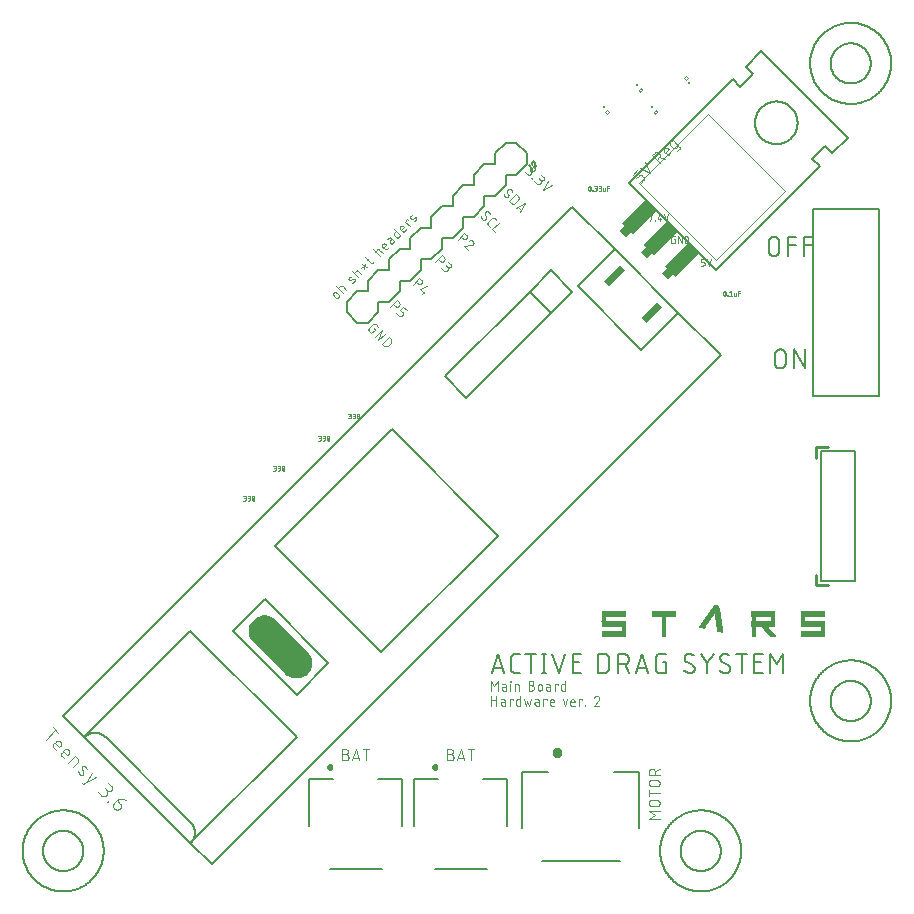
<source format=gto>
G04 EAGLE Gerber RS-274X export*
G75*
%MOMM*%
%FSLAX34Y34*%
%LPD*%
%INTop Silkscreen*%
%IPPOS*%
%AMOC8*
5,1,8,0,0,1.08239X$1,22.5*%
G01*
%ADD10C,0.050800*%
%ADD11C,0.076200*%
%ADD12C,0.152400*%
%ADD13C,0.254000*%
%ADD14C,0.025400*%
%ADD15R,2.103119X0.010156*%
%ADD16R,0.406400X0.010156*%
%ADD17R,0.508000X0.010156*%
%ADD18R,2.092956X0.010156*%
%ADD19R,2.103119X0.010162*%
%ADD20R,0.406400X0.010162*%
%ADD21R,0.508000X0.010162*%
%ADD22R,2.092956X0.010162*%
%ADD23R,0.497838X0.010156*%
%ADD24R,0.020319X0.010156*%
%ADD25R,0.060956X0.010156*%
%ADD26R,0.111756X0.010156*%
%ADD27R,0.142238X0.010156*%
%ADD28R,0.182881X0.010162*%
%ADD29R,0.497838X0.010162*%
%ADD30R,0.233681X0.010156*%
%ADD31R,0.264156X0.010156*%
%ADD32R,0.304800X0.010156*%
%ADD33R,0.355600X0.010156*%
%ADD34R,0.396238X0.010162*%
%ADD35R,0.426719X0.010156*%
%ADD36R,0.416556X0.010156*%
%ADD37R,0.436881X0.010156*%
%ADD38R,0.436881X0.010162*%
%ADD39R,0.436875X0.010156*%
%ADD40R,0.436875X0.010162*%
%ADD41R,0.426719X0.010162*%
%ADD42R,0.010156X0.010156*%
%ADD43R,0.111756X0.010162*%
%ADD44R,0.152400X0.010156*%
%ADD45R,0.213356X0.010156*%
%ADD46R,0.254000X0.010156*%
%ADD47R,0.335281X0.010162*%
%ADD48R,0.396238X0.010156*%
%ADD49R,0.447038X0.010156*%
%ADD50R,0.487675X0.010156*%
%ADD51R,0.528319X0.010156*%
%ADD52R,0.528319X0.010162*%
%ADD53R,0.518162X0.010156*%
%ADD54R,0.518156X0.010156*%
%ADD55R,0.518162X0.010162*%
%ADD56R,0.518156X0.010162*%
%ADD57R,0.416556X0.010162*%
%ADD58R,0.416563X0.010156*%
%ADD59R,0.944881X0.010162*%
%ADD60R,0.934719X0.010156*%
%ADD61R,0.924556X0.010156*%
%ADD62R,0.914400X0.010156*%
%ADD63R,0.894081X0.010162*%
%ADD64R,0.894081X0.010156*%
%ADD65R,0.883919X0.010156*%
%ADD66R,0.873756X0.010156*%
%ADD67R,0.863600X0.010162*%
%ADD68R,0.853438X0.010156*%
%ADD69R,0.833119X0.010156*%
%ADD70R,0.822963X0.010156*%
%ADD71R,0.812800X0.010162*%
%ADD72R,0.812800X0.010156*%
%ADD73R,0.802638X0.010156*%
%ADD74R,0.792481X0.010156*%
%ADD75R,0.782319X0.010156*%
%ADD76R,0.772156X0.010162*%
%ADD77R,0.762000X0.010156*%
%ADD78R,0.751838X0.010156*%
%ADD79R,0.741675X0.010156*%
%ADD80R,0.731519X0.010162*%
%ADD81R,0.721356X0.010156*%
%ADD82R,0.711200X0.010156*%
%ADD83R,0.701037X0.010156*%
%ADD84R,0.690875X0.010162*%
%ADD85R,0.680719X0.010156*%
%ADD86R,0.660400X0.010156*%
%ADD87R,0.650238X0.010156*%
%ADD88R,0.640081X0.010162*%
%ADD89R,0.640081X0.010156*%
%ADD90R,0.629919X0.010156*%
%ADD91R,0.619756X0.010156*%
%ADD92R,0.599438X0.010162*%
%ADD93R,0.589281X0.010156*%
%ADD94R,0.579119X0.010156*%
%ADD95R,0.568956X0.010156*%
%ADD96R,0.558800X0.010162*%
%ADD97R,0.548638X0.010156*%
%ADD98R,0.538481X0.010156*%
%ADD99R,0.477519X0.010156*%
%ADD100R,0.467356X0.010162*%
%ADD101R,0.375919X0.010156*%
%ADD102R,0.325119X0.010156*%
%ADD103R,0.274319X0.010156*%
%ADD104R,0.223519X0.010162*%
%ADD105R,0.182881X0.010156*%
%ADD106R,0.121919X0.010156*%
%ADD107R,0.071119X0.010156*%
%ADD108R,0.040638X0.010156*%
%ADD109C,0.063400*%
%ADD110C,0.250000*%
%ADD111C,0.127000*%
%ADD112C,0.101600*%
%ADD113R,0.635000X1.905000*%
%ADD114C,0.203200*%
%ADD115C,0.300000*%
%ADD116C,0.400000*%
%ADD117R,0.762000X0.635000*%
%ADD118R,1.270000X2.794000*%

G36*
X230466Y177673D02*
X230466Y177673D01*
X230533Y177675D01*
X232713Y178059D01*
X232755Y178075D01*
X232820Y178088D01*
X234900Y178845D01*
X234938Y178868D01*
X235000Y178892D01*
X236917Y179999D01*
X236951Y180028D01*
X237008Y180062D01*
X238704Y181485D01*
X238732Y181519D01*
X238782Y181563D01*
X240205Y183259D01*
X240227Y183298D01*
X240268Y183350D01*
X241375Y185267D01*
X241390Y185309D01*
X241422Y185367D01*
X242179Y187447D01*
X242187Y187491D01*
X242208Y187554D01*
X242592Y189734D01*
X242592Y189779D01*
X242602Y189844D01*
X242602Y192058D01*
X242594Y192102D01*
X242592Y192168D01*
X242208Y194348D01*
X242192Y194390D01*
X242179Y194455D01*
X241422Y196535D01*
X241399Y196574D01*
X241375Y196636D01*
X240268Y198553D01*
X240239Y198587D01*
X240205Y198643D01*
X238782Y200339D01*
X238763Y200355D01*
X238744Y200380D01*
X211804Y227321D01*
X211784Y227335D01*
X211763Y227358D01*
X210067Y228781D01*
X210028Y228803D01*
X209976Y228845D01*
X208059Y229951D01*
X208017Y229967D01*
X207959Y229998D01*
X205879Y230755D01*
X205835Y230763D01*
X205772Y230784D01*
X203592Y231168D01*
X203547Y231168D01*
X203482Y231178D01*
X201268Y231178D01*
X201224Y231170D01*
X201158Y231168D01*
X198978Y230784D01*
X198936Y230769D01*
X198871Y230755D01*
X196791Y229998D01*
X196752Y229976D01*
X196690Y229951D01*
X194773Y228845D01*
X194739Y228816D01*
X194683Y228781D01*
X192987Y227358D01*
X192958Y227324D01*
X192909Y227280D01*
X191486Y225584D01*
X191464Y225545D01*
X191422Y225494D01*
X190315Y223576D01*
X190300Y223534D01*
X190269Y223476D01*
X189512Y221396D01*
X189504Y221352D01*
X189483Y221289D01*
X189099Y219109D01*
X189099Y219064D01*
X189089Y218999D01*
X189089Y216785D01*
X189097Y216741D01*
X189099Y216675D01*
X189483Y214495D01*
X189498Y214453D01*
X189512Y214388D01*
X190269Y212308D01*
X190291Y212269D01*
X190315Y212208D01*
X191422Y210291D01*
X191451Y210256D01*
X191486Y210200D01*
X192909Y208504D01*
X192928Y208488D01*
X192946Y208463D01*
X219887Y181523D01*
X219907Y181509D01*
X219928Y181485D01*
X221624Y180062D01*
X221662Y180040D01*
X221714Y179999D01*
X223631Y178892D01*
X223673Y178877D01*
X223731Y178845D01*
X225812Y178088D01*
X225856Y178080D01*
X225919Y178059D01*
X228099Y177675D01*
X228143Y177675D01*
X228209Y177665D01*
X230422Y177665D01*
X230466Y177673D01*
G37*
D10*
X571754Y527304D02*
X573617Y527304D01*
X573687Y527306D01*
X573756Y527312D01*
X573825Y527322D01*
X573893Y527335D01*
X573961Y527353D01*
X574027Y527374D01*
X574092Y527399D01*
X574156Y527427D01*
X574218Y527459D01*
X574278Y527494D01*
X574336Y527533D01*
X574391Y527575D01*
X574445Y527620D01*
X574495Y527668D01*
X574543Y527718D01*
X574588Y527772D01*
X574630Y527827D01*
X574669Y527885D01*
X574704Y527945D01*
X574736Y528007D01*
X574764Y528071D01*
X574789Y528136D01*
X574810Y528202D01*
X574828Y528270D01*
X574841Y528338D01*
X574851Y528407D01*
X574857Y528476D01*
X574859Y528546D01*
X574858Y528546D02*
X574858Y529167D01*
X574859Y529167D02*
X574857Y529237D01*
X574851Y529306D01*
X574841Y529375D01*
X574828Y529443D01*
X574810Y529511D01*
X574789Y529577D01*
X574764Y529642D01*
X574736Y529706D01*
X574704Y529768D01*
X574669Y529828D01*
X574630Y529886D01*
X574588Y529941D01*
X574543Y529995D01*
X574495Y530045D01*
X574445Y530093D01*
X574391Y530138D01*
X574336Y530180D01*
X574278Y530219D01*
X574218Y530254D01*
X574156Y530286D01*
X574092Y530314D01*
X574027Y530339D01*
X573961Y530360D01*
X573893Y530378D01*
X573825Y530391D01*
X573756Y530401D01*
X573687Y530407D01*
X573617Y530409D01*
X573617Y530408D02*
X571754Y530408D01*
X571754Y532892D01*
X574858Y532892D01*
X576930Y532892D02*
X578793Y527304D01*
X580655Y532892D01*
X527304Y570371D02*
X527304Y570992D01*
X530408Y570992D01*
X528856Y565404D01*
X532541Y565404D02*
X532541Y565714D01*
X532852Y565714D01*
X532852Y565404D01*
X532541Y565404D01*
X534985Y566646D02*
X536227Y570992D01*
X534985Y566646D02*
X538089Y566646D01*
X537158Y567888D02*
X537158Y565404D01*
X542023Y565404D02*
X540161Y570992D01*
X543886Y570992D02*
X542023Y565404D01*
D11*
X270779Y113552D02*
X268168Y113552D01*
X270779Y113553D02*
X270880Y113551D01*
X270981Y113545D01*
X271082Y113535D01*
X271182Y113522D01*
X271282Y113504D01*
X271381Y113483D01*
X271479Y113457D01*
X271576Y113428D01*
X271672Y113396D01*
X271766Y113359D01*
X271859Y113319D01*
X271951Y113275D01*
X272040Y113228D01*
X272128Y113177D01*
X272214Y113123D01*
X272297Y113066D01*
X272379Y113006D01*
X272457Y112942D01*
X272534Y112876D01*
X272607Y112806D01*
X272678Y112734D01*
X272746Y112659D01*
X272811Y112581D01*
X272873Y112501D01*
X272932Y112419D01*
X272988Y112334D01*
X273040Y112247D01*
X273089Y112159D01*
X273135Y112068D01*
X273176Y111976D01*
X273215Y111882D01*
X273249Y111787D01*
X273280Y111691D01*
X273307Y111593D01*
X273331Y111495D01*
X273350Y111395D01*
X273366Y111295D01*
X273378Y111195D01*
X273386Y111094D01*
X273390Y110993D01*
X273390Y110891D01*
X273386Y110790D01*
X273378Y110689D01*
X273366Y110589D01*
X273350Y110489D01*
X273331Y110389D01*
X273307Y110291D01*
X273280Y110193D01*
X273249Y110097D01*
X273215Y110002D01*
X273176Y109908D01*
X273135Y109816D01*
X273089Y109725D01*
X273040Y109636D01*
X272988Y109550D01*
X272932Y109465D01*
X272873Y109383D01*
X272811Y109303D01*
X272746Y109225D01*
X272678Y109150D01*
X272607Y109078D01*
X272534Y109008D01*
X272457Y108942D01*
X272379Y108878D01*
X272297Y108818D01*
X272214Y108761D01*
X272128Y108707D01*
X272040Y108656D01*
X271951Y108609D01*
X271859Y108565D01*
X271766Y108525D01*
X271672Y108488D01*
X271576Y108456D01*
X271479Y108427D01*
X271381Y108401D01*
X271282Y108380D01*
X271182Y108362D01*
X271082Y108349D01*
X270981Y108339D01*
X270880Y108333D01*
X270779Y108331D01*
X268168Y108331D01*
X268168Y117729D01*
X270779Y117729D01*
X270869Y117727D01*
X270958Y117721D01*
X271048Y117712D01*
X271137Y117698D01*
X271225Y117681D01*
X271312Y117660D01*
X271399Y117635D01*
X271484Y117606D01*
X271568Y117574D01*
X271650Y117539D01*
X271731Y117499D01*
X271810Y117457D01*
X271887Y117411D01*
X271962Y117361D01*
X272035Y117309D01*
X272106Y117253D01*
X272174Y117195D01*
X272239Y117133D01*
X272302Y117069D01*
X272362Y117002D01*
X272419Y116933D01*
X272473Y116861D01*
X272524Y116787D01*
X272572Y116711D01*
X272616Y116633D01*
X272657Y116553D01*
X272695Y116471D01*
X272729Y116388D01*
X272759Y116303D01*
X272786Y116217D01*
X272809Y116131D01*
X272828Y116043D01*
X272843Y115954D01*
X272855Y115865D01*
X272863Y115776D01*
X272867Y115686D01*
X272867Y115596D01*
X272863Y115506D01*
X272855Y115417D01*
X272843Y115328D01*
X272828Y115239D01*
X272809Y115151D01*
X272786Y115065D01*
X272759Y114979D01*
X272729Y114894D01*
X272695Y114811D01*
X272657Y114729D01*
X272616Y114649D01*
X272572Y114571D01*
X272524Y114495D01*
X272473Y114421D01*
X272419Y114349D01*
X272362Y114280D01*
X272302Y114213D01*
X272239Y114149D01*
X272174Y114087D01*
X272106Y114029D01*
X272035Y113973D01*
X271962Y113921D01*
X271887Y113871D01*
X271810Y113825D01*
X271731Y113783D01*
X271650Y113743D01*
X271568Y113708D01*
X271484Y113676D01*
X271399Y113647D01*
X271312Y113622D01*
X271225Y113601D01*
X271137Y113584D01*
X271048Y113570D01*
X270958Y113561D01*
X270869Y113555D01*
X270779Y113553D01*
X276354Y108331D02*
X279487Y117729D01*
X282619Y108331D01*
X281836Y110681D02*
X277137Y110681D01*
X288021Y108331D02*
X288021Y117729D01*
X285411Y117729D02*
X290632Y117729D01*
X357068Y113552D02*
X359679Y113552D01*
X359679Y113553D02*
X359780Y113551D01*
X359881Y113545D01*
X359982Y113535D01*
X360082Y113522D01*
X360182Y113504D01*
X360281Y113483D01*
X360379Y113457D01*
X360476Y113428D01*
X360572Y113396D01*
X360666Y113359D01*
X360759Y113319D01*
X360851Y113275D01*
X360940Y113228D01*
X361028Y113177D01*
X361114Y113123D01*
X361197Y113066D01*
X361279Y113006D01*
X361357Y112942D01*
X361434Y112876D01*
X361507Y112806D01*
X361578Y112734D01*
X361646Y112659D01*
X361711Y112581D01*
X361773Y112501D01*
X361832Y112419D01*
X361888Y112334D01*
X361940Y112247D01*
X361989Y112159D01*
X362035Y112068D01*
X362076Y111976D01*
X362115Y111882D01*
X362149Y111787D01*
X362180Y111691D01*
X362207Y111593D01*
X362231Y111495D01*
X362250Y111395D01*
X362266Y111295D01*
X362278Y111195D01*
X362286Y111094D01*
X362290Y110993D01*
X362290Y110891D01*
X362286Y110790D01*
X362278Y110689D01*
X362266Y110589D01*
X362250Y110489D01*
X362231Y110389D01*
X362207Y110291D01*
X362180Y110193D01*
X362149Y110097D01*
X362115Y110002D01*
X362076Y109908D01*
X362035Y109816D01*
X361989Y109725D01*
X361940Y109636D01*
X361888Y109550D01*
X361832Y109465D01*
X361773Y109383D01*
X361711Y109303D01*
X361646Y109225D01*
X361578Y109150D01*
X361507Y109078D01*
X361434Y109008D01*
X361357Y108942D01*
X361279Y108878D01*
X361197Y108818D01*
X361114Y108761D01*
X361028Y108707D01*
X360940Y108656D01*
X360851Y108609D01*
X360759Y108565D01*
X360666Y108525D01*
X360572Y108488D01*
X360476Y108456D01*
X360379Y108427D01*
X360281Y108401D01*
X360182Y108380D01*
X360082Y108362D01*
X359982Y108349D01*
X359881Y108339D01*
X359780Y108333D01*
X359679Y108331D01*
X357068Y108331D01*
X357068Y117729D01*
X359679Y117729D01*
X359769Y117727D01*
X359858Y117721D01*
X359948Y117712D01*
X360037Y117698D01*
X360125Y117681D01*
X360212Y117660D01*
X360299Y117635D01*
X360384Y117606D01*
X360468Y117574D01*
X360550Y117539D01*
X360631Y117499D01*
X360710Y117457D01*
X360787Y117411D01*
X360862Y117361D01*
X360935Y117309D01*
X361006Y117253D01*
X361074Y117195D01*
X361139Y117133D01*
X361202Y117069D01*
X361262Y117002D01*
X361319Y116933D01*
X361373Y116861D01*
X361424Y116787D01*
X361472Y116711D01*
X361516Y116633D01*
X361557Y116553D01*
X361595Y116471D01*
X361629Y116388D01*
X361659Y116303D01*
X361686Y116217D01*
X361709Y116131D01*
X361728Y116043D01*
X361743Y115954D01*
X361755Y115865D01*
X361763Y115776D01*
X361767Y115686D01*
X361767Y115596D01*
X361763Y115506D01*
X361755Y115417D01*
X361743Y115328D01*
X361728Y115239D01*
X361709Y115151D01*
X361686Y115065D01*
X361659Y114979D01*
X361629Y114894D01*
X361595Y114811D01*
X361557Y114729D01*
X361516Y114649D01*
X361472Y114571D01*
X361424Y114495D01*
X361373Y114421D01*
X361319Y114349D01*
X361262Y114280D01*
X361202Y114213D01*
X361139Y114149D01*
X361074Y114087D01*
X361006Y114029D01*
X360935Y113973D01*
X360862Y113921D01*
X360787Y113871D01*
X360710Y113825D01*
X360631Y113783D01*
X360550Y113743D01*
X360468Y113708D01*
X360384Y113676D01*
X360299Y113647D01*
X360212Y113622D01*
X360125Y113601D01*
X360037Y113584D01*
X359948Y113570D01*
X359858Y113561D01*
X359769Y113555D01*
X359679Y113553D01*
X365254Y108331D02*
X368387Y117729D01*
X371519Y108331D01*
X370736Y110681D02*
X366037Y110681D01*
X376921Y108331D02*
X376921Y117729D01*
X374311Y117729D02*
X379532Y117729D01*
D10*
X548527Y549458D02*
X549458Y549458D01*
X549458Y546354D01*
X547596Y546354D01*
X547526Y546356D01*
X547457Y546362D01*
X547388Y546372D01*
X547320Y546385D01*
X547252Y546403D01*
X547186Y546424D01*
X547121Y546449D01*
X547057Y546477D01*
X546995Y546509D01*
X546935Y546544D01*
X546877Y546583D01*
X546822Y546625D01*
X546768Y546670D01*
X546718Y546718D01*
X546670Y546768D01*
X546625Y546822D01*
X546583Y546877D01*
X546544Y546935D01*
X546509Y546995D01*
X546477Y547057D01*
X546449Y547121D01*
X546424Y547186D01*
X546403Y547252D01*
X546385Y547320D01*
X546372Y547388D01*
X546362Y547457D01*
X546356Y547526D01*
X546354Y547596D01*
X546354Y550700D01*
X546356Y550770D01*
X546362Y550839D01*
X546372Y550908D01*
X546385Y550976D01*
X546403Y551044D01*
X546424Y551110D01*
X546449Y551175D01*
X546477Y551239D01*
X546509Y551301D01*
X546544Y551361D01*
X546583Y551419D01*
X546625Y551474D01*
X546670Y551528D01*
X546718Y551578D01*
X546768Y551626D01*
X546822Y551671D01*
X546877Y551713D01*
X546935Y551752D01*
X546995Y551787D01*
X547057Y551819D01*
X547121Y551847D01*
X547186Y551872D01*
X547252Y551893D01*
X547320Y551911D01*
X547388Y551924D01*
X547457Y551934D01*
X547526Y551940D01*
X547596Y551942D01*
X549458Y551942D01*
X552206Y551942D02*
X552206Y546354D01*
X555311Y546354D02*
X552206Y551942D01*
X555311Y551942D02*
X555311Y546354D01*
X558058Y546354D02*
X558058Y551942D01*
X559610Y551942D01*
X559686Y551940D01*
X559762Y551935D01*
X559838Y551925D01*
X559913Y551912D01*
X559987Y551895D01*
X560061Y551875D01*
X560133Y551851D01*
X560204Y551824D01*
X560274Y551793D01*
X560342Y551759D01*
X560408Y551721D01*
X560472Y551680D01*
X560535Y551637D01*
X560595Y551590D01*
X560652Y551540D01*
X560707Y551487D01*
X560760Y551432D01*
X560810Y551375D01*
X560857Y551315D01*
X560900Y551252D01*
X560941Y551188D01*
X560979Y551122D01*
X561013Y551054D01*
X561044Y550984D01*
X561071Y550913D01*
X561095Y550840D01*
X561115Y550767D01*
X561132Y550693D01*
X561145Y550618D01*
X561155Y550542D01*
X561160Y550466D01*
X561162Y550390D01*
X561163Y550390D02*
X561163Y547906D01*
X561162Y547906D02*
X561160Y547827D01*
X561154Y547749D01*
X561144Y547671D01*
X561130Y547594D01*
X561112Y547517D01*
X561091Y547441D01*
X561065Y547367D01*
X561036Y547294D01*
X561003Y547223D01*
X560967Y547153D01*
X560927Y547085D01*
X560884Y547019D01*
X560837Y546956D01*
X560788Y546895D01*
X560735Y546837D01*
X560679Y546781D01*
X560621Y546728D01*
X560560Y546679D01*
X560497Y546632D01*
X560431Y546589D01*
X560363Y546549D01*
X560294Y546513D01*
X560222Y546480D01*
X560149Y546451D01*
X560075Y546425D01*
X559999Y546404D01*
X559922Y546386D01*
X559845Y546372D01*
X559767Y546362D01*
X559689Y546356D01*
X559610Y546354D01*
X558058Y546354D01*
D11*
X536829Y58843D02*
X527431Y58843D01*
X532652Y61976D01*
X527431Y65108D01*
X536829Y65108D01*
X534218Y69423D02*
X530042Y69423D01*
X529941Y69425D01*
X529840Y69431D01*
X529739Y69441D01*
X529639Y69454D01*
X529539Y69472D01*
X529440Y69493D01*
X529342Y69519D01*
X529245Y69548D01*
X529149Y69580D01*
X529055Y69617D01*
X528962Y69657D01*
X528870Y69701D01*
X528781Y69748D01*
X528693Y69799D01*
X528607Y69853D01*
X528524Y69910D01*
X528442Y69970D01*
X528364Y70034D01*
X528287Y70100D01*
X528214Y70170D01*
X528143Y70242D01*
X528075Y70317D01*
X528010Y70395D01*
X527948Y70475D01*
X527889Y70557D01*
X527833Y70642D01*
X527781Y70729D01*
X527732Y70817D01*
X527686Y70908D01*
X527645Y71000D01*
X527606Y71094D01*
X527572Y71189D01*
X527541Y71285D01*
X527514Y71383D01*
X527490Y71481D01*
X527471Y71581D01*
X527455Y71681D01*
X527443Y71781D01*
X527435Y71882D01*
X527431Y71983D01*
X527431Y72085D01*
X527435Y72186D01*
X527443Y72287D01*
X527455Y72387D01*
X527471Y72487D01*
X527490Y72587D01*
X527514Y72685D01*
X527541Y72783D01*
X527572Y72879D01*
X527606Y72974D01*
X527645Y73068D01*
X527686Y73160D01*
X527732Y73251D01*
X527781Y73340D01*
X527833Y73426D01*
X527889Y73511D01*
X527948Y73593D01*
X528010Y73673D01*
X528075Y73751D01*
X528143Y73826D01*
X528214Y73898D01*
X528287Y73968D01*
X528364Y74034D01*
X528442Y74098D01*
X528524Y74158D01*
X528607Y74215D01*
X528693Y74269D01*
X528781Y74320D01*
X528870Y74367D01*
X528962Y74411D01*
X529055Y74451D01*
X529149Y74488D01*
X529245Y74520D01*
X529342Y74549D01*
X529440Y74575D01*
X529539Y74596D01*
X529639Y74614D01*
X529739Y74627D01*
X529840Y74637D01*
X529941Y74643D01*
X530042Y74645D01*
X530042Y74644D02*
X534218Y74644D01*
X534218Y74645D02*
X534319Y74643D01*
X534420Y74637D01*
X534521Y74627D01*
X534621Y74614D01*
X534721Y74596D01*
X534820Y74575D01*
X534918Y74549D01*
X535015Y74520D01*
X535111Y74488D01*
X535205Y74451D01*
X535298Y74411D01*
X535390Y74367D01*
X535479Y74320D01*
X535567Y74269D01*
X535653Y74215D01*
X535736Y74158D01*
X535818Y74098D01*
X535896Y74034D01*
X535973Y73968D01*
X536046Y73898D01*
X536117Y73826D01*
X536185Y73751D01*
X536250Y73673D01*
X536312Y73593D01*
X536371Y73511D01*
X536427Y73426D01*
X536479Y73339D01*
X536528Y73251D01*
X536574Y73160D01*
X536615Y73068D01*
X536654Y72974D01*
X536688Y72879D01*
X536719Y72783D01*
X536746Y72685D01*
X536770Y72587D01*
X536789Y72487D01*
X536805Y72387D01*
X536817Y72287D01*
X536825Y72186D01*
X536829Y72085D01*
X536829Y71983D01*
X536825Y71882D01*
X536817Y71781D01*
X536805Y71681D01*
X536789Y71581D01*
X536770Y71481D01*
X536746Y71383D01*
X536719Y71285D01*
X536688Y71189D01*
X536654Y71094D01*
X536615Y71000D01*
X536574Y70908D01*
X536528Y70817D01*
X536479Y70728D01*
X536427Y70642D01*
X536371Y70557D01*
X536312Y70475D01*
X536250Y70395D01*
X536185Y70317D01*
X536117Y70242D01*
X536046Y70170D01*
X535973Y70100D01*
X535896Y70034D01*
X535818Y69970D01*
X535736Y69910D01*
X535653Y69853D01*
X535567Y69799D01*
X535479Y69748D01*
X535390Y69701D01*
X535298Y69657D01*
X535205Y69617D01*
X535111Y69580D01*
X535015Y69548D01*
X534918Y69519D01*
X534820Y69493D01*
X534721Y69472D01*
X534621Y69454D01*
X534521Y69441D01*
X534420Y69431D01*
X534319Y69425D01*
X534218Y69423D01*
X536829Y80568D02*
X527431Y80568D01*
X527431Y77958D02*
X527431Y83179D01*
X530042Y86492D02*
X534218Y86492D01*
X530042Y86492D02*
X529941Y86494D01*
X529840Y86500D01*
X529739Y86510D01*
X529639Y86523D01*
X529539Y86541D01*
X529440Y86562D01*
X529342Y86588D01*
X529245Y86617D01*
X529149Y86649D01*
X529055Y86686D01*
X528962Y86726D01*
X528870Y86770D01*
X528781Y86817D01*
X528693Y86868D01*
X528607Y86922D01*
X528524Y86979D01*
X528442Y87039D01*
X528364Y87103D01*
X528287Y87169D01*
X528214Y87239D01*
X528143Y87311D01*
X528075Y87386D01*
X528010Y87464D01*
X527948Y87544D01*
X527889Y87626D01*
X527833Y87711D01*
X527781Y87798D01*
X527732Y87886D01*
X527686Y87977D01*
X527645Y88069D01*
X527606Y88163D01*
X527572Y88258D01*
X527541Y88354D01*
X527514Y88452D01*
X527490Y88550D01*
X527471Y88650D01*
X527455Y88750D01*
X527443Y88850D01*
X527435Y88951D01*
X527431Y89052D01*
X527431Y89154D01*
X527435Y89255D01*
X527443Y89356D01*
X527455Y89456D01*
X527471Y89556D01*
X527490Y89656D01*
X527514Y89754D01*
X527541Y89852D01*
X527572Y89948D01*
X527606Y90043D01*
X527645Y90137D01*
X527686Y90229D01*
X527732Y90320D01*
X527781Y90409D01*
X527833Y90495D01*
X527889Y90580D01*
X527948Y90662D01*
X528010Y90742D01*
X528075Y90820D01*
X528143Y90895D01*
X528214Y90967D01*
X528287Y91037D01*
X528364Y91103D01*
X528442Y91167D01*
X528524Y91227D01*
X528607Y91284D01*
X528693Y91338D01*
X528781Y91389D01*
X528870Y91436D01*
X528962Y91480D01*
X529055Y91520D01*
X529149Y91557D01*
X529245Y91589D01*
X529342Y91618D01*
X529440Y91644D01*
X529539Y91665D01*
X529639Y91683D01*
X529739Y91696D01*
X529840Y91706D01*
X529941Y91712D01*
X530042Y91714D01*
X530042Y91713D02*
X534218Y91713D01*
X534218Y91714D02*
X534319Y91712D01*
X534420Y91706D01*
X534521Y91696D01*
X534621Y91683D01*
X534721Y91665D01*
X534820Y91644D01*
X534918Y91618D01*
X535015Y91589D01*
X535111Y91557D01*
X535205Y91520D01*
X535298Y91480D01*
X535390Y91436D01*
X535479Y91389D01*
X535567Y91338D01*
X535653Y91284D01*
X535736Y91227D01*
X535818Y91167D01*
X535896Y91103D01*
X535973Y91037D01*
X536046Y90967D01*
X536117Y90895D01*
X536185Y90820D01*
X536250Y90742D01*
X536312Y90662D01*
X536371Y90580D01*
X536427Y90495D01*
X536479Y90408D01*
X536528Y90320D01*
X536574Y90229D01*
X536615Y90137D01*
X536654Y90043D01*
X536688Y89948D01*
X536719Y89852D01*
X536746Y89754D01*
X536770Y89656D01*
X536789Y89556D01*
X536805Y89456D01*
X536817Y89356D01*
X536825Y89255D01*
X536829Y89154D01*
X536829Y89052D01*
X536825Y88951D01*
X536817Y88850D01*
X536805Y88750D01*
X536789Y88650D01*
X536770Y88550D01*
X536746Y88452D01*
X536719Y88354D01*
X536688Y88258D01*
X536654Y88163D01*
X536615Y88069D01*
X536574Y87977D01*
X536528Y87886D01*
X536479Y87797D01*
X536427Y87711D01*
X536371Y87626D01*
X536312Y87544D01*
X536250Y87464D01*
X536185Y87386D01*
X536117Y87311D01*
X536046Y87239D01*
X535973Y87169D01*
X535896Y87103D01*
X535818Y87039D01*
X535736Y86979D01*
X535653Y86922D01*
X535567Y86868D01*
X535479Y86817D01*
X535390Y86770D01*
X535298Y86726D01*
X535205Y86686D01*
X535111Y86649D01*
X535015Y86617D01*
X534918Y86588D01*
X534820Y86562D01*
X534721Y86541D01*
X534621Y86523D01*
X534521Y86510D01*
X534420Y86500D01*
X534319Y86494D01*
X534218Y86492D01*
X536829Y95998D02*
X527431Y95998D01*
X527431Y98608D01*
X527433Y98709D01*
X527439Y98810D01*
X527449Y98911D01*
X527462Y99011D01*
X527480Y99111D01*
X527501Y99210D01*
X527527Y99308D01*
X527556Y99405D01*
X527588Y99501D01*
X527625Y99595D01*
X527665Y99688D01*
X527709Y99780D01*
X527756Y99869D01*
X527807Y99957D01*
X527861Y100043D01*
X527918Y100126D01*
X527978Y100208D01*
X528042Y100286D01*
X528108Y100363D01*
X528178Y100436D01*
X528250Y100507D01*
X528325Y100575D01*
X528403Y100640D01*
X528483Y100702D01*
X528565Y100761D01*
X528650Y100817D01*
X528737Y100869D01*
X528825Y100918D01*
X528916Y100964D01*
X529008Y101005D01*
X529102Y101044D01*
X529197Y101078D01*
X529293Y101109D01*
X529391Y101136D01*
X529489Y101160D01*
X529589Y101179D01*
X529689Y101195D01*
X529789Y101207D01*
X529890Y101215D01*
X529991Y101219D01*
X530093Y101219D01*
X530194Y101215D01*
X530295Y101207D01*
X530395Y101195D01*
X530495Y101179D01*
X530595Y101160D01*
X530693Y101136D01*
X530791Y101109D01*
X530887Y101078D01*
X530982Y101044D01*
X531076Y101005D01*
X531168Y100964D01*
X531259Y100918D01*
X531348Y100869D01*
X531434Y100817D01*
X531519Y100761D01*
X531601Y100702D01*
X531681Y100640D01*
X531759Y100575D01*
X531834Y100507D01*
X531906Y100436D01*
X531976Y100363D01*
X532042Y100286D01*
X532106Y100208D01*
X532166Y100126D01*
X532223Y100043D01*
X532277Y99957D01*
X532328Y99869D01*
X532375Y99780D01*
X532419Y99688D01*
X532459Y99595D01*
X532496Y99501D01*
X532528Y99405D01*
X532557Y99308D01*
X532583Y99210D01*
X532604Y99111D01*
X532622Y99011D01*
X532635Y98911D01*
X532645Y98810D01*
X532651Y98709D01*
X532653Y98608D01*
X532652Y98608D02*
X532652Y95998D01*
X532652Y99131D02*
X536829Y101219D01*
D12*
X634455Y444698D02*
X634455Y451922D01*
X634454Y451922D02*
X634456Y452055D01*
X634462Y452187D01*
X634472Y452319D01*
X634485Y452451D01*
X634503Y452583D01*
X634524Y452713D01*
X634549Y452844D01*
X634578Y452973D01*
X634611Y453101D01*
X634647Y453229D01*
X634687Y453355D01*
X634731Y453480D01*
X634779Y453604D01*
X634830Y453726D01*
X634885Y453847D01*
X634943Y453966D01*
X635005Y454084D01*
X635070Y454199D01*
X635139Y454313D01*
X635210Y454424D01*
X635286Y454533D01*
X635364Y454640D01*
X635445Y454745D01*
X635530Y454847D01*
X635617Y454947D01*
X635707Y455044D01*
X635800Y455139D01*
X635896Y455230D01*
X635994Y455319D01*
X636095Y455405D01*
X636199Y455488D01*
X636305Y455568D01*
X636413Y455644D01*
X636523Y455718D01*
X636636Y455788D01*
X636750Y455855D01*
X636867Y455918D01*
X636985Y455978D01*
X637105Y456035D01*
X637227Y456088D01*
X637350Y456137D01*
X637474Y456183D01*
X637600Y456225D01*
X637727Y456263D01*
X637855Y456298D01*
X637984Y456329D01*
X638113Y456356D01*
X638244Y456379D01*
X638375Y456399D01*
X638507Y456414D01*
X638639Y456426D01*
X638771Y456434D01*
X638904Y456438D01*
X639036Y456438D01*
X639169Y456434D01*
X639301Y456426D01*
X639433Y456414D01*
X639565Y456399D01*
X639696Y456379D01*
X639827Y456356D01*
X639956Y456329D01*
X640085Y456298D01*
X640213Y456263D01*
X640340Y456225D01*
X640466Y456183D01*
X640590Y456137D01*
X640713Y456088D01*
X640835Y456035D01*
X640955Y455978D01*
X641073Y455918D01*
X641190Y455855D01*
X641304Y455788D01*
X641417Y455718D01*
X641527Y455644D01*
X641635Y455568D01*
X641741Y455488D01*
X641845Y455405D01*
X641946Y455319D01*
X642044Y455230D01*
X642140Y455139D01*
X642233Y455044D01*
X642323Y454947D01*
X642410Y454847D01*
X642495Y454745D01*
X642576Y454640D01*
X642654Y454533D01*
X642730Y454424D01*
X642801Y454313D01*
X642870Y454199D01*
X642935Y454084D01*
X642997Y453966D01*
X643055Y453847D01*
X643110Y453726D01*
X643161Y453604D01*
X643209Y453480D01*
X643253Y453355D01*
X643293Y453229D01*
X643329Y453101D01*
X643362Y452973D01*
X643391Y452844D01*
X643416Y452713D01*
X643437Y452583D01*
X643455Y452451D01*
X643468Y452319D01*
X643478Y452187D01*
X643484Y452055D01*
X643486Y451922D01*
X643486Y444698D01*
X643484Y444565D01*
X643478Y444433D01*
X643468Y444301D01*
X643455Y444169D01*
X643437Y444037D01*
X643416Y443907D01*
X643391Y443776D01*
X643362Y443647D01*
X643329Y443519D01*
X643293Y443391D01*
X643253Y443265D01*
X643209Y443140D01*
X643161Y443016D01*
X643110Y442894D01*
X643055Y442773D01*
X642997Y442654D01*
X642935Y442536D01*
X642870Y442421D01*
X642801Y442307D01*
X642730Y442196D01*
X642654Y442087D01*
X642576Y441980D01*
X642495Y441875D01*
X642410Y441773D01*
X642323Y441673D01*
X642233Y441576D01*
X642140Y441481D01*
X642044Y441390D01*
X641946Y441301D01*
X641845Y441215D01*
X641741Y441132D01*
X641635Y441052D01*
X641527Y440976D01*
X641417Y440902D01*
X641304Y440832D01*
X641190Y440765D01*
X641073Y440702D01*
X640955Y440642D01*
X640835Y440585D01*
X640713Y440532D01*
X640590Y440483D01*
X640466Y440437D01*
X640340Y440395D01*
X640213Y440357D01*
X640085Y440322D01*
X639956Y440291D01*
X639827Y440264D01*
X639696Y440241D01*
X639565Y440221D01*
X639433Y440206D01*
X639301Y440194D01*
X639169Y440186D01*
X639036Y440182D01*
X638904Y440182D01*
X638771Y440186D01*
X638639Y440194D01*
X638507Y440206D01*
X638375Y440221D01*
X638244Y440241D01*
X638113Y440264D01*
X637984Y440291D01*
X637855Y440322D01*
X637727Y440357D01*
X637600Y440395D01*
X637474Y440437D01*
X637350Y440483D01*
X637227Y440532D01*
X637105Y440585D01*
X636985Y440642D01*
X636867Y440702D01*
X636750Y440765D01*
X636636Y440832D01*
X636523Y440902D01*
X636413Y440976D01*
X636305Y441052D01*
X636199Y441132D01*
X636095Y441215D01*
X635994Y441301D01*
X635896Y441390D01*
X635800Y441481D01*
X635707Y441576D01*
X635617Y441673D01*
X635530Y441773D01*
X635445Y441875D01*
X635364Y441980D01*
X635286Y442087D01*
X635210Y442196D01*
X635139Y442307D01*
X635070Y442421D01*
X635005Y442536D01*
X634943Y442654D01*
X634885Y442773D01*
X634830Y442894D01*
X634779Y443016D01*
X634731Y443140D01*
X634687Y443265D01*
X634647Y443391D01*
X634611Y443519D01*
X634578Y443647D01*
X634549Y443776D01*
X634524Y443907D01*
X634503Y444037D01*
X634485Y444169D01*
X634472Y444301D01*
X634462Y444433D01*
X634456Y444565D01*
X634454Y444698D01*
X650607Y440182D02*
X650607Y456438D01*
X659638Y440182D01*
X659638Y456438D01*
X629034Y539948D02*
X629034Y547172D01*
X629036Y547305D01*
X629042Y547437D01*
X629052Y547569D01*
X629065Y547701D01*
X629083Y547833D01*
X629104Y547963D01*
X629129Y548094D01*
X629158Y548223D01*
X629191Y548351D01*
X629227Y548479D01*
X629267Y548605D01*
X629311Y548730D01*
X629359Y548854D01*
X629410Y548976D01*
X629465Y549097D01*
X629523Y549216D01*
X629585Y549334D01*
X629650Y549449D01*
X629719Y549563D01*
X629790Y549674D01*
X629866Y549783D01*
X629944Y549890D01*
X630025Y549995D01*
X630110Y550097D01*
X630197Y550197D01*
X630287Y550294D01*
X630380Y550389D01*
X630476Y550480D01*
X630574Y550569D01*
X630675Y550655D01*
X630779Y550738D01*
X630885Y550818D01*
X630993Y550894D01*
X631103Y550968D01*
X631216Y551038D01*
X631330Y551105D01*
X631447Y551168D01*
X631565Y551228D01*
X631685Y551285D01*
X631807Y551338D01*
X631930Y551387D01*
X632054Y551433D01*
X632180Y551475D01*
X632307Y551513D01*
X632435Y551548D01*
X632564Y551579D01*
X632693Y551606D01*
X632824Y551629D01*
X632955Y551649D01*
X633087Y551664D01*
X633219Y551676D01*
X633351Y551684D01*
X633484Y551688D01*
X633616Y551688D01*
X633749Y551684D01*
X633881Y551676D01*
X634013Y551664D01*
X634145Y551649D01*
X634276Y551629D01*
X634407Y551606D01*
X634536Y551579D01*
X634665Y551548D01*
X634793Y551513D01*
X634920Y551475D01*
X635046Y551433D01*
X635170Y551387D01*
X635293Y551338D01*
X635415Y551285D01*
X635535Y551228D01*
X635653Y551168D01*
X635770Y551105D01*
X635884Y551038D01*
X635997Y550968D01*
X636107Y550894D01*
X636215Y550818D01*
X636321Y550738D01*
X636425Y550655D01*
X636526Y550569D01*
X636624Y550480D01*
X636720Y550389D01*
X636813Y550294D01*
X636903Y550197D01*
X636990Y550097D01*
X637075Y549995D01*
X637156Y549890D01*
X637234Y549783D01*
X637310Y549674D01*
X637381Y549563D01*
X637450Y549449D01*
X637515Y549334D01*
X637577Y549216D01*
X637635Y549097D01*
X637690Y548976D01*
X637741Y548854D01*
X637789Y548730D01*
X637833Y548605D01*
X637873Y548479D01*
X637909Y548351D01*
X637942Y548223D01*
X637971Y548094D01*
X637996Y547963D01*
X638017Y547833D01*
X638035Y547701D01*
X638048Y547569D01*
X638058Y547437D01*
X638064Y547305D01*
X638066Y547172D01*
X638065Y547172D02*
X638065Y539948D01*
X638066Y539948D02*
X638064Y539815D01*
X638058Y539683D01*
X638048Y539551D01*
X638035Y539419D01*
X638017Y539287D01*
X637996Y539157D01*
X637971Y539026D01*
X637942Y538897D01*
X637909Y538769D01*
X637873Y538641D01*
X637833Y538515D01*
X637789Y538390D01*
X637741Y538266D01*
X637690Y538144D01*
X637635Y538023D01*
X637577Y537904D01*
X637515Y537786D01*
X637450Y537671D01*
X637381Y537557D01*
X637310Y537446D01*
X637234Y537337D01*
X637156Y537230D01*
X637075Y537125D01*
X636990Y537023D01*
X636903Y536923D01*
X636813Y536826D01*
X636720Y536731D01*
X636624Y536640D01*
X636526Y536551D01*
X636425Y536465D01*
X636321Y536382D01*
X636215Y536302D01*
X636107Y536226D01*
X635997Y536152D01*
X635884Y536082D01*
X635770Y536015D01*
X635653Y535952D01*
X635535Y535892D01*
X635415Y535835D01*
X635293Y535782D01*
X635170Y535733D01*
X635046Y535687D01*
X634920Y535645D01*
X634793Y535607D01*
X634665Y535572D01*
X634536Y535541D01*
X634407Y535514D01*
X634276Y535491D01*
X634145Y535471D01*
X634013Y535456D01*
X633881Y535444D01*
X633749Y535436D01*
X633616Y535432D01*
X633484Y535432D01*
X633351Y535436D01*
X633219Y535444D01*
X633087Y535456D01*
X632955Y535471D01*
X632824Y535491D01*
X632693Y535514D01*
X632564Y535541D01*
X632435Y535572D01*
X632307Y535607D01*
X632180Y535645D01*
X632054Y535687D01*
X631930Y535733D01*
X631807Y535782D01*
X631685Y535835D01*
X631565Y535892D01*
X631447Y535952D01*
X631330Y536015D01*
X631216Y536082D01*
X631103Y536152D01*
X630993Y536226D01*
X630885Y536302D01*
X630779Y536382D01*
X630675Y536465D01*
X630574Y536551D01*
X630476Y536640D01*
X630380Y536731D01*
X630287Y536826D01*
X630197Y536923D01*
X630110Y537023D01*
X630025Y537125D01*
X629944Y537230D01*
X629866Y537337D01*
X629790Y537446D01*
X629719Y537557D01*
X629650Y537671D01*
X629585Y537786D01*
X629523Y537904D01*
X629465Y538023D01*
X629410Y538144D01*
X629359Y538266D01*
X629311Y538390D01*
X629267Y538515D01*
X629227Y538641D01*
X629191Y538769D01*
X629158Y538897D01*
X629129Y539026D01*
X629104Y539157D01*
X629083Y539287D01*
X629065Y539419D01*
X629052Y539551D01*
X629042Y539683D01*
X629036Y539815D01*
X629034Y539948D01*
X645216Y535432D02*
X645216Y551688D01*
X652441Y551688D01*
X652441Y544463D02*
X645216Y544463D01*
X658763Y551688D02*
X658763Y535432D01*
X658763Y551688D02*
X665988Y551688D01*
X665988Y544463D02*
X658763Y544463D01*
D11*
X522915Y599654D02*
X520700Y597439D01*
X522914Y599655D02*
X522976Y599719D01*
X523034Y599785D01*
X523090Y599854D01*
X523143Y599925D01*
X523192Y599999D01*
X523239Y600074D01*
X523282Y600152D01*
X523322Y600231D01*
X523358Y600312D01*
X523392Y600394D01*
X523421Y600477D01*
X523447Y600562D01*
X523469Y600648D01*
X523488Y600735D01*
X523503Y600822D01*
X523514Y600910D01*
X523522Y600998D01*
X523526Y601087D01*
X523526Y601175D01*
X523522Y601264D01*
X523514Y601352D01*
X523503Y601440D01*
X523488Y601527D01*
X523469Y601614D01*
X523447Y601700D01*
X523421Y601785D01*
X523392Y601868D01*
X523358Y601950D01*
X523322Y602031D01*
X523282Y602110D01*
X523239Y602188D01*
X523192Y602263D01*
X523143Y602337D01*
X523090Y602408D01*
X523034Y602477D01*
X522976Y602543D01*
X522914Y602607D01*
X522915Y602607D02*
X522177Y603346D01*
X522176Y603345D02*
X522111Y603408D01*
X522042Y603469D01*
X521971Y603526D01*
X521898Y603579D01*
X521822Y603630D01*
X521744Y603677D01*
X521664Y603721D01*
X521582Y603761D01*
X521499Y603798D01*
X521414Y603831D01*
X521328Y603860D01*
X521240Y603886D01*
X521152Y603908D01*
X521063Y603925D01*
X520973Y603939D01*
X520882Y603949D01*
X520791Y603955D01*
X520700Y603957D01*
X520609Y603955D01*
X520518Y603949D01*
X520427Y603939D01*
X520337Y603925D01*
X520248Y603908D01*
X520160Y603886D01*
X520072Y603860D01*
X519986Y603831D01*
X519901Y603798D01*
X519818Y603761D01*
X519736Y603721D01*
X519656Y603677D01*
X519578Y603630D01*
X519502Y603579D01*
X519429Y603526D01*
X519358Y603469D01*
X519289Y603408D01*
X519224Y603345D01*
X519223Y603346D02*
X517008Y601131D01*
X514055Y604084D01*
X517746Y607776D01*
X520151Y610181D02*
X529012Y605750D01*
X524581Y614611D01*
X530690Y620720D02*
X537336Y614074D01*
X530690Y620720D02*
X532536Y622566D01*
X532609Y622636D01*
X532684Y622704D01*
X532763Y622768D01*
X532843Y622829D01*
X532926Y622887D01*
X533011Y622942D01*
X533098Y622994D01*
X533188Y623042D01*
X533279Y623086D01*
X533371Y623127D01*
X533465Y623165D01*
X533561Y623198D01*
X533657Y623228D01*
X533755Y623255D01*
X533854Y623277D01*
X533954Y623296D01*
X534054Y623310D01*
X534154Y623321D01*
X534255Y623328D01*
X534357Y623331D01*
X534458Y623330D01*
X534559Y623325D01*
X534660Y623316D01*
X534760Y623303D01*
X534860Y623287D01*
X534959Y623266D01*
X535058Y623242D01*
X535155Y623214D01*
X535251Y623182D01*
X535346Y623147D01*
X535439Y623107D01*
X535531Y623065D01*
X535621Y623018D01*
X535709Y622968D01*
X535796Y622915D01*
X535880Y622859D01*
X535961Y622799D01*
X536041Y622736D01*
X536118Y622670D01*
X536192Y622602D01*
X536264Y622530D01*
X536332Y622456D01*
X536398Y622379D01*
X536461Y622299D01*
X536521Y622218D01*
X536577Y622134D01*
X536630Y622047D01*
X536680Y621959D01*
X536727Y621869D01*
X536769Y621777D01*
X536809Y621684D01*
X536844Y621589D01*
X536876Y621493D01*
X536904Y621396D01*
X536928Y621297D01*
X536949Y621198D01*
X536965Y621098D01*
X536978Y620998D01*
X536987Y620897D01*
X536992Y620796D01*
X536993Y620695D01*
X536990Y620593D01*
X536983Y620492D01*
X536972Y620392D01*
X536958Y620292D01*
X536939Y620192D01*
X536917Y620093D01*
X536890Y619995D01*
X536860Y619899D01*
X536827Y619803D01*
X536789Y619709D01*
X536748Y619617D01*
X536704Y619526D01*
X536656Y619436D01*
X536604Y619349D01*
X536549Y619264D01*
X536491Y619181D01*
X536430Y619101D01*
X536366Y619022D01*
X536298Y618947D01*
X536228Y618874D01*
X534382Y617028D01*
X536597Y619243D02*
X541027Y617766D01*
X544807Y621546D02*
X546653Y623391D01*
X544806Y621546D02*
X544751Y621493D01*
X544692Y621442D01*
X544632Y621395D01*
X544569Y621351D01*
X544504Y621310D01*
X544437Y621272D01*
X544369Y621237D01*
X544298Y621206D01*
X544227Y621179D01*
X544154Y621154D01*
X544080Y621134D01*
X544005Y621117D01*
X543929Y621104D01*
X543853Y621095D01*
X543776Y621089D01*
X543699Y621087D01*
X543622Y621089D01*
X543546Y621095D01*
X543469Y621104D01*
X543394Y621117D01*
X543319Y621134D01*
X543244Y621154D01*
X543171Y621179D01*
X543100Y621206D01*
X543029Y621237D01*
X542961Y621272D01*
X542894Y621310D01*
X542829Y621351D01*
X542766Y621395D01*
X542706Y621442D01*
X542647Y621493D01*
X542592Y621546D01*
X540746Y623391D01*
X540746Y623392D02*
X540683Y623456D01*
X540624Y623524D01*
X540568Y623594D01*
X540514Y623666D01*
X540464Y623741D01*
X540417Y623818D01*
X540374Y623896D01*
X540334Y623977D01*
X540297Y624059D01*
X540264Y624142D01*
X540235Y624227D01*
X540209Y624313D01*
X540187Y624400D01*
X540169Y624488D01*
X540154Y624577D01*
X540144Y624666D01*
X540137Y624756D01*
X540134Y624846D01*
X540135Y624935D01*
X540140Y625025D01*
X540149Y625115D01*
X540161Y625204D01*
X540177Y625292D01*
X540198Y625379D01*
X540221Y625466D01*
X540249Y625552D01*
X540280Y625636D01*
X540315Y625719D01*
X540353Y625800D01*
X540395Y625879D01*
X540441Y625957D01*
X540489Y626033D01*
X540541Y626106D01*
X540596Y626177D01*
X540653Y626246D01*
X540714Y626312D01*
X540778Y626376D01*
X540844Y626437D01*
X540913Y626494D01*
X540984Y626549D01*
X541057Y626601D01*
X541133Y626649D01*
X541211Y626695D01*
X541290Y626737D01*
X541371Y626775D01*
X541454Y626810D01*
X541538Y626841D01*
X541624Y626869D01*
X541711Y626892D01*
X541798Y626913D01*
X541886Y626929D01*
X541975Y626941D01*
X542065Y626950D01*
X542155Y626955D01*
X542244Y626956D01*
X542334Y626953D01*
X542424Y626946D01*
X542513Y626936D01*
X542602Y626921D01*
X542690Y626903D01*
X542777Y626881D01*
X542863Y626855D01*
X542948Y626826D01*
X543031Y626793D01*
X543113Y626756D01*
X543194Y626716D01*
X543272Y626673D01*
X543349Y626626D01*
X543424Y626576D01*
X543496Y626522D01*
X543566Y626466D01*
X543634Y626407D01*
X543698Y626344D01*
X543699Y626345D02*
X544437Y625607D01*
X541484Y622653D01*
X550378Y627117D02*
X552224Y628963D01*
X550377Y627117D02*
X550322Y627064D01*
X550263Y627013D01*
X550203Y626966D01*
X550140Y626922D01*
X550075Y626881D01*
X550008Y626843D01*
X549940Y626808D01*
X549869Y626777D01*
X549798Y626750D01*
X549725Y626725D01*
X549651Y626705D01*
X549576Y626688D01*
X549500Y626675D01*
X549424Y626666D01*
X549347Y626660D01*
X549270Y626658D01*
X549193Y626660D01*
X549117Y626666D01*
X549040Y626675D01*
X548965Y626688D01*
X548890Y626705D01*
X548815Y626725D01*
X548742Y626750D01*
X548671Y626777D01*
X548600Y626808D01*
X548532Y626843D01*
X548465Y626881D01*
X548400Y626922D01*
X548337Y626966D01*
X548277Y627013D01*
X548218Y627064D01*
X548163Y627117D01*
X545948Y629332D01*
X545948Y629333D02*
X545895Y629388D01*
X545844Y629447D01*
X545797Y629507D01*
X545753Y629570D01*
X545712Y629635D01*
X545674Y629702D01*
X545639Y629770D01*
X545608Y629841D01*
X545581Y629912D01*
X545556Y629985D01*
X545536Y630060D01*
X545519Y630134D01*
X545506Y630210D01*
X545497Y630287D01*
X545491Y630363D01*
X545489Y630440D01*
X545491Y630517D01*
X545497Y630594D01*
X545506Y630670D01*
X545519Y630746D01*
X545536Y630821D01*
X545556Y630895D01*
X545581Y630968D01*
X545608Y631039D01*
X545639Y631110D01*
X545674Y631178D01*
X545712Y631245D01*
X545753Y631310D01*
X545797Y631373D01*
X545844Y631433D01*
X545895Y631492D01*
X545948Y631547D01*
X547794Y633393D01*
X553332Y627855D01*
X553331Y627855D02*
X553384Y627800D01*
X553435Y627741D01*
X553482Y627681D01*
X553526Y627618D01*
X553567Y627553D01*
X553605Y627486D01*
X553640Y627418D01*
X553671Y627347D01*
X553698Y627276D01*
X553723Y627203D01*
X553743Y627129D01*
X553760Y627054D01*
X553773Y626978D01*
X553782Y626902D01*
X553788Y626825D01*
X553790Y626748D01*
X553788Y626671D01*
X553782Y626595D01*
X553773Y626518D01*
X553760Y626443D01*
X553743Y626368D01*
X553723Y626293D01*
X553698Y626220D01*
X553671Y626149D01*
X553640Y626078D01*
X553605Y626010D01*
X553567Y625943D01*
X553526Y625878D01*
X553482Y625815D01*
X553435Y625755D01*
X553384Y625696D01*
X553331Y625641D01*
X553332Y625640D02*
X551855Y624163D01*
D13*
X669290Y373380D02*
X679450Y373380D01*
X669290Y373380D02*
X669290Y364490D01*
X669290Y256540D02*
X679450Y256540D01*
X669290Y256540D02*
X669290Y265430D01*
D14*
X185335Y328295D02*
X184277Y328295D01*
X185335Y328295D02*
X185399Y328297D01*
X185463Y328303D01*
X185526Y328312D01*
X185588Y328326D01*
X185650Y328343D01*
X185710Y328364D01*
X185769Y328388D01*
X185827Y328416D01*
X185882Y328448D01*
X185936Y328482D01*
X185987Y328520D01*
X186037Y328561D01*
X186083Y328605D01*
X186127Y328651D01*
X186168Y328701D01*
X186206Y328752D01*
X186240Y328806D01*
X186272Y328861D01*
X186300Y328919D01*
X186324Y328978D01*
X186345Y329038D01*
X186362Y329100D01*
X186376Y329162D01*
X186385Y329225D01*
X186391Y329289D01*
X186393Y329353D01*
X186391Y329417D01*
X186385Y329481D01*
X186376Y329544D01*
X186362Y329606D01*
X186345Y329668D01*
X186324Y329728D01*
X186300Y329787D01*
X186272Y329845D01*
X186240Y329900D01*
X186206Y329954D01*
X186168Y330005D01*
X186127Y330055D01*
X186083Y330101D01*
X186037Y330145D01*
X185987Y330186D01*
X185936Y330224D01*
X185882Y330258D01*
X185827Y330290D01*
X185769Y330318D01*
X185710Y330342D01*
X185650Y330363D01*
X185588Y330380D01*
X185526Y330394D01*
X185463Y330403D01*
X185399Y330409D01*
X185335Y330411D01*
X185547Y332105D02*
X184277Y332105D01*
X185547Y332105D02*
X185604Y332103D01*
X185660Y332097D01*
X185716Y332088D01*
X185771Y332075D01*
X185825Y332058D01*
X185878Y332038D01*
X185929Y332014D01*
X185979Y331987D01*
X186026Y331956D01*
X186072Y331923D01*
X186115Y331886D01*
X186156Y331847D01*
X186194Y331805D01*
X186229Y331760D01*
X186261Y331714D01*
X186290Y331665D01*
X186315Y331615D01*
X186337Y331562D01*
X186356Y331509D01*
X186371Y331454D01*
X186382Y331399D01*
X186390Y331343D01*
X186394Y331286D01*
X186394Y331230D01*
X186390Y331173D01*
X186382Y331117D01*
X186371Y331062D01*
X186356Y331007D01*
X186337Y330954D01*
X186315Y330901D01*
X186290Y330851D01*
X186261Y330802D01*
X186229Y330756D01*
X186194Y330711D01*
X186156Y330669D01*
X186115Y330630D01*
X186072Y330593D01*
X186026Y330560D01*
X185979Y330529D01*
X185929Y330502D01*
X185878Y330478D01*
X185825Y330458D01*
X185771Y330441D01*
X185716Y330428D01*
X185660Y330419D01*
X185604Y330413D01*
X185547Y330411D01*
X185547Y330412D02*
X184700Y330412D01*
X187935Y328295D02*
X188993Y328295D01*
X189057Y328297D01*
X189121Y328303D01*
X189184Y328312D01*
X189246Y328326D01*
X189308Y328343D01*
X189368Y328364D01*
X189427Y328388D01*
X189485Y328416D01*
X189540Y328448D01*
X189594Y328482D01*
X189645Y328520D01*
X189695Y328561D01*
X189741Y328605D01*
X189785Y328651D01*
X189826Y328701D01*
X189864Y328752D01*
X189898Y328806D01*
X189930Y328861D01*
X189958Y328919D01*
X189982Y328978D01*
X190003Y329038D01*
X190020Y329100D01*
X190034Y329162D01*
X190043Y329225D01*
X190049Y329289D01*
X190051Y329353D01*
X190049Y329417D01*
X190043Y329481D01*
X190034Y329544D01*
X190020Y329606D01*
X190003Y329668D01*
X189982Y329728D01*
X189958Y329787D01*
X189930Y329845D01*
X189898Y329900D01*
X189864Y329954D01*
X189826Y330005D01*
X189785Y330055D01*
X189741Y330101D01*
X189695Y330145D01*
X189645Y330186D01*
X189594Y330224D01*
X189540Y330258D01*
X189485Y330290D01*
X189427Y330318D01*
X189368Y330342D01*
X189308Y330363D01*
X189246Y330380D01*
X189184Y330394D01*
X189121Y330403D01*
X189057Y330409D01*
X188993Y330411D01*
X189205Y332105D02*
X187935Y332105D01*
X189205Y332105D02*
X189262Y332103D01*
X189318Y332097D01*
X189374Y332088D01*
X189429Y332075D01*
X189483Y332058D01*
X189536Y332038D01*
X189587Y332014D01*
X189637Y331987D01*
X189684Y331956D01*
X189730Y331923D01*
X189773Y331886D01*
X189814Y331847D01*
X189852Y331805D01*
X189887Y331760D01*
X189919Y331714D01*
X189948Y331665D01*
X189973Y331615D01*
X189995Y331562D01*
X190014Y331509D01*
X190029Y331454D01*
X190040Y331399D01*
X190048Y331343D01*
X190052Y331286D01*
X190052Y331230D01*
X190048Y331173D01*
X190040Y331117D01*
X190029Y331062D01*
X190014Y331007D01*
X189995Y330954D01*
X189973Y330901D01*
X189948Y330851D01*
X189919Y330802D01*
X189887Y330756D01*
X189852Y330711D01*
X189814Y330669D01*
X189773Y330630D01*
X189730Y330593D01*
X189684Y330560D01*
X189637Y330529D01*
X189587Y330502D01*
X189536Y330478D01*
X189483Y330458D01*
X189429Y330441D01*
X189374Y330428D01*
X189318Y330419D01*
X189262Y330413D01*
X189205Y330411D01*
X189205Y330412D02*
X188358Y330412D01*
X191592Y330200D02*
X191594Y330310D01*
X191600Y330419D01*
X191609Y330528D01*
X191623Y330637D01*
X191640Y330745D01*
X191661Y330853D01*
X191685Y330959D01*
X191714Y331065D01*
X191746Y331170D01*
X191781Y331274D01*
X191820Y331376D01*
X191863Y331477D01*
X191910Y331576D01*
X191930Y331626D01*
X191952Y331675D01*
X191978Y331723D01*
X192007Y331768D01*
X192040Y331811D01*
X192075Y331852D01*
X192113Y331891D01*
X192153Y331926D01*
X192196Y331959D01*
X192241Y331989D01*
X192288Y332016D01*
X192336Y332039D01*
X192386Y332059D01*
X192438Y332075D01*
X192490Y332088D01*
X192543Y332098D01*
X192597Y332103D01*
X192651Y332105D01*
X192705Y332103D01*
X192759Y332098D01*
X192812Y332088D01*
X192864Y332075D01*
X192916Y332059D01*
X192966Y332039D01*
X193014Y332016D01*
X193061Y331989D01*
X193106Y331959D01*
X193149Y331926D01*
X193189Y331891D01*
X193227Y331852D01*
X193262Y331811D01*
X193295Y331768D01*
X193324Y331723D01*
X193350Y331675D01*
X193372Y331626D01*
X193392Y331576D01*
X193391Y331576D02*
X193438Y331477D01*
X193481Y331376D01*
X193520Y331274D01*
X193555Y331170D01*
X193587Y331065D01*
X193616Y330959D01*
X193640Y330853D01*
X193661Y330745D01*
X193678Y330637D01*
X193692Y330528D01*
X193701Y330419D01*
X193707Y330310D01*
X193709Y330200D01*
X191592Y330200D02*
X191594Y330090D01*
X191600Y329981D01*
X191609Y329872D01*
X191623Y329763D01*
X191640Y329655D01*
X191661Y329547D01*
X191685Y329441D01*
X191714Y329335D01*
X191746Y329230D01*
X191781Y329127D01*
X191820Y329024D01*
X191863Y328923D01*
X191910Y328824D01*
X191930Y328774D01*
X191952Y328725D01*
X191978Y328677D01*
X192007Y328632D01*
X192040Y328589D01*
X192075Y328548D01*
X192113Y328509D01*
X192153Y328474D01*
X192196Y328441D01*
X192241Y328411D01*
X192288Y328384D01*
X192336Y328361D01*
X192386Y328341D01*
X192438Y328325D01*
X192490Y328312D01*
X192543Y328302D01*
X192597Y328297D01*
X192651Y328295D01*
X193391Y328824D02*
X193438Y328923D01*
X193481Y329024D01*
X193520Y329127D01*
X193555Y329230D01*
X193587Y329335D01*
X193616Y329441D01*
X193640Y329547D01*
X193661Y329655D01*
X193678Y329763D01*
X193692Y329872D01*
X193701Y329981D01*
X193707Y330090D01*
X193709Y330200D01*
X193392Y328824D02*
X193372Y328774D01*
X193350Y328725D01*
X193324Y328677D01*
X193295Y328632D01*
X193262Y328589D01*
X193227Y328548D01*
X193189Y328509D01*
X193149Y328474D01*
X193106Y328441D01*
X193061Y328411D01*
X193014Y328384D01*
X192966Y328361D01*
X192916Y328341D01*
X192864Y328325D01*
X192812Y328312D01*
X192759Y328302D01*
X192705Y328297D01*
X192651Y328295D01*
X191804Y329142D02*
X193497Y331258D01*
X209677Y353695D02*
X210735Y353695D01*
X210799Y353697D01*
X210863Y353703D01*
X210926Y353712D01*
X210988Y353726D01*
X211050Y353743D01*
X211110Y353764D01*
X211169Y353788D01*
X211227Y353816D01*
X211282Y353848D01*
X211336Y353882D01*
X211387Y353920D01*
X211437Y353961D01*
X211483Y354005D01*
X211527Y354051D01*
X211568Y354101D01*
X211606Y354152D01*
X211640Y354206D01*
X211672Y354261D01*
X211700Y354319D01*
X211724Y354378D01*
X211745Y354438D01*
X211762Y354500D01*
X211776Y354562D01*
X211785Y354625D01*
X211791Y354689D01*
X211793Y354753D01*
X211791Y354817D01*
X211785Y354881D01*
X211776Y354944D01*
X211762Y355006D01*
X211745Y355068D01*
X211724Y355128D01*
X211700Y355187D01*
X211672Y355245D01*
X211640Y355300D01*
X211606Y355354D01*
X211568Y355405D01*
X211527Y355455D01*
X211483Y355501D01*
X211437Y355545D01*
X211387Y355586D01*
X211336Y355624D01*
X211282Y355658D01*
X211227Y355690D01*
X211169Y355718D01*
X211110Y355742D01*
X211050Y355763D01*
X210988Y355780D01*
X210926Y355794D01*
X210863Y355803D01*
X210799Y355809D01*
X210735Y355811D01*
X210947Y357505D02*
X209677Y357505D01*
X210947Y357505D02*
X211004Y357503D01*
X211060Y357497D01*
X211116Y357488D01*
X211171Y357475D01*
X211225Y357458D01*
X211278Y357438D01*
X211329Y357414D01*
X211379Y357387D01*
X211426Y357356D01*
X211472Y357323D01*
X211515Y357286D01*
X211556Y357247D01*
X211594Y357205D01*
X211629Y357160D01*
X211661Y357114D01*
X211690Y357065D01*
X211715Y357015D01*
X211737Y356962D01*
X211756Y356909D01*
X211771Y356854D01*
X211782Y356799D01*
X211790Y356743D01*
X211794Y356686D01*
X211794Y356630D01*
X211790Y356573D01*
X211782Y356517D01*
X211771Y356462D01*
X211756Y356407D01*
X211737Y356354D01*
X211715Y356301D01*
X211690Y356251D01*
X211661Y356202D01*
X211629Y356156D01*
X211594Y356111D01*
X211556Y356069D01*
X211515Y356030D01*
X211472Y355993D01*
X211426Y355960D01*
X211379Y355929D01*
X211329Y355902D01*
X211278Y355878D01*
X211225Y355858D01*
X211171Y355841D01*
X211116Y355828D01*
X211060Y355819D01*
X211004Y355813D01*
X210947Y355811D01*
X210947Y355812D02*
X210100Y355812D01*
X213335Y353695D02*
X214393Y353695D01*
X214457Y353697D01*
X214521Y353703D01*
X214584Y353712D01*
X214646Y353726D01*
X214708Y353743D01*
X214768Y353764D01*
X214827Y353788D01*
X214885Y353816D01*
X214940Y353848D01*
X214994Y353882D01*
X215045Y353920D01*
X215095Y353961D01*
X215141Y354005D01*
X215185Y354051D01*
X215226Y354101D01*
X215264Y354152D01*
X215298Y354206D01*
X215330Y354261D01*
X215358Y354319D01*
X215382Y354378D01*
X215403Y354438D01*
X215420Y354500D01*
X215434Y354562D01*
X215443Y354625D01*
X215449Y354689D01*
X215451Y354753D01*
X215449Y354817D01*
X215443Y354881D01*
X215434Y354944D01*
X215420Y355006D01*
X215403Y355068D01*
X215382Y355128D01*
X215358Y355187D01*
X215330Y355245D01*
X215298Y355300D01*
X215264Y355354D01*
X215226Y355405D01*
X215185Y355455D01*
X215141Y355501D01*
X215095Y355545D01*
X215045Y355586D01*
X214994Y355624D01*
X214940Y355658D01*
X214885Y355690D01*
X214827Y355718D01*
X214768Y355742D01*
X214708Y355763D01*
X214646Y355780D01*
X214584Y355794D01*
X214521Y355803D01*
X214457Y355809D01*
X214393Y355811D01*
X214605Y357505D02*
X213335Y357505D01*
X214605Y357505D02*
X214662Y357503D01*
X214718Y357497D01*
X214774Y357488D01*
X214829Y357475D01*
X214883Y357458D01*
X214936Y357438D01*
X214987Y357414D01*
X215037Y357387D01*
X215084Y357356D01*
X215130Y357323D01*
X215173Y357286D01*
X215214Y357247D01*
X215252Y357205D01*
X215287Y357160D01*
X215319Y357114D01*
X215348Y357065D01*
X215373Y357015D01*
X215395Y356962D01*
X215414Y356909D01*
X215429Y356854D01*
X215440Y356799D01*
X215448Y356743D01*
X215452Y356686D01*
X215452Y356630D01*
X215448Y356573D01*
X215440Y356517D01*
X215429Y356462D01*
X215414Y356407D01*
X215395Y356354D01*
X215373Y356301D01*
X215348Y356251D01*
X215319Y356202D01*
X215287Y356156D01*
X215252Y356111D01*
X215214Y356069D01*
X215173Y356030D01*
X215130Y355993D01*
X215084Y355960D01*
X215037Y355929D01*
X214987Y355902D01*
X214936Y355878D01*
X214883Y355858D01*
X214829Y355841D01*
X214774Y355828D01*
X214718Y355819D01*
X214662Y355813D01*
X214605Y355811D01*
X214605Y355812D02*
X213758Y355812D01*
X216992Y355600D02*
X216994Y355710D01*
X217000Y355819D01*
X217009Y355928D01*
X217023Y356037D01*
X217040Y356145D01*
X217061Y356253D01*
X217085Y356359D01*
X217114Y356465D01*
X217146Y356570D01*
X217181Y356674D01*
X217220Y356776D01*
X217263Y356877D01*
X217310Y356976D01*
X217330Y357026D01*
X217352Y357075D01*
X217378Y357123D01*
X217407Y357168D01*
X217440Y357211D01*
X217475Y357252D01*
X217513Y357291D01*
X217553Y357326D01*
X217596Y357359D01*
X217641Y357389D01*
X217688Y357416D01*
X217736Y357439D01*
X217786Y357459D01*
X217838Y357475D01*
X217890Y357488D01*
X217943Y357498D01*
X217997Y357503D01*
X218051Y357505D01*
X218105Y357503D01*
X218159Y357498D01*
X218212Y357488D01*
X218264Y357475D01*
X218316Y357459D01*
X218366Y357439D01*
X218414Y357416D01*
X218461Y357389D01*
X218506Y357359D01*
X218549Y357326D01*
X218589Y357291D01*
X218627Y357252D01*
X218662Y357211D01*
X218695Y357168D01*
X218724Y357123D01*
X218750Y357075D01*
X218772Y357026D01*
X218792Y356976D01*
X218791Y356976D02*
X218838Y356877D01*
X218881Y356776D01*
X218920Y356674D01*
X218955Y356570D01*
X218987Y356465D01*
X219016Y356359D01*
X219040Y356253D01*
X219061Y356145D01*
X219078Y356037D01*
X219092Y355928D01*
X219101Y355819D01*
X219107Y355710D01*
X219109Y355600D01*
X216992Y355600D02*
X216994Y355490D01*
X217000Y355381D01*
X217009Y355272D01*
X217023Y355163D01*
X217040Y355055D01*
X217061Y354947D01*
X217085Y354841D01*
X217114Y354735D01*
X217146Y354630D01*
X217181Y354527D01*
X217220Y354424D01*
X217263Y354323D01*
X217310Y354224D01*
X217330Y354174D01*
X217352Y354125D01*
X217378Y354077D01*
X217407Y354032D01*
X217440Y353989D01*
X217475Y353948D01*
X217513Y353909D01*
X217553Y353874D01*
X217596Y353841D01*
X217641Y353811D01*
X217688Y353784D01*
X217736Y353761D01*
X217786Y353741D01*
X217838Y353725D01*
X217890Y353712D01*
X217943Y353702D01*
X217997Y353697D01*
X218051Y353695D01*
X218791Y354224D02*
X218838Y354323D01*
X218881Y354424D01*
X218920Y354527D01*
X218955Y354630D01*
X218987Y354735D01*
X219016Y354841D01*
X219040Y354947D01*
X219061Y355055D01*
X219078Y355163D01*
X219092Y355272D01*
X219101Y355381D01*
X219107Y355490D01*
X219109Y355600D01*
X218792Y354224D02*
X218772Y354174D01*
X218750Y354125D01*
X218724Y354077D01*
X218695Y354032D01*
X218662Y353989D01*
X218627Y353948D01*
X218589Y353909D01*
X218549Y353874D01*
X218506Y353841D01*
X218461Y353811D01*
X218414Y353784D01*
X218366Y353761D01*
X218316Y353741D01*
X218264Y353725D01*
X218212Y353712D01*
X218159Y353702D01*
X218105Y353697D01*
X218051Y353695D01*
X217204Y354542D02*
X218897Y356658D01*
X247777Y379095D02*
X248835Y379095D01*
X248899Y379097D01*
X248963Y379103D01*
X249026Y379112D01*
X249088Y379126D01*
X249150Y379143D01*
X249210Y379164D01*
X249269Y379188D01*
X249327Y379216D01*
X249382Y379248D01*
X249436Y379282D01*
X249487Y379320D01*
X249537Y379361D01*
X249583Y379405D01*
X249627Y379451D01*
X249668Y379501D01*
X249706Y379552D01*
X249740Y379606D01*
X249772Y379661D01*
X249800Y379719D01*
X249824Y379778D01*
X249845Y379838D01*
X249862Y379900D01*
X249876Y379962D01*
X249885Y380025D01*
X249891Y380089D01*
X249893Y380153D01*
X249891Y380217D01*
X249885Y380281D01*
X249876Y380344D01*
X249862Y380406D01*
X249845Y380468D01*
X249824Y380528D01*
X249800Y380587D01*
X249772Y380645D01*
X249740Y380700D01*
X249706Y380754D01*
X249668Y380805D01*
X249627Y380855D01*
X249583Y380901D01*
X249537Y380945D01*
X249487Y380986D01*
X249436Y381024D01*
X249382Y381058D01*
X249327Y381090D01*
X249269Y381118D01*
X249210Y381142D01*
X249150Y381163D01*
X249088Y381180D01*
X249026Y381194D01*
X248963Y381203D01*
X248899Y381209D01*
X248835Y381211D01*
X249047Y382905D02*
X247777Y382905D01*
X249047Y382905D02*
X249104Y382903D01*
X249160Y382897D01*
X249216Y382888D01*
X249271Y382875D01*
X249325Y382858D01*
X249378Y382838D01*
X249429Y382814D01*
X249479Y382787D01*
X249526Y382756D01*
X249572Y382723D01*
X249615Y382686D01*
X249656Y382647D01*
X249694Y382605D01*
X249729Y382560D01*
X249761Y382514D01*
X249790Y382465D01*
X249815Y382415D01*
X249837Y382362D01*
X249856Y382309D01*
X249871Y382254D01*
X249882Y382199D01*
X249890Y382143D01*
X249894Y382086D01*
X249894Y382030D01*
X249890Y381973D01*
X249882Y381917D01*
X249871Y381862D01*
X249856Y381807D01*
X249837Y381754D01*
X249815Y381701D01*
X249790Y381651D01*
X249761Y381602D01*
X249729Y381556D01*
X249694Y381511D01*
X249656Y381469D01*
X249615Y381430D01*
X249572Y381393D01*
X249526Y381360D01*
X249479Y381329D01*
X249429Y381302D01*
X249378Y381278D01*
X249325Y381258D01*
X249271Y381241D01*
X249216Y381228D01*
X249160Y381219D01*
X249104Y381213D01*
X249047Y381211D01*
X249047Y381212D02*
X248200Y381212D01*
X251435Y379095D02*
X252493Y379095D01*
X252557Y379097D01*
X252621Y379103D01*
X252684Y379112D01*
X252746Y379126D01*
X252808Y379143D01*
X252868Y379164D01*
X252927Y379188D01*
X252985Y379216D01*
X253040Y379248D01*
X253094Y379282D01*
X253145Y379320D01*
X253195Y379361D01*
X253241Y379405D01*
X253285Y379451D01*
X253326Y379501D01*
X253364Y379552D01*
X253398Y379606D01*
X253430Y379661D01*
X253458Y379719D01*
X253482Y379778D01*
X253503Y379838D01*
X253520Y379900D01*
X253534Y379962D01*
X253543Y380025D01*
X253549Y380089D01*
X253551Y380153D01*
X253549Y380217D01*
X253543Y380281D01*
X253534Y380344D01*
X253520Y380406D01*
X253503Y380468D01*
X253482Y380528D01*
X253458Y380587D01*
X253430Y380645D01*
X253398Y380700D01*
X253364Y380754D01*
X253326Y380805D01*
X253285Y380855D01*
X253241Y380901D01*
X253195Y380945D01*
X253145Y380986D01*
X253094Y381024D01*
X253040Y381058D01*
X252985Y381090D01*
X252927Y381118D01*
X252868Y381142D01*
X252808Y381163D01*
X252746Y381180D01*
X252684Y381194D01*
X252621Y381203D01*
X252557Y381209D01*
X252493Y381211D01*
X252705Y382905D02*
X251435Y382905D01*
X252705Y382905D02*
X252762Y382903D01*
X252818Y382897D01*
X252874Y382888D01*
X252929Y382875D01*
X252983Y382858D01*
X253036Y382838D01*
X253087Y382814D01*
X253137Y382787D01*
X253184Y382756D01*
X253230Y382723D01*
X253273Y382686D01*
X253314Y382647D01*
X253352Y382605D01*
X253387Y382560D01*
X253419Y382514D01*
X253448Y382465D01*
X253473Y382415D01*
X253495Y382362D01*
X253514Y382309D01*
X253529Y382254D01*
X253540Y382199D01*
X253548Y382143D01*
X253552Y382086D01*
X253552Y382030D01*
X253548Y381973D01*
X253540Y381917D01*
X253529Y381862D01*
X253514Y381807D01*
X253495Y381754D01*
X253473Y381701D01*
X253448Y381651D01*
X253419Y381602D01*
X253387Y381556D01*
X253352Y381511D01*
X253314Y381469D01*
X253273Y381430D01*
X253230Y381393D01*
X253184Y381360D01*
X253137Y381329D01*
X253087Y381302D01*
X253036Y381278D01*
X252983Y381258D01*
X252929Y381241D01*
X252874Y381228D01*
X252818Y381219D01*
X252762Y381213D01*
X252705Y381211D01*
X252705Y381212D02*
X251858Y381212D01*
X255092Y381000D02*
X255094Y381110D01*
X255100Y381219D01*
X255109Y381328D01*
X255123Y381437D01*
X255140Y381545D01*
X255161Y381653D01*
X255185Y381759D01*
X255214Y381865D01*
X255246Y381970D01*
X255281Y382074D01*
X255320Y382176D01*
X255363Y382277D01*
X255410Y382376D01*
X255430Y382426D01*
X255452Y382475D01*
X255478Y382523D01*
X255507Y382568D01*
X255540Y382611D01*
X255575Y382652D01*
X255613Y382691D01*
X255653Y382726D01*
X255696Y382759D01*
X255741Y382789D01*
X255788Y382816D01*
X255836Y382839D01*
X255886Y382859D01*
X255938Y382875D01*
X255990Y382888D01*
X256043Y382898D01*
X256097Y382903D01*
X256151Y382905D01*
X256205Y382903D01*
X256259Y382898D01*
X256312Y382888D01*
X256364Y382875D01*
X256416Y382859D01*
X256466Y382839D01*
X256514Y382816D01*
X256561Y382789D01*
X256606Y382759D01*
X256649Y382726D01*
X256689Y382691D01*
X256727Y382652D01*
X256762Y382611D01*
X256795Y382568D01*
X256824Y382523D01*
X256850Y382475D01*
X256872Y382426D01*
X256892Y382376D01*
X256891Y382376D02*
X256938Y382277D01*
X256981Y382176D01*
X257020Y382074D01*
X257055Y381970D01*
X257087Y381865D01*
X257116Y381759D01*
X257140Y381653D01*
X257161Y381545D01*
X257178Y381437D01*
X257192Y381328D01*
X257201Y381219D01*
X257207Y381110D01*
X257209Y381000D01*
X255092Y381000D02*
X255094Y380890D01*
X255100Y380781D01*
X255109Y380672D01*
X255123Y380563D01*
X255140Y380455D01*
X255161Y380347D01*
X255185Y380241D01*
X255214Y380135D01*
X255246Y380030D01*
X255281Y379927D01*
X255320Y379824D01*
X255363Y379723D01*
X255410Y379624D01*
X255430Y379574D01*
X255452Y379525D01*
X255478Y379477D01*
X255507Y379432D01*
X255540Y379389D01*
X255575Y379348D01*
X255613Y379309D01*
X255653Y379274D01*
X255696Y379241D01*
X255741Y379211D01*
X255788Y379184D01*
X255836Y379161D01*
X255886Y379141D01*
X255938Y379125D01*
X255990Y379112D01*
X256043Y379102D01*
X256097Y379097D01*
X256151Y379095D01*
X256891Y379624D02*
X256938Y379723D01*
X256981Y379824D01*
X257020Y379927D01*
X257055Y380030D01*
X257087Y380135D01*
X257116Y380241D01*
X257140Y380347D01*
X257161Y380455D01*
X257178Y380563D01*
X257192Y380672D01*
X257201Y380781D01*
X257207Y380890D01*
X257209Y381000D01*
X256892Y379624D02*
X256872Y379574D01*
X256850Y379525D01*
X256824Y379477D01*
X256795Y379432D01*
X256762Y379389D01*
X256727Y379348D01*
X256689Y379309D01*
X256649Y379274D01*
X256606Y379241D01*
X256561Y379211D01*
X256514Y379184D01*
X256466Y379161D01*
X256416Y379141D01*
X256364Y379125D01*
X256312Y379112D01*
X256259Y379102D01*
X256205Y379097D01*
X256151Y379095D01*
X255304Y379942D02*
X256997Y382058D01*
X273177Y398145D02*
X274235Y398145D01*
X274299Y398147D01*
X274363Y398153D01*
X274426Y398162D01*
X274488Y398176D01*
X274550Y398193D01*
X274610Y398214D01*
X274669Y398238D01*
X274727Y398266D01*
X274782Y398298D01*
X274836Y398332D01*
X274887Y398370D01*
X274937Y398411D01*
X274983Y398455D01*
X275027Y398501D01*
X275068Y398551D01*
X275106Y398602D01*
X275140Y398656D01*
X275172Y398711D01*
X275200Y398769D01*
X275224Y398828D01*
X275245Y398888D01*
X275262Y398950D01*
X275276Y399012D01*
X275285Y399075D01*
X275291Y399139D01*
X275293Y399203D01*
X275291Y399267D01*
X275285Y399331D01*
X275276Y399394D01*
X275262Y399456D01*
X275245Y399518D01*
X275224Y399578D01*
X275200Y399637D01*
X275172Y399695D01*
X275140Y399750D01*
X275106Y399804D01*
X275068Y399855D01*
X275027Y399905D01*
X274983Y399951D01*
X274937Y399995D01*
X274887Y400036D01*
X274836Y400074D01*
X274782Y400108D01*
X274727Y400140D01*
X274669Y400168D01*
X274610Y400192D01*
X274550Y400213D01*
X274488Y400230D01*
X274426Y400244D01*
X274363Y400253D01*
X274299Y400259D01*
X274235Y400261D01*
X274447Y401955D02*
X273177Y401955D01*
X274447Y401955D02*
X274504Y401953D01*
X274560Y401947D01*
X274616Y401938D01*
X274671Y401925D01*
X274725Y401908D01*
X274778Y401888D01*
X274829Y401864D01*
X274879Y401837D01*
X274926Y401806D01*
X274972Y401773D01*
X275015Y401736D01*
X275056Y401697D01*
X275094Y401655D01*
X275129Y401610D01*
X275161Y401564D01*
X275190Y401515D01*
X275215Y401465D01*
X275237Y401412D01*
X275256Y401359D01*
X275271Y401304D01*
X275282Y401249D01*
X275290Y401193D01*
X275294Y401136D01*
X275294Y401080D01*
X275290Y401023D01*
X275282Y400967D01*
X275271Y400912D01*
X275256Y400857D01*
X275237Y400804D01*
X275215Y400751D01*
X275190Y400701D01*
X275161Y400652D01*
X275129Y400606D01*
X275094Y400561D01*
X275056Y400519D01*
X275015Y400480D01*
X274972Y400443D01*
X274926Y400410D01*
X274879Y400379D01*
X274829Y400352D01*
X274778Y400328D01*
X274725Y400308D01*
X274671Y400291D01*
X274616Y400278D01*
X274560Y400269D01*
X274504Y400263D01*
X274447Y400261D01*
X274447Y400262D02*
X273600Y400262D01*
X276835Y398145D02*
X277893Y398145D01*
X277957Y398147D01*
X278021Y398153D01*
X278084Y398162D01*
X278146Y398176D01*
X278208Y398193D01*
X278268Y398214D01*
X278327Y398238D01*
X278385Y398266D01*
X278440Y398298D01*
X278494Y398332D01*
X278545Y398370D01*
X278595Y398411D01*
X278641Y398455D01*
X278685Y398501D01*
X278726Y398551D01*
X278764Y398602D01*
X278798Y398656D01*
X278830Y398711D01*
X278858Y398769D01*
X278882Y398828D01*
X278903Y398888D01*
X278920Y398950D01*
X278934Y399012D01*
X278943Y399075D01*
X278949Y399139D01*
X278951Y399203D01*
X278949Y399267D01*
X278943Y399331D01*
X278934Y399394D01*
X278920Y399456D01*
X278903Y399518D01*
X278882Y399578D01*
X278858Y399637D01*
X278830Y399695D01*
X278798Y399750D01*
X278764Y399804D01*
X278726Y399855D01*
X278685Y399905D01*
X278641Y399951D01*
X278595Y399995D01*
X278545Y400036D01*
X278494Y400074D01*
X278440Y400108D01*
X278385Y400140D01*
X278327Y400168D01*
X278268Y400192D01*
X278208Y400213D01*
X278146Y400230D01*
X278084Y400244D01*
X278021Y400253D01*
X277957Y400259D01*
X277893Y400261D01*
X278105Y401955D02*
X276835Y401955D01*
X278105Y401955D02*
X278162Y401953D01*
X278218Y401947D01*
X278274Y401938D01*
X278329Y401925D01*
X278383Y401908D01*
X278436Y401888D01*
X278487Y401864D01*
X278537Y401837D01*
X278584Y401806D01*
X278630Y401773D01*
X278673Y401736D01*
X278714Y401697D01*
X278752Y401655D01*
X278787Y401610D01*
X278819Y401564D01*
X278848Y401515D01*
X278873Y401465D01*
X278895Y401412D01*
X278914Y401359D01*
X278929Y401304D01*
X278940Y401249D01*
X278948Y401193D01*
X278952Y401136D01*
X278952Y401080D01*
X278948Y401023D01*
X278940Y400967D01*
X278929Y400912D01*
X278914Y400857D01*
X278895Y400804D01*
X278873Y400751D01*
X278848Y400701D01*
X278819Y400652D01*
X278787Y400606D01*
X278752Y400561D01*
X278714Y400519D01*
X278673Y400480D01*
X278630Y400443D01*
X278584Y400410D01*
X278537Y400379D01*
X278487Y400352D01*
X278436Y400328D01*
X278383Y400308D01*
X278329Y400291D01*
X278274Y400278D01*
X278218Y400269D01*
X278162Y400263D01*
X278105Y400261D01*
X278105Y400262D02*
X277258Y400262D01*
X280492Y400050D02*
X280494Y400160D01*
X280500Y400269D01*
X280509Y400378D01*
X280523Y400487D01*
X280540Y400595D01*
X280561Y400703D01*
X280585Y400809D01*
X280614Y400915D01*
X280646Y401020D01*
X280681Y401124D01*
X280720Y401226D01*
X280763Y401327D01*
X280810Y401426D01*
X280830Y401476D01*
X280852Y401525D01*
X280878Y401573D01*
X280907Y401618D01*
X280940Y401661D01*
X280975Y401702D01*
X281013Y401741D01*
X281053Y401776D01*
X281096Y401809D01*
X281141Y401839D01*
X281188Y401866D01*
X281236Y401889D01*
X281286Y401909D01*
X281338Y401925D01*
X281390Y401938D01*
X281443Y401948D01*
X281497Y401953D01*
X281551Y401955D01*
X281605Y401953D01*
X281659Y401948D01*
X281712Y401938D01*
X281764Y401925D01*
X281816Y401909D01*
X281866Y401889D01*
X281914Y401866D01*
X281961Y401839D01*
X282006Y401809D01*
X282049Y401776D01*
X282089Y401741D01*
X282127Y401702D01*
X282162Y401661D01*
X282195Y401618D01*
X282224Y401573D01*
X282250Y401525D01*
X282272Y401476D01*
X282292Y401426D01*
X282291Y401426D02*
X282338Y401327D01*
X282381Y401226D01*
X282420Y401124D01*
X282455Y401020D01*
X282487Y400915D01*
X282516Y400809D01*
X282540Y400703D01*
X282561Y400595D01*
X282578Y400487D01*
X282592Y400378D01*
X282601Y400269D01*
X282607Y400160D01*
X282609Y400050D01*
X280492Y400050D02*
X280494Y399940D01*
X280500Y399831D01*
X280509Y399722D01*
X280523Y399613D01*
X280540Y399505D01*
X280561Y399397D01*
X280585Y399291D01*
X280614Y399185D01*
X280646Y399080D01*
X280681Y398977D01*
X280720Y398874D01*
X280763Y398773D01*
X280810Y398674D01*
X280830Y398624D01*
X280852Y398575D01*
X280878Y398527D01*
X280907Y398482D01*
X280940Y398439D01*
X280975Y398398D01*
X281013Y398359D01*
X281053Y398324D01*
X281096Y398291D01*
X281141Y398261D01*
X281188Y398234D01*
X281236Y398211D01*
X281286Y398191D01*
X281338Y398175D01*
X281390Y398162D01*
X281443Y398152D01*
X281497Y398147D01*
X281551Y398145D01*
X282291Y398674D02*
X282338Y398773D01*
X282381Y398874D01*
X282420Y398977D01*
X282455Y399080D01*
X282487Y399185D01*
X282516Y399291D01*
X282540Y399397D01*
X282561Y399505D01*
X282578Y399613D01*
X282592Y399722D01*
X282601Y399831D01*
X282607Y399940D01*
X282609Y400050D01*
X282292Y398674D02*
X282272Y398624D01*
X282250Y398575D01*
X282224Y398527D01*
X282195Y398482D01*
X282162Y398439D01*
X282127Y398398D01*
X282089Y398359D01*
X282049Y398324D01*
X282006Y398291D01*
X281961Y398261D01*
X281914Y398234D01*
X281866Y398211D01*
X281816Y398191D01*
X281764Y398175D01*
X281712Y398162D01*
X281659Y398152D01*
X281605Y398147D01*
X281551Y398145D01*
X280704Y398992D02*
X282397Y401108D01*
D15*
X498246Y213055D03*
D16*
X540360Y213055D03*
X616255Y213055D03*
D17*
X632612Y213055D03*
D15*
X666902Y213055D03*
X498246Y213157D03*
D16*
X540360Y213157D03*
X616255Y213157D03*
D17*
X632511Y213157D03*
D18*
X666953Y213157D03*
D15*
X498246Y213258D03*
D16*
X540360Y213258D03*
X616255Y213258D03*
D17*
X632409Y213258D03*
D18*
X666953Y213258D03*
D19*
X498246Y213360D03*
D20*
X540360Y213360D03*
X616255Y213360D03*
D21*
X632308Y213360D03*
D22*
X666953Y213360D03*
D15*
X498246Y213462D03*
D16*
X540360Y213462D03*
X616255Y213462D03*
D17*
X632206Y213462D03*
D18*
X666953Y213462D03*
D15*
X498246Y213563D03*
D16*
X540360Y213563D03*
X616255Y213563D03*
D17*
X632104Y213563D03*
D18*
X666953Y213563D03*
D15*
X498246Y213665D03*
D16*
X540360Y213665D03*
X616255Y213665D03*
D17*
X632003Y213665D03*
D18*
X666953Y213665D03*
D15*
X498246Y213766D03*
D16*
X540360Y213766D03*
X616255Y213766D03*
D23*
X631952Y213766D03*
D18*
X666953Y213766D03*
D19*
X498246Y213868D03*
D20*
X540360Y213868D03*
X616255Y213868D03*
D21*
X631901Y213868D03*
D22*
X666953Y213868D03*
D15*
X498246Y213970D03*
D16*
X540360Y213970D03*
X616255Y213970D03*
D17*
X631800Y213970D03*
D18*
X666953Y213970D03*
D15*
X498246Y214071D03*
D16*
X540360Y214071D03*
X616255Y214071D03*
D17*
X631698Y214071D03*
D18*
X666953Y214071D03*
D15*
X498246Y214173D03*
D16*
X540360Y214173D03*
X616255Y214173D03*
D17*
X631596Y214173D03*
D18*
X666953Y214173D03*
D15*
X498246Y214274D03*
D16*
X540360Y214274D03*
X616255Y214274D03*
D17*
X631495Y214274D03*
D18*
X666953Y214274D03*
D19*
X498246Y214376D03*
D20*
X540360Y214376D03*
X616255Y214376D03*
D21*
X631393Y214376D03*
D22*
X666953Y214376D03*
D15*
X498246Y214478D03*
D16*
X540360Y214478D03*
X616255Y214478D03*
D17*
X631292Y214478D03*
D18*
X666953Y214478D03*
D15*
X498246Y214579D03*
D16*
X540360Y214579D03*
X616255Y214579D03*
D23*
X631241Y214579D03*
D18*
X666953Y214579D03*
D15*
X498246Y214681D03*
D16*
X540360Y214681D03*
X616255Y214681D03*
D23*
X631139Y214681D03*
D18*
X666953Y214681D03*
D15*
X498246Y214782D03*
D16*
X540360Y214782D03*
X616255Y214782D03*
D17*
X631088Y214782D03*
D18*
X666953Y214782D03*
D19*
X498246Y214884D03*
D20*
X540360Y214884D03*
X616255Y214884D03*
D21*
X630987Y214884D03*
D22*
X666953Y214884D03*
D15*
X498246Y214986D03*
D16*
X540360Y214986D03*
X616255Y214986D03*
D17*
X630885Y214986D03*
D18*
X666953Y214986D03*
D15*
X498246Y215087D03*
D16*
X540360Y215087D03*
X616255Y215087D03*
D17*
X630784Y215087D03*
D18*
X666953Y215087D03*
D15*
X498246Y215189D03*
D16*
X540360Y215189D03*
X616255Y215189D03*
D17*
X630682Y215189D03*
D18*
X666953Y215189D03*
D15*
X498246Y215290D03*
D16*
X540360Y215290D03*
X616255Y215290D03*
D17*
X630580Y215290D03*
D18*
X666953Y215290D03*
D19*
X498246Y215392D03*
D20*
X540360Y215392D03*
X616255Y215392D03*
D21*
X630479Y215392D03*
D22*
X666953Y215392D03*
D15*
X498246Y215494D03*
D16*
X540360Y215494D03*
X616255Y215494D03*
D23*
X630428Y215494D03*
D18*
X666953Y215494D03*
D15*
X498246Y215595D03*
D16*
X540360Y215595D03*
X616255Y215595D03*
D17*
X630377Y215595D03*
D18*
X666953Y215595D03*
D15*
X498246Y215697D03*
D16*
X540360Y215697D03*
X616255Y215697D03*
D17*
X630276Y215697D03*
D18*
X666953Y215697D03*
D15*
X498246Y215798D03*
D16*
X540360Y215798D03*
X616255Y215798D03*
D17*
X630174Y215798D03*
D18*
X666953Y215798D03*
D19*
X498246Y215900D03*
D20*
X540360Y215900D03*
X616255Y215900D03*
D21*
X630072Y215900D03*
D22*
X666953Y215900D03*
D15*
X498246Y216002D03*
D16*
X540360Y216002D03*
D24*
X590347Y216002D03*
D16*
X616255Y216002D03*
D17*
X629971Y216002D03*
D18*
X666953Y216002D03*
D15*
X498246Y216103D03*
D16*
X540360Y216103D03*
D25*
X590144Y216103D03*
D16*
X616255Y216103D03*
D17*
X629869Y216103D03*
D18*
X666953Y216103D03*
D15*
X498246Y216205D03*
D16*
X540360Y216205D03*
D26*
X589890Y216205D03*
D16*
X616255Y216205D03*
D17*
X629768Y216205D03*
D18*
X666953Y216205D03*
D15*
X498246Y216306D03*
D16*
X540360Y216306D03*
D27*
X589636Y216306D03*
D16*
X616255Y216306D03*
D23*
X629717Y216306D03*
D18*
X666953Y216306D03*
D19*
X498246Y216408D03*
D20*
X540360Y216408D03*
D28*
X589432Y216408D03*
D20*
X616255Y216408D03*
D29*
X629615Y216408D03*
D22*
X666953Y216408D03*
D15*
X498246Y216510D03*
D16*
X540360Y216510D03*
D30*
X589178Y216510D03*
D16*
X616255Y216510D03*
D17*
X629564Y216510D03*
D18*
X666953Y216510D03*
D15*
X498246Y216611D03*
D16*
X540360Y216611D03*
D31*
X589026Y216611D03*
D16*
X616255Y216611D03*
D17*
X629463Y216611D03*
D18*
X666953Y216611D03*
D15*
X498246Y216713D03*
D16*
X540360Y216713D03*
D32*
X588823Y216713D03*
D16*
X616255Y216713D03*
D17*
X629361Y216713D03*
D18*
X666953Y216713D03*
D15*
X498246Y216814D03*
D16*
X540360Y216814D03*
D33*
X588569Y216814D03*
D16*
X616255Y216814D03*
D17*
X629260Y216814D03*
D18*
X666953Y216814D03*
D19*
X498246Y216916D03*
D20*
X540360Y216916D03*
D34*
X588366Y216916D03*
D20*
X616255Y216916D03*
D21*
X629158Y216916D03*
D22*
X666953Y216916D03*
D15*
X498246Y217018D03*
D16*
X540360Y217018D03*
D35*
X588112Y217018D03*
D16*
X616255Y217018D03*
D17*
X629056Y217018D03*
D18*
X666953Y217018D03*
D36*
X506679Y217119D03*
D16*
X540360Y217119D03*
D37*
X588061Y217119D03*
D16*
X616255Y217119D03*
D17*
X628955Y217119D03*
D36*
X675335Y217119D03*
D16*
X506730Y217221D03*
X540360Y217221D03*
D37*
X588061Y217221D03*
D16*
X616255Y217221D03*
D23*
X628904Y217221D03*
D16*
X675386Y217221D03*
X506730Y217322D03*
X540360Y217322D03*
D37*
X588061Y217322D03*
D16*
X616255Y217322D03*
D23*
X628802Y217322D03*
D16*
X675386Y217322D03*
D20*
X506730Y217424D03*
X540360Y217424D03*
D38*
X588061Y217424D03*
D20*
X616255Y217424D03*
D29*
X628701Y217424D03*
D20*
X675386Y217424D03*
D16*
X506730Y217526D03*
X540360Y217526D03*
D37*
X588061Y217526D03*
D16*
X616255Y217526D03*
D17*
X628650Y217526D03*
D16*
X675386Y217526D03*
X506730Y217627D03*
X540360Y217627D03*
D39*
X587959Y217627D03*
D16*
X616255Y217627D03*
D17*
X628548Y217627D03*
D16*
X675386Y217627D03*
X506730Y217729D03*
X540360Y217729D03*
D39*
X587959Y217729D03*
D16*
X616255Y217729D03*
D17*
X628447Y217729D03*
D16*
X675386Y217729D03*
X506730Y217830D03*
X540360Y217830D03*
D39*
X587959Y217830D03*
D16*
X616255Y217830D03*
D17*
X628345Y217830D03*
D16*
X675386Y217830D03*
D20*
X506730Y217932D03*
X540360Y217932D03*
D40*
X587959Y217932D03*
D20*
X616255Y217932D03*
D21*
X628244Y217932D03*
D20*
X675386Y217932D03*
D16*
X506730Y218034D03*
X540360Y218034D03*
D39*
X587959Y218034D03*
D16*
X616255Y218034D03*
D17*
X628142Y218034D03*
D16*
X675386Y218034D03*
X506730Y218135D03*
X540360Y218135D03*
D39*
X587959Y218135D03*
D16*
X616255Y218135D03*
D23*
X628091Y218135D03*
D16*
X675386Y218135D03*
X506730Y218237D03*
X540360Y218237D03*
D39*
X587959Y218237D03*
D16*
X616255Y218237D03*
D23*
X627990Y218237D03*
D16*
X675386Y218237D03*
X506730Y218338D03*
X540360Y218338D03*
D35*
X587908Y218338D03*
D16*
X616255Y218338D03*
D17*
X627939Y218338D03*
D16*
X675386Y218338D03*
D20*
X506730Y218440D03*
X540360Y218440D03*
D40*
X587858Y218440D03*
D20*
X616255Y218440D03*
D21*
X627837Y218440D03*
D20*
X675386Y218440D03*
D16*
X506730Y218542D03*
X540360Y218542D03*
D39*
X587858Y218542D03*
D16*
X616255Y218542D03*
D17*
X627736Y218542D03*
D16*
X675386Y218542D03*
X506730Y218643D03*
X540360Y218643D03*
D39*
X587858Y218643D03*
D16*
X616255Y218643D03*
D17*
X627634Y218643D03*
D16*
X675386Y218643D03*
X506730Y218745D03*
X540360Y218745D03*
D39*
X587858Y218745D03*
D16*
X616255Y218745D03*
D17*
X627532Y218745D03*
D16*
X675386Y218745D03*
X506730Y218846D03*
X540360Y218846D03*
D39*
X587858Y218846D03*
D16*
X616255Y218846D03*
D17*
X627431Y218846D03*
D16*
X675386Y218846D03*
D20*
X506730Y218948D03*
X540360Y218948D03*
D41*
X587807Y218948D03*
D20*
X616255Y218948D03*
D29*
X627380Y218948D03*
D20*
X675386Y218948D03*
D16*
X506730Y219050D03*
X540360Y219050D03*
D37*
X587756Y219050D03*
D16*
X616255Y219050D03*
D17*
X627329Y219050D03*
D16*
X675386Y219050D03*
X506730Y219151D03*
X540360Y219151D03*
D37*
X587756Y219151D03*
D16*
X616255Y219151D03*
D17*
X627228Y219151D03*
D16*
X675386Y219151D03*
X506730Y219253D03*
X540360Y219253D03*
D37*
X587756Y219253D03*
D16*
X616255Y219253D03*
D17*
X627126Y219253D03*
D16*
X675386Y219253D03*
X506730Y219354D03*
X540360Y219354D03*
D37*
X587756Y219354D03*
D16*
X616255Y219354D03*
D17*
X627024Y219354D03*
D16*
X675386Y219354D03*
D20*
X506730Y219456D03*
X540360Y219456D03*
D38*
X587756Y219456D03*
D20*
X616255Y219456D03*
D21*
X626923Y219456D03*
D20*
X675386Y219456D03*
D16*
X506730Y219558D03*
X540360Y219558D03*
D37*
X587756Y219558D03*
D16*
X616255Y219558D03*
D17*
X626821Y219558D03*
D16*
X675386Y219558D03*
X506730Y219659D03*
X540360Y219659D03*
D37*
X587756Y219659D03*
D16*
X616255Y219659D03*
D17*
X626720Y219659D03*
D16*
X675386Y219659D03*
X506730Y219761D03*
X540360Y219761D03*
D42*
X574548Y219761D03*
D35*
X587705Y219761D03*
D16*
X616255Y219761D03*
D23*
X626669Y219761D03*
D16*
X675386Y219761D03*
X506730Y219862D03*
X540360Y219862D03*
D25*
X574396Y219862D03*
D37*
X587654Y219862D03*
D16*
X616255Y219862D03*
D23*
X626567Y219862D03*
D16*
X675386Y219862D03*
D20*
X506730Y219964D03*
X540360Y219964D03*
D43*
X574243Y219964D03*
D38*
X587654Y219964D03*
D20*
X616255Y219964D03*
D21*
X626516Y219964D03*
D20*
X675386Y219964D03*
D16*
X506730Y220066D03*
X540360Y220066D03*
D44*
X574040Y220066D03*
D37*
X587654Y220066D03*
D16*
X616255Y220066D03*
D17*
X626415Y220066D03*
D16*
X675386Y220066D03*
X506730Y220167D03*
X540360Y220167D03*
D45*
X573837Y220167D03*
D37*
X587654Y220167D03*
D16*
X616255Y220167D03*
D17*
X626313Y220167D03*
D16*
X675386Y220167D03*
X506730Y220269D03*
X540360Y220269D03*
D46*
X573735Y220269D03*
D37*
X587654Y220269D03*
D16*
X616255Y220269D03*
D17*
X626212Y220269D03*
D16*
X675386Y220269D03*
X506730Y220370D03*
X540360Y220370D03*
D32*
X573583Y220370D03*
D35*
X587604Y220370D03*
D16*
X616255Y220370D03*
D17*
X626110Y220370D03*
D16*
X675386Y220370D03*
D20*
X506730Y220472D03*
X540360Y220472D03*
D47*
X573430Y220472D03*
D41*
X587604Y220472D03*
D20*
X616255Y220472D03*
D21*
X626008Y220472D03*
D20*
X675386Y220472D03*
D16*
X506730Y220574D03*
X540360Y220574D03*
D48*
X573227Y220574D03*
D35*
X587604Y220574D03*
D16*
X616255Y220574D03*
D17*
X625907Y220574D03*
D16*
X675386Y220574D03*
X506730Y220675D03*
X540360Y220675D03*
D49*
X573075Y220675D03*
D37*
X587553Y220675D03*
D16*
X616255Y220675D03*
D23*
X625856Y220675D03*
D16*
X675386Y220675D03*
X506730Y220777D03*
X540360Y220777D03*
D50*
X572872Y220777D03*
D35*
X587502Y220777D03*
D16*
X616255Y220777D03*
D23*
X625754Y220777D03*
D16*
X675386Y220777D03*
X506730Y220878D03*
X540360Y220878D03*
D51*
X572770Y220878D03*
D35*
X587502Y220878D03*
D16*
X616255Y220878D03*
D23*
X625653Y220878D03*
D16*
X675386Y220878D03*
D20*
X506730Y220980D03*
X540360Y220980D03*
D52*
X572872Y220980D03*
D41*
X587502Y220980D03*
D20*
X616255Y220980D03*
D21*
X625602Y220980D03*
D20*
X675386Y220980D03*
D16*
X506730Y221082D03*
X540360Y221082D03*
D51*
X572872Y221082D03*
D35*
X587502Y221082D03*
D16*
X616255Y221082D03*
D17*
X625500Y221082D03*
D16*
X675386Y221082D03*
X506730Y221183D03*
X540360Y221183D03*
D51*
X572973Y221183D03*
D35*
X587502Y221183D03*
D16*
X616255Y221183D03*
D17*
X625399Y221183D03*
D16*
X675386Y221183D03*
X506730Y221285D03*
X540360Y221285D03*
D51*
X573075Y221285D03*
D35*
X587502Y221285D03*
D16*
X616255Y221285D03*
D17*
X625297Y221285D03*
D16*
X675386Y221285D03*
X506730Y221386D03*
X540360Y221386D03*
D51*
X573176Y221386D03*
D35*
X587400Y221386D03*
D16*
X616255Y221386D03*
D53*
X625246Y221386D03*
D16*
X675386Y221386D03*
D19*
X498246Y221488D03*
D20*
X540360Y221488D03*
D52*
X573176Y221488D03*
D41*
X587400Y221488D03*
D22*
X624688Y221488D03*
D19*
X666902Y221488D03*
D15*
X498246Y221590D03*
D16*
X540360Y221590D03*
D51*
X573278Y221590D03*
D35*
X587400Y221590D03*
D18*
X624688Y221590D03*
X666953Y221590D03*
D15*
X498246Y221691D03*
D16*
X540360Y221691D03*
D51*
X573380Y221691D03*
D39*
X587350Y221691D03*
D18*
X624688Y221691D03*
X666953Y221691D03*
D15*
X498246Y221793D03*
D16*
X540360Y221793D03*
D51*
X573380Y221793D03*
D39*
X587350Y221793D03*
D18*
X624688Y221793D03*
X666953Y221793D03*
D15*
X498246Y221894D03*
D16*
X540360Y221894D03*
D51*
X573481Y221894D03*
D39*
X587350Y221894D03*
D18*
X624688Y221894D03*
X666953Y221894D03*
D19*
X498246Y221996D03*
D20*
X540360Y221996D03*
D52*
X573583Y221996D03*
D41*
X587299Y221996D03*
D22*
X624688Y221996D03*
X666953Y221996D03*
D15*
X498246Y222098D03*
D16*
X540360Y222098D03*
D51*
X573583Y222098D03*
D35*
X587299Y222098D03*
D18*
X624688Y222098D03*
X666953Y222098D03*
D15*
X498246Y222199D03*
D16*
X540360Y222199D03*
D51*
X573684Y222199D03*
D35*
X587299Y222199D03*
D18*
X624688Y222199D03*
X666953Y222199D03*
D15*
X498246Y222301D03*
D16*
X540360Y222301D03*
D51*
X573786Y222301D03*
D35*
X587299Y222301D03*
D18*
X624688Y222301D03*
X666953Y222301D03*
D15*
X498246Y222402D03*
D16*
X540360Y222402D03*
D51*
X573786Y222402D03*
D35*
X587299Y222402D03*
D18*
X624688Y222402D03*
X666953Y222402D03*
D19*
X498246Y222504D03*
D20*
X540360Y222504D03*
D52*
X573888Y222504D03*
D38*
X587248Y222504D03*
D22*
X624688Y222504D03*
X666953Y222504D03*
D15*
X498246Y222606D03*
D16*
X540360Y222606D03*
D51*
X573989Y222606D03*
D37*
X587248Y222606D03*
D18*
X624688Y222606D03*
X666953Y222606D03*
D15*
X498246Y222707D03*
D16*
X540360Y222707D03*
D54*
X574040Y222707D03*
D37*
X587248Y222707D03*
D18*
X624688Y222707D03*
X666953Y222707D03*
D15*
X498246Y222809D03*
D16*
X540360Y222809D03*
D51*
X574091Y222809D03*
D35*
X587197Y222809D03*
D18*
X624688Y222809D03*
X666953Y222809D03*
D15*
X498246Y222910D03*
D16*
X540360Y222910D03*
D51*
X574192Y222910D03*
D35*
X587197Y222910D03*
D18*
X624688Y222910D03*
X666953Y222910D03*
D19*
X498246Y223012D03*
D20*
X540360Y223012D03*
D52*
X574294Y223012D03*
D41*
X587197Y223012D03*
D22*
X624688Y223012D03*
X666953Y223012D03*
D15*
X498246Y223114D03*
D16*
X540360Y223114D03*
D51*
X574294Y223114D03*
D35*
X587197Y223114D03*
D18*
X624688Y223114D03*
X666953Y223114D03*
D15*
X498246Y223215D03*
D16*
X540360Y223215D03*
D51*
X574396Y223215D03*
D35*
X587197Y223215D03*
D18*
X624688Y223215D03*
X666953Y223215D03*
D15*
X498246Y223317D03*
D16*
X540360Y223317D03*
D51*
X574497Y223317D03*
D37*
X587146Y223317D03*
D18*
X624688Y223317D03*
X666953Y223317D03*
D15*
X498246Y223418D03*
D16*
X540360Y223418D03*
D51*
X574497Y223418D03*
D37*
X587146Y223418D03*
D18*
X624688Y223418D03*
X666953Y223418D03*
D19*
X498246Y223520D03*
D20*
X540360Y223520D03*
D52*
X574599Y223520D03*
D41*
X587096Y223520D03*
D22*
X624688Y223520D03*
X666953Y223520D03*
D15*
X498246Y223622D03*
D16*
X540360Y223622D03*
D51*
X574700Y223622D03*
D35*
X587096Y223622D03*
D18*
X624688Y223622D03*
X666953Y223622D03*
D15*
X498246Y223723D03*
D16*
X540360Y223723D03*
D54*
X574751Y223723D03*
D35*
X587096Y223723D03*
D18*
X624688Y223723D03*
X666953Y223723D03*
D15*
X498246Y223825D03*
D16*
X540360Y223825D03*
D51*
X574802Y223825D03*
D35*
X587096Y223825D03*
D18*
X624688Y223825D03*
X666953Y223825D03*
D15*
X498246Y223926D03*
D16*
X540360Y223926D03*
D51*
X574904Y223926D03*
D35*
X587096Y223926D03*
D18*
X624688Y223926D03*
X666953Y223926D03*
D19*
X498246Y224028D03*
D20*
X540360Y224028D03*
D55*
X574954Y224028D03*
D38*
X587045Y224028D03*
D22*
X624688Y224028D03*
X666953Y224028D03*
D15*
X498246Y224130D03*
D16*
X540360Y224130D03*
D51*
X575005Y224130D03*
D35*
X586994Y224130D03*
D18*
X624688Y224130D03*
X666953Y224130D03*
D15*
X498246Y224231D03*
D16*
X540360Y224231D03*
D51*
X575107Y224231D03*
D35*
X586994Y224231D03*
D18*
X624688Y224231D03*
X666953Y224231D03*
D15*
X498246Y224333D03*
D16*
X540360Y224333D03*
D51*
X575208Y224333D03*
D35*
X586994Y224333D03*
D18*
X624688Y224333D03*
X666953Y224333D03*
D15*
X498246Y224434D03*
D16*
X540360Y224434D03*
D54*
X575259Y224434D03*
D35*
X586994Y224434D03*
D18*
X624688Y224434D03*
X666953Y224434D03*
D19*
X498246Y224536D03*
D20*
X540360Y224536D03*
D52*
X575310Y224536D03*
D41*
X586994Y224536D03*
D22*
X624688Y224536D03*
X666953Y224536D03*
D15*
X498246Y224638D03*
D16*
X540360Y224638D03*
D51*
X575412Y224638D03*
D35*
X586994Y224638D03*
D18*
X624688Y224638D03*
X666953Y224638D03*
D15*
X498246Y224739D03*
D16*
X540360Y224739D03*
D53*
X575462Y224739D03*
D35*
X586892Y224739D03*
D18*
X624688Y224739D03*
X666953Y224739D03*
D15*
X498246Y224841D03*
D16*
X540360Y224841D03*
D51*
X575513Y224841D03*
D35*
X586892Y224841D03*
D18*
X624688Y224841D03*
X666953Y224841D03*
D15*
X498246Y224942D03*
D16*
X540360Y224942D03*
D51*
X575615Y224942D03*
D35*
X586892Y224942D03*
D18*
X624688Y224942D03*
X666953Y224942D03*
D19*
X498246Y225044D03*
D20*
X540360Y225044D03*
D56*
X575666Y225044D03*
D41*
X586892Y225044D03*
D22*
X624688Y225044D03*
X666953Y225044D03*
D15*
X498246Y225146D03*
D16*
X540360Y225146D03*
D54*
X575767Y225146D03*
D35*
X586892Y225146D03*
D18*
X624688Y225146D03*
X666953Y225146D03*
D15*
X498246Y225247D03*
D16*
X540360Y225247D03*
D51*
X575818Y225247D03*
D35*
X586892Y225247D03*
D18*
X624688Y225247D03*
X666953Y225247D03*
D15*
X498246Y225349D03*
D16*
X540360Y225349D03*
D54*
X575869Y225349D03*
D35*
X586892Y225349D03*
D18*
X624688Y225349D03*
X666953Y225349D03*
D15*
X498246Y225450D03*
D16*
X540360Y225450D03*
D53*
X575970Y225450D03*
D39*
X586842Y225450D03*
D18*
X624688Y225450D03*
X666953Y225450D03*
D41*
X489864Y225552D03*
D20*
X540360Y225552D03*
D52*
X576021Y225552D03*
D40*
X586842Y225552D03*
D57*
X616306Y225552D03*
X633070Y225552D03*
X658571Y225552D03*
D36*
X489814Y225654D03*
D16*
X540360Y225654D03*
D51*
X576123Y225654D03*
D35*
X586791Y225654D03*
D16*
X616255Y225654D03*
X633120Y225654D03*
X658520Y225654D03*
D36*
X489814Y225755D03*
D16*
X540360Y225755D03*
D54*
X576174Y225755D03*
D35*
X586791Y225755D03*
D16*
X616255Y225755D03*
X633120Y225755D03*
X658520Y225755D03*
D36*
X489814Y225857D03*
D16*
X540360Y225857D03*
D54*
X576275Y225857D03*
D35*
X586791Y225857D03*
D16*
X616255Y225857D03*
X633120Y225857D03*
X658520Y225857D03*
D36*
X489814Y225958D03*
D16*
X540360Y225958D03*
D51*
X576326Y225958D03*
D35*
X586791Y225958D03*
D16*
X616255Y225958D03*
X633120Y225958D03*
X658520Y225958D03*
D57*
X489814Y226060D03*
D20*
X540360Y226060D03*
D56*
X576377Y226060D03*
D41*
X586791Y226060D03*
D20*
X616255Y226060D03*
X633120Y226060D03*
X658520Y226060D03*
D36*
X489814Y226162D03*
D16*
X540360Y226162D03*
D53*
X576478Y226162D03*
D36*
X586740Y226162D03*
D16*
X616255Y226162D03*
X633120Y226162D03*
X658520Y226162D03*
D36*
X489814Y226263D03*
D16*
X540360Y226263D03*
D51*
X576529Y226263D03*
D35*
X586689Y226263D03*
D16*
X616255Y226263D03*
X633120Y226263D03*
X658520Y226263D03*
D36*
X489814Y226365D03*
D16*
X540360Y226365D03*
D54*
X576580Y226365D03*
D35*
X586689Y226365D03*
D16*
X616255Y226365D03*
X633120Y226365D03*
X658520Y226365D03*
D36*
X489814Y226466D03*
D16*
X540360Y226466D03*
D54*
X576682Y226466D03*
D35*
X586689Y226466D03*
D16*
X616255Y226466D03*
X633120Y226466D03*
X658520Y226466D03*
D57*
X489814Y226568D03*
D20*
X540360Y226568D03*
D56*
X576783Y226568D03*
D41*
X586689Y226568D03*
D20*
X616255Y226568D03*
X633120Y226568D03*
X658520Y226568D03*
D36*
X489814Y226670D03*
D16*
X540360Y226670D03*
D51*
X576834Y226670D03*
D35*
X586689Y226670D03*
D16*
X616255Y226670D03*
X633120Y226670D03*
X658520Y226670D03*
D36*
X489814Y226771D03*
D16*
X540360Y226771D03*
D54*
X576885Y226771D03*
D35*
X586689Y226771D03*
D16*
X616255Y226771D03*
X633120Y226771D03*
X658520Y226771D03*
D36*
X489814Y226873D03*
D16*
X540360Y226873D03*
D53*
X576986Y226873D03*
D58*
X586638Y226873D03*
D16*
X616255Y226873D03*
X633120Y226873D03*
X658520Y226873D03*
D36*
X489814Y226974D03*
D16*
X540360Y226974D03*
D51*
X577037Y226974D03*
D35*
X586588Y226974D03*
D16*
X616255Y226974D03*
X633120Y226974D03*
X658520Y226974D03*
D57*
X489814Y227076D03*
D20*
X540360Y227076D03*
D56*
X577088Y227076D03*
D41*
X586588Y227076D03*
D20*
X616255Y227076D03*
X633120Y227076D03*
X658520Y227076D03*
D36*
X489814Y227178D03*
D16*
X540360Y227178D03*
D54*
X577190Y227178D03*
D35*
X586588Y227178D03*
D16*
X616255Y227178D03*
X633120Y227178D03*
X658520Y227178D03*
D36*
X489814Y227279D03*
D16*
X540360Y227279D03*
D51*
X577240Y227279D03*
D35*
X586588Y227279D03*
D16*
X616255Y227279D03*
X633120Y227279D03*
X658520Y227279D03*
D36*
X489814Y227381D03*
D16*
X540360Y227381D03*
D54*
X577291Y227381D03*
D35*
X586588Y227381D03*
D16*
X616255Y227381D03*
X633120Y227381D03*
X658520Y227381D03*
D36*
X489814Y227482D03*
D16*
X540360Y227482D03*
D54*
X577393Y227482D03*
D35*
X586588Y227482D03*
D16*
X616255Y227482D03*
X633120Y227482D03*
X658520Y227482D03*
D57*
X489814Y227584D03*
D20*
X540360Y227584D03*
D52*
X577444Y227584D03*
D41*
X586588Y227584D03*
D20*
X616255Y227584D03*
X633120Y227584D03*
X658520Y227584D03*
D36*
X489814Y227686D03*
D16*
X540360Y227686D03*
D53*
X577494Y227686D03*
D35*
X586486Y227686D03*
D16*
X616255Y227686D03*
X633120Y227686D03*
X658520Y227686D03*
D36*
X489814Y227787D03*
D16*
X540360Y227787D03*
D54*
X577596Y227787D03*
D35*
X586486Y227787D03*
D16*
X616255Y227787D03*
X633120Y227787D03*
X658520Y227787D03*
D36*
X489814Y227889D03*
D16*
X540360Y227889D03*
D54*
X577698Y227889D03*
D35*
X586486Y227889D03*
D16*
X616255Y227889D03*
X633120Y227889D03*
X658520Y227889D03*
D36*
X489814Y227990D03*
D16*
X540360Y227990D03*
D54*
X577698Y227990D03*
D35*
X586486Y227990D03*
D16*
X616255Y227990D03*
X633120Y227990D03*
X658520Y227990D03*
D57*
X489814Y228092D03*
D20*
X540360Y228092D03*
D56*
X577799Y228092D03*
D41*
X586486Y228092D03*
D20*
X616255Y228092D03*
X633120Y228092D03*
X658520Y228092D03*
D36*
X489814Y228194D03*
D16*
X540360Y228194D03*
D54*
X577901Y228194D03*
D35*
X586486Y228194D03*
D16*
X616255Y228194D03*
X633120Y228194D03*
X658520Y228194D03*
D36*
X489814Y228295D03*
D16*
X540360Y228295D03*
D51*
X577952Y228295D03*
D36*
X586435Y228295D03*
D16*
X616255Y228295D03*
X633120Y228295D03*
X658520Y228295D03*
D36*
X489814Y228397D03*
D16*
X540360Y228397D03*
D53*
X578002Y228397D03*
D36*
X586435Y228397D03*
D16*
X616255Y228397D03*
X633120Y228397D03*
X658520Y228397D03*
D36*
X489814Y228498D03*
D16*
X540360Y228498D03*
D54*
X578104Y228498D03*
D35*
X586384Y228498D03*
D16*
X616255Y228498D03*
X633120Y228498D03*
X658520Y228498D03*
D57*
X489814Y228600D03*
D20*
X540360Y228600D03*
D52*
X578155Y228600D03*
D41*
X586384Y228600D03*
D20*
X616255Y228600D03*
X633120Y228600D03*
X658520Y228600D03*
D36*
X489814Y228702D03*
D16*
X540360Y228702D03*
D54*
X578206Y228702D03*
D35*
X586384Y228702D03*
D16*
X616255Y228702D03*
X633120Y228702D03*
X658520Y228702D03*
D36*
X489814Y228803D03*
D16*
X540360Y228803D03*
D54*
X578307Y228803D03*
D35*
X586384Y228803D03*
D16*
X616255Y228803D03*
X633120Y228803D03*
X658520Y228803D03*
D36*
X489814Y228905D03*
D16*
X540360Y228905D03*
D54*
X578409Y228905D03*
D35*
X586384Y228905D03*
D16*
X616255Y228905D03*
X633120Y228905D03*
X658520Y228905D03*
D36*
X489814Y229006D03*
D16*
X540360Y229006D03*
D54*
X578409Y229006D03*
D36*
X586334Y229006D03*
D16*
X616255Y229006D03*
X633120Y229006D03*
X658520Y229006D03*
D57*
X489814Y229108D03*
D20*
X540360Y229108D03*
D55*
X578510Y229108D03*
D57*
X586334Y229108D03*
D20*
X616255Y229108D03*
X633120Y229108D03*
X658520Y229108D03*
D36*
X489814Y229210D03*
D16*
X540360Y229210D03*
D54*
X578612Y229210D03*
D35*
X586283Y229210D03*
D16*
X616255Y229210D03*
X633120Y229210D03*
X658520Y229210D03*
D36*
X489814Y229311D03*
D16*
X540360Y229311D03*
D17*
X578663Y229311D03*
D35*
X586283Y229311D03*
D16*
X616255Y229311D03*
X633120Y229311D03*
X658520Y229311D03*
D36*
X489814Y229413D03*
D16*
X540360Y229413D03*
D54*
X578714Y229413D03*
D35*
X586283Y229413D03*
D16*
X616255Y229413D03*
X633120Y229413D03*
X658520Y229413D03*
D36*
X489814Y229514D03*
D16*
X540360Y229514D03*
D54*
X578815Y229514D03*
D35*
X586283Y229514D03*
D16*
X616255Y229514D03*
X633120Y229514D03*
X658520Y229514D03*
D57*
X489814Y229616D03*
D20*
X540360Y229616D03*
D56*
X578917Y229616D03*
D41*
X586283Y229616D03*
D20*
X616255Y229616D03*
X633120Y229616D03*
X658520Y229616D03*
D36*
X489814Y229718D03*
D16*
X540360Y229718D03*
D17*
X578968Y229718D03*
D36*
X586232Y229718D03*
D16*
X616255Y229718D03*
X633120Y229718D03*
X658520Y229718D03*
D36*
X489814Y229819D03*
D16*
X540360Y229819D03*
D53*
X579018Y229819D03*
D35*
X586181Y229819D03*
D16*
X616255Y229819D03*
X633120Y229819D03*
X658520Y229819D03*
D15*
X498246Y229921D03*
D18*
X540360Y229921D03*
D54*
X579120Y229921D03*
D35*
X586181Y229921D03*
D18*
X624688Y229921D03*
X666953Y229921D03*
D15*
X498246Y230022D03*
D18*
X540360Y230022D03*
D54*
X579222Y230022D03*
D35*
X586181Y230022D03*
D18*
X624688Y230022D03*
X666953Y230022D03*
D19*
X498246Y230124D03*
D22*
X540360Y230124D03*
D56*
X579222Y230124D03*
D41*
X586181Y230124D03*
D22*
X624688Y230124D03*
X666953Y230124D03*
D15*
X498246Y230226D03*
D18*
X540360Y230226D03*
D54*
X579323Y230226D03*
D35*
X586181Y230226D03*
D18*
X624688Y230226D03*
X666953Y230226D03*
D15*
X498246Y230327D03*
D18*
X540360Y230327D03*
D17*
X579374Y230327D03*
D35*
X586181Y230327D03*
D18*
X624688Y230327D03*
X666953Y230327D03*
D15*
X498246Y230429D03*
D18*
X540360Y230429D03*
D54*
X579425Y230429D03*
D35*
X586181Y230429D03*
D18*
X624688Y230429D03*
X666953Y230429D03*
D15*
X498246Y230530D03*
D18*
X540360Y230530D03*
D53*
X579526Y230530D03*
D58*
X586130Y230530D03*
D18*
X624688Y230530D03*
X666953Y230530D03*
D19*
X498246Y230632D03*
D22*
X540360Y230632D03*
D56*
X579628Y230632D03*
D41*
X586080Y230632D03*
D22*
X624688Y230632D03*
X666953Y230632D03*
D15*
X498246Y230734D03*
D18*
X540360Y230734D03*
D17*
X579679Y230734D03*
D35*
X586080Y230734D03*
D18*
X624688Y230734D03*
X666953Y230734D03*
D15*
X498246Y230835D03*
D18*
X540360Y230835D03*
D54*
X579730Y230835D03*
D35*
X586080Y230835D03*
D18*
X624688Y230835D03*
X666953Y230835D03*
D15*
X498246Y230937D03*
D18*
X540360Y230937D03*
D54*
X579831Y230937D03*
D35*
X586080Y230937D03*
D18*
X624688Y230937D03*
X666953Y230937D03*
D15*
X498246Y231038D03*
D18*
X540360Y231038D03*
D17*
X579882Y231038D03*
D35*
X586080Y231038D03*
D18*
X624688Y231038D03*
X666953Y231038D03*
D19*
X498246Y231140D03*
D22*
X540360Y231140D03*
D56*
X579933Y231140D03*
D57*
X586029Y231140D03*
D22*
X624688Y231140D03*
X666953Y231140D03*
D15*
X498246Y231242D03*
D18*
X540360Y231242D03*
D53*
X580034Y231242D03*
D36*
X586029Y231242D03*
D18*
X624688Y231242D03*
X666953Y231242D03*
D15*
X498246Y231343D03*
D18*
X540360Y231343D03*
D17*
X580085Y231343D03*
D35*
X585978Y231343D03*
D18*
X624688Y231343D03*
X666953Y231343D03*
D15*
X498246Y231445D03*
D18*
X540360Y231445D03*
D54*
X580136Y231445D03*
D35*
X585978Y231445D03*
D18*
X624688Y231445D03*
X666953Y231445D03*
D15*
X498246Y231546D03*
D18*
X540360Y231546D03*
D54*
X580238Y231546D03*
D35*
X585978Y231546D03*
D18*
X624688Y231546D03*
X666953Y231546D03*
D19*
X498246Y231648D03*
D22*
X540360Y231648D03*
D21*
X580288Y231648D03*
D41*
X585978Y231648D03*
D22*
X624688Y231648D03*
X666953Y231648D03*
D15*
X498246Y231750D03*
D18*
X540360Y231750D03*
D17*
X580390Y231750D03*
D36*
X585927Y231750D03*
D18*
X624688Y231750D03*
X666953Y231750D03*
D15*
X498246Y231851D03*
D18*
X540360Y231851D03*
D54*
X580441Y231851D03*
D36*
X585927Y231851D03*
D18*
X624688Y231851D03*
X666953Y231851D03*
D15*
X498246Y231953D03*
D18*
X540360Y231953D03*
D17*
X580492Y231953D03*
D36*
X585927Y231953D03*
D18*
X624688Y231953D03*
X666953Y231953D03*
D15*
X498246Y232054D03*
D18*
X540360Y232054D03*
D17*
X580593Y232054D03*
D36*
X585927Y232054D03*
D18*
X624688Y232054D03*
X666953Y232054D03*
D19*
X498246Y232156D03*
D22*
X540360Y232156D03*
D56*
X580644Y232156D03*
D41*
X585876Y232156D03*
D22*
X624688Y232156D03*
X666953Y232156D03*
D15*
X498246Y232258D03*
D18*
X540360Y232258D03*
D17*
X580695Y232258D03*
D35*
X585876Y232258D03*
D18*
X624688Y232258D03*
X666953Y232258D03*
D15*
X498246Y232359D03*
D18*
X540360Y232359D03*
D17*
X580796Y232359D03*
D35*
X585876Y232359D03*
D18*
X624688Y232359D03*
X666953Y232359D03*
D15*
X498246Y232461D03*
D18*
X540360Y232461D03*
D54*
X580847Y232461D03*
D35*
X585876Y232461D03*
D18*
X624688Y232461D03*
X666953Y232461D03*
D15*
X498246Y232562D03*
D18*
X540360Y232562D03*
D17*
X580898Y232562D03*
D36*
X585826Y232562D03*
D18*
X624688Y232562D03*
X666953Y232562D03*
D19*
X498246Y232664D03*
D22*
X540360Y232664D03*
D59*
X583184Y232664D03*
D22*
X624688Y232664D03*
X666953Y232664D03*
D15*
X498246Y232766D03*
D18*
X540360Y232766D03*
D60*
X583235Y232766D03*
D18*
X624688Y232766D03*
X666953Y232766D03*
D15*
X498246Y232867D03*
D18*
X540360Y232867D03*
D60*
X583235Y232867D03*
D18*
X624688Y232867D03*
X666953Y232867D03*
D15*
X498246Y232969D03*
D18*
X540360Y232969D03*
D61*
X583286Y232969D03*
D18*
X624688Y232969D03*
X666953Y232969D03*
D15*
X498246Y233070D03*
D18*
X540360Y233070D03*
D62*
X583336Y233070D03*
D18*
X624688Y233070D03*
X666953Y233070D03*
D19*
X498246Y233172D03*
D22*
X540360Y233172D03*
D63*
X583336Y233172D03*
D22*
X624688Y233172D03*
X666953Y233172D03*
D15*
X498246Y233274D03*
D18*
X540360Y233274D03*
D64*
X583336Y233274D03*
D18*
X624688Y233274D03*
X666953Y233274D03*
D15*
X498246Y233375D03*
D18*
X540360Y233375D03*
D65*
X583387Y233375D03*
D18*
X624688Y233375D03*
X666953Y233375D03*
D15*
X498246Y233477D03*
D18*
X540360Y233477D03*
D66*
X583438Y233477D03*
D18*
X624688Y233477D03*
X666953Y233477D03*
D15*
X498246Y233578D03*
D18*
X540360Y233578D03*
D66*
X583438Y233578D03*
D18*
X624688Y233578D03*
X666953Y233578D03*
D19*
X498246Y233680D03*
D22*
X540360Y233680D03*
D67*
X583489Y233680D03*
D22*
X624688Y233680D03*
X666953Y233680D03*
D15*
X498246Y233782D03*
D18*
X540360Y233782D03*
D68*
X583540Y233782D03*
D18*
X624688Y233782D03*
X666953Y233782D03*
D15*
X498246Y233883D03*
D18*
X540360Y233883D03*
D68*
X583540Y233883D03*
D18*
X624688Y233883D03*
X666953Y233883D03*
D69*
X583540Y233985D03*
D70*
X583590Y234086D03*
D71*
X583641Y234188D03*
D72*
X583641Y234290D03*
D73*
X583692Y234391D03*
D74*
X583743Y234493D03*
D75*
X583692Y234594D03*
D76*
X583743Y234696D03*
D77*
X583794Y234798D03*
D78*
X583844Y234899D03*
X583844Y235001D03*
D79*
X583895Y235102D03*
D80*
X583946Y235204D03*
D81*
X583895Y235306D03*
D82*
X583946Y235407D03*
D83*
X583997Y235509D03*
X583997Y235610D03*
D84*
X584048Y235712D03*
D85*
X584098Y235814D03*
D86*
X584098Y235915D03*
X584098Y236017D03*
D87*
X584149Y236118D03*
D88*
X584200Y236220D03*
D89*
X584200Y236322D03*
D90*
X584251Y236423D03*
D91*
X584302Y236525D03*
X584302Y236626D03*
D92*
X584302Y236728D03*
D93*
X584352Y236830D03*
D94*
X584403Y236931D03*
X584403Y237033D03*
D95*
X584454Y237134D03*
D96*
X584505Y237236D03*
D97*
X584556Y237338D03*
D98*
X584505Y237439D03*
D51*
X584556Y237541D03*
D53*
X584606Y237642D03*
D55*
X584606Y237744D03*
D17*
X584657Y237846D03*
D23*
X584708Y237947D03*
D50*
X584657Y238049D03*
D99*
X584708Y238150D03*
D100*
X584759Y238252D03*
D58*
X584606Y238354D03*
D101*
X584403Y238455D03*
D102*
X584251Y238557D03*
D103*
X584098Y238658D03*
D104*
X583946Y238760D03*
D105*
X583743Y238862D03*
D106*
X583540Y238963D03*
D107*
X583387Y239065D03*
D108*
X583235Y239166D03*
D12*
X399881Y198628D02*
X394462Y182372D01*
X405299Y182372D02*
X399881Y198628D01*
X403945Y186436D02*
X395817Y186436D01*
X414569Y182372D02*
X418182Y182372D01*
X414569Y182372D02*
X414451Y182374D01*
X414333Y182380D01*
X414215Y182389D01*
X414098Y182403D01*
X413981Y182420D01*
X413864Y182441D01*
X413749Y182466D01*
X413634Y182495D01*
X413520Y182528D01*
X413408Y182564D01*
X413297Y182604D01*
X413187Y182647D01*
X413078Y182694D01*
X412971Y182744D01*
X412866Y182799D01*
X412763Y182856D01*
X412662Y182917D01*
X412562Y182981D01*
X412465Y183048D01*
X412370Y183118D01*
X412278Y183192D01*
X412187Y183268D01*
X412100Y183348D01*
X412015Y183430D01*
X411933Y183515D01*
X411853Y183602D01*
X411777Y183693D01*
X411703Y183785D01*
X411633Y183880D01*
X411566Y183977D01*
X411502Y184077D01*
X411441Y184178D01*
X411384Y184281D01*
X411329Y184386D01*
X411279Y184493D01*
X411232Y184602D01*
X411189Y184712D01*
X411149Y184823D01*
X411113Y184935D01*
X411080Y185049D01*
X411051Y185164D01*
X411026Y185279D01*
X411005Y185396D01*
X410988Y185513D01*
X410974Y185630D01*
X410965Y185748D01*
X410959Y185866D01*
X410957Y185984D01*
X410957Y195016D01*
X410959Y195134D01*
X410965Y195252D01*
X410974Y195370D01*
X410988Y195487D01*
X411005Y195604D01*
X411026Y195721D01*
X411051Y195836D01*
X411080Y195951D01*
X411113Y196065D01*
X411149Y196177D01*
X411189Y196288D01*
X411232Y196398D01*
X411279Y196507D01*
X411329Y196614D01*
X411383Y196719D01*
X411441Y196822D01*
X411502Y196923D01*
X411566Y197023D01*
X411633Y197120D01*
X411703Y197215D01*
X411777Y197307D01*
X411853Y197398D01*
X411933Y197485D01*
X412015Y197570D01*
X412100Y197652D01*
X412187Y197732D01*
X412278Y197808D01*
X412370Y197882D01*
X412465Y197952D01*
X412562Y198019D01*
X412662Y198083D01*
X412763Y198144D01*
X412866Y198201D01*
X412971Y198255D01*
X413078Y198306D01*
X413187Y198353D01*
X413297Y198396D01*
X413408Y198436D01*
X413520Y198472D01*
X413634Y198505D01*
X413749Y198534D01*
X413864Y198559D01*
X413981Y198580D01*
X414098Y198597D01*
X414215Y198611D01*
X414333Y198620D01*
X414451Y198626D01*
X414569Y198628D01*
X418182Y198628D01*
X427496Y198628D02*
X427496Y182372D01*
X422980Y198628D02*
X432011Y198628D01*
X438959Y198628D02*
X438959Y182372D01*
X437153Y182372D02*
X440765Y182372D01*
X440765Y198628D02*
X437153Y198628D01*
X446045Y198628D02*
X451464Y182372D01*
X456882Y198628D01*
X463130Y182372D02*
X470355Y182372D01*
X463130Y182372D02*
X463130Y198628D01*
X470355Y198628D01*
X468549Y191403D02*
X463130Y191403D01*
X484984Y198628D02*
X484984Y182372D01*
X484984Y198628D02*
X489500Y198628D01*
X489631Y198626D01*
X489763Y198620D01*
X489894Y198611D01*
X490024Y198597D01*
X490155Y198580D01*
X490284Y198559D01*
X490413Y198535D01*
X490541Y198506D01*
X490669Y198474D01*
X490795Y198438D01*
X490920Y198399D01*
X491045Y198356D01*
X491167Y198309D01*
X491289Y198259D01*
X491409Y198205D01*
X491527Y198148D01*
X491643Y198087D01*
X491758Y198023D01*
X491871Y197956D01*
X491982Y197885D01*
X492090Y197811D01*
X492197Y197734D01*
X492301Y197654D01*
X492403Y197571D01*
X492502Y197486D01*
X492599Y197397D01*
X492693Y197305D01*
X492785Y197211D01*
X492874Y197114D01*
X492959Y197015D01*
X493042Y196913D01*
X493122Y196809D01*
X493199Y196702D01*
X493273Y196594D01*
X493344Y196483D01*
X493411Y196370D01*
X493475Y196255D01*
X493536Y196139D01*
X493593Y196021D01*
X493647Y195901D01*
X493697Y195779D01*
X493744Y195657D01*
X493787Y195532D01*
X493826Y195407D01*
X493862Y195281D01*
X493894Y195153D01*
X493923Y195025D01*
X493947Y194896D01*
X493968Y194767D01*
X493985Y194636D01*
X493999Y194506D01*
X494008Y194375D01*
X494014Y194243D01*
X494016Y194112D01*
X494015Y194112D02*
X494015Y186888D01*
X494016Y186888D02*
X494014Y186757D01*
X494008Y186625D01*
X493999Y186494D01*
X493985Y186364D01*
X493968Y186233D01*
X493947Y186104D01*
X493923Y185975D01*
X493894Y185847D01*
X493862Y185719D01*
X493826Y185593D01*
X493787Y185468D01*
X493744Y185343D01*
X493697Y185221D01*
X493647Y185099D01*
X493593Y184979D01*
X493536Y184861D01*
X493475Y184745D01*
X493411Y184630D01*
X493344Y184517D01*
X493273Y184406D01*
X493199Y184298D01*
X493122Y184191D01*
X493042Y184087D01*
X492959Y183985D01*
X492874Y183886D01*
X492785Y183789D01*
X492693Y183695D01*
X492599Y183603D01*
X492502Y183514D01*
X492403Y183429D01*
X492301Y183346D01*
X492197Y183266D01*
X492090Y183189D01*
X491982Y183115D01*
X491871Y183044D01*
X491758Y182977D01*
X491643Y182913D01*
X491527Y182852D01*
X491409Y182795D01*
X491289Y182741D01*
X491167Y182691D01*
X491045Y182644D01*
X490920Y182601D01*
X490795Y182562D01*
X490669Y182526D01*
X490541Y182494D01*
X490413Y182465D01*
X490284Y182441D01*
X490154Y182420D01*
X490024Y182403D01*
X489894Y182389D01*
X489763Y182380D01*
X489631Y182374D01*
X489500Y182372D01*
X484984Y182372D01*
X501749Y182372D02*
X501749Y198628D01*
X506265Y198628D01*
X506398Y198626D01*
X506530Y198620D01*
X506662Y198610D01*
X506794Y198597D01*
X506926Y198579D01*
X507056Y198558D01*
X507187Y198533D01*
X507316Y198504D01*
X507444Y198471D01*
X507572Y198435D01*
X507698Y198395D01*
X507823Y198351D01*
X507947Y198303D01*
X508069Y198252D01*
X508190Y198197D01*
X508309Y198139D01*
X508427Y198077D01*
X508542Y198012D01*
X508656Y197943D01*
X508767Y197872D01*
X508876Y197796D01*
X508983Y197718D01*
X509088Y197637D01*
X509190Y197552D01*
X509290Y197465D01*
X509387Y197375D01*
X509482Y197282D01*
X509573Y197186D01*
X509662Y197088D01*
X509748Y196987D01*
X509831Y196883D01*
X509911Y196777D01*
X509987Y196669D01*
X510061Y196559D01*
X510131Y196446D01*
X510198Y196332D01*
X510261Y196215D01*
X510321Y196097D01*
X510378Y195977D01*
X510431Y195855D01*
X510480Y195732D01*
X510526Y195608D01*
X510568Y195482D01*
X510606Y195355D01*
X510641Y195227D01*
X510672Y195098D01*
X510699Y194969D01*
X510722Y194838D01*
X510742Y194707D01*
X510757Y194575D01*
X510769Y194443D01*
X510777Y194311D01*
X510781Y194178D01*
X510781Y194046D01*
X510777Y193913D01*
X510769Y193781D01*
X510757Y193649D01*
X510742Y193517D01*
X510722Y193386D01*
X510699Y193255D01*
X510672Y193126D01*
X510641Y192997D01*
X510606Y192869D01*
X510568Y192742D01*
X510526Y192616D01*
X510480Y192492D01*
X510431Y192369D01*
X510378Y192247D01*
X510321Y192127D01*
X510261Y192009D01*
X510198Y191892D01*
X510131Y191778D01*
X510061Y191665D01*
X509987Y191555D01*
X509911Y191447D01*
X509831Y191341D01*
X509748Y191237D01*
X509662Y191136D01*
X509573Y191038D01*
X509482Y190942D01*
X509387Y190849D01*
X509290Y190759D01*
X509190Y190672D01*
X509088Y190587D01*
X508983Y190506D01*
X508876Y190428D01*
X508767Y190352D01*
X508656Y190281D01*
X508542Y190212D01*
X508427Y190147D01*
X508309Y190085D01*
X508190Y190027D01*
X508069Y189972D01*
X507947Y189921D01*
X507823Y189873D01*
X507698Y189829D01*
X507572Y189789D01*
X507444Y189753D01*
X507316Y189720D01*
X507187Y189691D01*
X507056Y189666D01*
X506926Y189645D01*
X506794Y189627D01*
X506662Y189614D01*
X506530Y189604D01*
X506398Y189598D01*
X506265Y189596D01*
X506265Y189597D02*
X501749Y189597D01*
X507168Y189597D02*
X510780Y182372D01*
X516386Y182372D02*
X521804Y198628D01*
X527223Y182372D01*
X525868Y186436D02*
X517740Y186436D01*
X539763Y191403D02*
X542472Y191403D01*
X542472Y182372D01*
X537053Y182372D01*
X536935Y182374D01*
X536817Y182380D01*
X536699Y182389D01*
X536582Y182403D01*
X536465Y182420D01*
X536348Y182441D01*
X536233Y182466D01*
X536118Y182495D01*
X536004Y182528D01*
X535892Y182564D01*
X535781Y182604D01*
X535671Y182647D01*
X535562Y182694D01*
X535455Y182744D01*
X535350Y182799D01*
X535247Y182856D01*
X535146Y182917D01*
X535046Y182981D01*
X534949Y183048D01*
X534854Y183118D01*
X534762Y183192D01*
X534671Y183268D01*
X534584Y183348D01*
X534499Y183430D01*
X534417Y183515D01*
X534337Y183602D01*
X534261Y183693D01*
X534187Y183785D01*
X534117Y183880D01*
X534050Y183977D01*
X533986Y184077D01*
X533925Y184178D01*
X533868Y184281D01*
X533813Y184386D01*
X533763Y184493D01*
X533716Y184602D01*
X533673Y184712D01*
X533633Y184823D01*
X533597Y184935D01*
X533564Y185049D01*
X533535Y185164D01*
X533510Y185279D01*
X533489Y185396D01*
X533472Y185513D01*
X533458Y185630D01*
X533449Y185748D01*
X533443Y185866D01*
X533441Y185984D01*
X533441Y195016D01*
X533443Y195134D01*
X533449Y195252D01*
X533458Y195370D01*
X533472Y195487D01*
X533489Y195604D01*
X533510Y195721D01*
X533535Y195836D01*
X533564Y195951D01*
X533597Y196065D01*
X533633Y196177D01*
X533673Y196288D01*
X533716Y196398D01*
X533763Y196507D01*
X533813Y196614D01*
X533867Y196719D01*
X533925Y196822D01*
X533986Y196923D01*
X534050Y197023D01*
X534117Y197120D01*
X534187Y197215D01*
X534261Y197307D01*
X534337Y197398D01*
X534417Y197485D01*
X534499Y197570D01*
X534584Y197652D01*
X534671Y197732D01*
X534762Y197808D01*
X534854Y197882D01*
X534949Y197952D01*
X535046Y198019D01*
X535146Y198083D01*
X535247Y198144D01*
X535350Y198201D01*
X535455Y198255D01*
X535562Y198306D01*
X535671Y198353D01*
X535781Y198396D01*
X535892Y198436D01*
X536004Y198472D01*
X536118Y198505D01*
X536233Y198534D01*
X536348Y198559D01*
X536465Y198580D01*
X536582Y198597D01*
X536699Y198611D01*
X536817Y198620D01*
X536935Y198626D01*
X537053Y198628D01*
X542472Y198628D01*
X562828Y182372D02*
X562946Y182374D01*
X563064Y182380D01*
X563182Y182389D01*
X563299Y182403D01*
X563416Y182420D01*
X563533Y182441D01*
X563648Y182466D01*
X563763Y182495D01*
X563877Y182528D01*
X563989Y182564D01*
X564100Y182604D01*
X564210Y182647D01*
X564319Y182694D01*
X564426Y182744D01*
X564531Y182799D01*
X564634Y182856D01*
X564735Y182917D01*
X564835Y182981D01*
X564932Y183048D01*
X565027Y183118D01*
X565119Y183192D01*
X565210Y183268D01*
X565297Y183348D01*
X565382Y183430D01*
X565464Y183515D01*
X565544Y183602D01*
X565620Y183693D01*
X565694Y183785D01*
X565764Y183880D01*
X565831Y183977D01*
X565895Y184077D01*
X565956Y184178D01*
X566013Y184281D01*
X566068Y184386D01*
X566118Y184493D01*
X566165Y184602D01*
X566208Y184712D01*
X566248Y184823D01*
X566284Y184935D01*
X566317Y185049D01*
X566346Y185164D01*
X566371Y185279D01*
X566392Y185396D01*
X566409Y185513D01*
X566423Y185630D01*
X566432Y185748D01*
X566438Y185866D01*
X566440Y185984D01*
X562828Y182372D02*
X562645Y182374D01*
X562463Y182381D01*
X562281Y182392D01*
X562099Y182407D01*
X561917Y182427D01*
X561736Y182450D01*
X561556Y182479D01*
X561376Y182511D01*
X561197Y182548D01*
X561020Y182589D01*
X560843Y182635D01*
X560667Y182684D01*
X560493Y182738D01*
X560319Y182796D01*
X560148Y182858D01*
X559978Y182924D01*
X559809Y182995D01*
X559642Y183069D01*
X559477Y183147D01*
X559314Y183229D01*
X559153Y183315D01*
X558994Y183405D01*
X558837Y183499D01*
X558683Y183596D01*
X558531Y183697D01*
X558381Y183802D01*
X558234Y183910D01*
X558090Y184021D01*
X557948Y184136D01*
X557809Y184255D01*
X557673Y184377D01*
X557540Y184502D01*
X557410Y184630D01*
X557861Y195016D02*
X557863Y195134D01*
X557869Y195252D01*
X557878Y195370D01*
X557892Y195487D01*
X557909Y195604D01*
X557930Y195721D01*
X557955Y195836D01*
X557984Y195951D01*
X558017Y196065D01*
X558053Y196177D01*
X558093Y196288D01*
X558136Y196398D01*
X558183Y196507D01*
X558233Y196614D01*
X558288Y196719D01*
X558345Y196822D01*
X558406Y196923D01*
X558470Y197023D01*
X558537Y197120D01*
X558607Y197215D01*
X558681Y197307D01*
X558757Y197398D01*
X558837Y197485D01*
X558919Y197570D01*
X559004Y197652D01*
X559091Y197732D01*
X559182Y197808D01*
X559274Y197882D01*
X559369Y197952D01*
X559466Y198019D01*
X559566Y198083D01*
X559667Y198144D01*
X559770Y198202D01*
X559875Y198256D01*
X559982Y198306D01*
X560091Y198353D01*
X560201Y198397D01*
X560312Y198436D01*
X560425Y198472D01*
X560538Y198505D01*
X560653Y198534D01*
X560768Y198559D01*
X560885Y198580D01*
X561002Y198597D01*
X561119Y198611D01*
X561237Y198620D01*
X561355Y198626D01*
X561473Y198628D01*
X561634Y198626D01*
X561796Y198620D01*
X561957Y198611D01*
X562118Y198597D01*
X562278Y198580D01*
X562438Y198559D01*
X562598Y198534D01*
X562757Y198505D01*
X562915Y198473D01*
X563072Y198437D01*
X563228Y198397D01*
X563384Y198353D01*
X563538Y198305D01*
X563691Y198254D01*
X563843Y198200D01*
X563994Y198141D01*
X564143Y198080D01*
X564290Y198014D01*
X564436Y197945D01*
X564581Y197873D01*
X564723Y197797D01*
X564864Y197718D01*
X565003Y197636D01*
X565139Y197550D01*
X565274Y197461D01*
X565407Y197369D01*
X565537Y197273D01*
X559666Y191855D02*
X559565Y191917D01*
X559465Y191982D01*
X559368Y192051D01*
X559273Y192123D01*
X559180Y192197D01*
X559090Y192275D01*
X559002Y192356D01*
X558917Y192439D01*
X558835Y192525D01*
X558756Y192614D01*
X558679Y192705D01*
X558606Y192799D01*
X558535Y192895D01*
X558468Y192993D01*
X558404Y193093D01*
X558343Y193196D01*
X558286Y193300D01*
X558232Y193406D01*
X558182Y193514D01*
X558135Y193623D01*
X558091Y193734D01*
X558051Y193846D01*
X558015Y193960D01*
X557983Y194074D01*
X557954Y194190D01*
X557929Y194306D01*
X557908Y194423D01*
X557891Y194541D01*
X557877Y194659D01*
X557868Y194778D01*
X557862Y194897D01*
X557860Y195016D01*
X564634Y189145D02*
X564735Y189083D01*
X564835Y189018D01*
X564932Y188949D01*
X565027Y188877D01*
X565120Y188803D01*
X565210Y188725D01*
X565298Y188644D01*
X565383Y188561D01*
X565465Y188475D01*
X565544Y188386D01*
X565621Y188295D01*
X565694Y188201D01*
X565765Y188105D01*
X565832Y188007D01*
X565896Y187907D01*
X565957Y187804D01*
X566014Y187700D01*
X566068Y187594D01*
X566118Y187486D01*
X566165Y187377D01*
X566209Y187266D01*
X566249Y187154D01*
X566285Y187040D01*
X566317Y186926D01*
X566346Y186810D01*
X566371Y186694D01*
X566392Y186577D01*
X566409Y186459D01*
X566423Y186341D01*
X566432Y186222D01*
X566438Y186103D01*
X566440Y185984D01*
X564634Y189145D02*
X559667Y191855D01*
X571616Y198628D02*
X577035Y190952D01*
X582453Y198628D01*
X577035Y190952D02*
X577035Y182372D01*
X593048Y182372D02*
X593166Y182374D01*
X593284Y182380D01*
X593402Y182389D01*
X593519Y182403D01*
X593636Y182420D01*
X593753Y182441D01*
X593868Y182466D01*
X593983Y182495D01*
X594097Y182528D01*
X594209Y182564D01*
X594320Y182604D01*
X594430Y182647D01*
X594539Y182694D01*
X594646Y182744D01*
X594751Y182799D01*
X594854Y182856D01*
X594955Y182917D01*
X595055Y182981D01*
X595152Y183048D01*
X595247Y183118D01*
X595339Y183192D01*
X595430Y183268D01*
X595517Y183348D01*
X595602Y183430D01*
X595684Y183515D01*
X595764Y183602D01*
X595840Y183693D01*
X595914Y183785D01*
X595984Y183880D01*
X596051Y183977D01*
X596115Y184077D01*
X596176Y184178D01*
X596233Y184281D01*
X596288Y184386D01*
X596338Y184493D01*
X596385Y184602D01*
X596428Y184712D01*
X596468Y184823D01*
X596504Y184935D01*
X596537Y185049D01*
X596566Y185164D01*
X596591Y185279D01*
X596612Y185396D01*
X596629Y185513D01*
X596643Y185630D01*
X596652Y185748D01*
X596658Y185866D01*
X596660Y185984D01*
X593048Y182372D02*
X592865Y182374D01*
X592683Y182381D01*
X592501Y182392D01*
X592319Y182407D01*
X592137Y182427D01*
X591956Y182450D01*
X591776Y182479D01*
X591596Y182511D01*
X591417Y182548D01*
X591240Y182589D01*
X591063Y182635D01*
X590887Y182684D01*
X590713Y182738D01*
X590539Y182796D01*
X590368Y182858D01*
X590198Y182924D01*
X590029Y182995D01*
X589862Y183069D01*
X589697Y183147D01*
X589534Y183229D01*
X589373Y183315D01*
X589214Y183405D01*
X589057Y183499D01*
X588903Y183596D01*
X588751Y183697D01*
X588601Y183802D01*
X588454Y183910D01*
X588310Y184021D01*
X588168Y184136D01*
X588029Y184255D01*
X587893Y184377D01*
X587760Y184502D01*
X587630Y184630D01*
X588081Y195016D02*
X588083Y195134D01*
X588089Y195252D01*
X588098Y195370D01*
X588112Y195487D01*
X588129Y195604D01*
X588150Y195721D01*
X588175Y195836D01*
X588204Y195951D01*
X588237Y196065D01*
X588273Y196177D01*
X588313Y196288D01*
X588356Y196398D01*
X588403Y196507D01*
X588453Y196614D01*
X588508Y196719D01*
X588565Y196822D01*
X588626Y196923D01*
X588690Y197023D01*
X588757Y197120D01*
X588827Y197215D01*
X588901Y197307D01*
X588977Y197398D01*
X589057Y197485D01*
X589139Y197570D01*
X589224Y197652D01*
X589311Y197732D01*
X589402Y197808D01*
X589494Y197882D01*
X589589Y197952D01*
X589686Y198019D01*
X589786Y198083D01*
X589887Y198144D01*
X589990Y198202D01*
X590095Y198256D01*
X590202Y198306D01*
X590311Y198353D01*
X590421Y198397D01*
X590532Y198436D01*
X590645Y198472D01*
X590758Y198505D01*
X590873Y198534D01*
X590988Y198559D01*
X591105Y198580D01*
X591222Y198597D01*
X591339Y198611D01*
X591457Y198620D01*
X591575Y198626D01*
X591693Y198628D01*
X591854Y198626D01*
X592016Y198620D01*
X592177Y198611D01*
X592338Y198597D01*
X592498Y198580D01*
X592658Y198559D01*
X592818Y198534D01*
X592977Y198505D01*
X593135Y198473D01*
X593292Y198437D01*
X593448Y198397D01*
X593604Y198353D01*
X593758Y198305D01*
X593911Y198254D01*
X594063Y198200D01*
X594214Y198141D01*
X594363Y198080D01*
X594510Y198014D01*
X594656Y197945D01*
X594801Y197873D01*
X594943Y197797D01*
X595084Y197718D01*
X595223Y197636D01*
X595359Y197550D01*
X595494Y197461D01*
X595627Y197369D01*
X595757Y197273D01*
X589887Y191855D02*
X589786Y191917D01*
X589686Y191982D01*
X589589Y192051D01*
X589494Y192123D01*
X589401Y192197D01*
X589311Y192275D01*
X589223Y192356D01*
X589138Y192439D01*
X589056Y192525D01*
X588977Y192614D01*
X588900Y192705D01*
X588827Y192799D01*
X588756Y192895D01*
X588689Y192993D01*
X588625Y193093D01*
X588564Y193196D01*
X588507Y193300D01*
X588453Y193406D01*
X588403Y193514D01*
X588356Y193623D01*
X588312Y193734D01*
X588272Y193846D01*
X588236Y193960D01*
X588204Y194074D01*
X588175Y194190D01*
X588150Y194306D01*
X588129Y194423D01*
X588112Y194541D01*
X588098Y194659D01*
X588089Y194778D01*
X588083Y194897D01*
X588081Y195016D01*
X594855Y189145D02*
X594956Y189083D01*
X595056Y189018D01*
X595153Y188949D01*
X595248Y188877D01*
X595341Y188803D01*
X595431Y188725D01*
X595519Y188644D01*
X595604Y188561D01*
X595686Y188475D01*
X595765Y188386D01*
X595842Y188295D01*
X595915Y188201D01*
X595986Y188105D01*
X596053Y188007D01*
X596117Y187907D01*
X596178Y187804D01*
X596235Y187700D01*
X596289Y187594D01*
X596339Y187486D01*
X596386Y187377D01*
X596430Y187266D01*
X596470Y187154D01*
X596506Y187040D01*
X596538Y186926D01*
X596567Y186810D01*
X596592Y186694D01*
X596613Y186577D01*
X596630Y186459D01*
X596644Y186341D01*
X596653Y186222D01*
X596659Y186103D01*
X596661Y185984D01*
X594854Y189145D02*
X589887Y191855D01*
X606213Y198628D02*
X606213Y182372D01*
X601697Y198628D02*
X610729Y198628D01*
X616837Y182372D02*
X624062Y182372D01*
X616837Y182372D02*
X616837Y198628D01*
X624062Y198628D01*
X622256Y191403D02*
X616837Y191403D01*
X630494Y198628D02*
X630494Y182372D01*
X635912Y189597D02*
X630494Y198628D01*
X635912Y189597D02*
X641331Y198628D01*
X641331Y182372D01*
D11*
X394081Y175514D02*
X394081Y167386D01*
X396790Y170998D02*
X394081Y175514D01*
X396790Y170998D02*
X399500Y175514D01*
X399500Y167386D01*
X404790Y170547D02*
X406822Y170547D01*
X404790Y170546D02*
X404711Y170544D01*
X404633Y170538D01*
X404555Y170528D01*
X404477Y170515D01*
X404400Y170497D01*
X404324Y170476D01*
X404250Y170451D01*
X404176Y170422D01*
X404104Y170390D01*
X404034Y170354D01*
X403966Y170314D01*
X403900Y170271D01*
X403836Y170225D01*
X403774Y170176D01*
X403715Y170124D01*
X403659Y170069D01*
X403605Y170011D01*
X403555Y169951D01*
X403507Y169888D01*
X403463Y169823D01*
X403422Y169756D01*
X403384Y169687D01*
X403350Y169616D01*
X403319Y169543D01*
X403292Y169469D01*
X403269Y169394D01*
X403250Y169318D01*
X403234Y169240D01*
X403222Y169162D01*
X403214Y169084D01*
X403210Y169005D01*
X403210Y168927D01*
X403214Y168848D01*
X403222Y168770D01*
X403234Y168692D01*
X403250Y168614D01*
X403269Y168538D01*
X403292Y168463D01*
X403319Y168389D01*
X403350Y168316D01*
X403384Y168245D01*
X403422Y168176D01*
X403463Y168109D01*
X403507Y168044D01*
X403555Y167981D01*
X403605Y167921D01*
X403659Y167863D01*
X403715Y167808D01*
X403774Y167756D01*
X403836Y167707D01*
X403900Y167661D01*
X403966Y167618D01*
X404034Y167578D01*
X404104Y167542D01*
X404176Y167510D01*
X404250Y167481D01*
X404324Y167456D01*
X404400Y167435D01*
X404477Y167417D01*
X404555Y167404D01*
X404633Y167394D01*
X404711Y167388D01*
X404790Y167386D01*
X406822Y167386D01*
X406822Y171450D01*
X406820Y171521D01*
X406815Y171592D01*
X406805Y171662D01*
X406792Y171732D01*
X406776Y171801D01*
X406756Y171869D01*
X406732Y171936D01*
X406705Y172001D01*
X406674Y172065D01*
X406640Y172128D01*
X406603Y172188D01*
X406563Y172246D01*
X406520Y172303D01*
X406474Y172357D01*
X406425Y172408D01*
X406374Y172457D01*
X406320Y172503D01*
X406263Y172546D01*
X406205Y172586D01*
X406144Y172623D01*
X406082Y172657D01*
X406018Y172688D01*
X405953Y172715D01*
X405886Y172739D01*
X405818Y172759D01*
X405749Y172775D01*
X405679Y172788D01*
X405609Y172798D01*
X405538Y172803D01*
X405467Y172805D01*
X403661Y172805D01*
X410392Y172805D02*
X410392Y167386D01*
X410166Y175062D02*
X410166Y175514D01*
X410618Y175514D01*
X410618Y175062D01*
X410166Y175062D01*
X413920Y172805D02*
X413920Y167386D01*
X413920Y172805D02*
X416177Y172805D01*
X416250Y172803D01*
X416323Y172797D01*
X416396Y172787D01*
X416468Y172773D01*
X416539Y172756D01*
X416610Y172734D01*
X416679Y172709D01*
X416746Y172680D01*
X416812Y172647D01*
X416876Y172611D01*
X416937Y172572D01*
X416997Y172529D01*
X417054Y172483D01*
X417109Y172434D01*
X417161Y172382D01*
X417210Y172327D01*
X417256Y172270D01*
X417298Y172210D01*
X417338Y172149D01*
X417374Y172085D01*
X417407Y172019D01*
X417436Y171952D01*
X417461Y171883D01*
X417483Y171813D01*
X417500Y171741D01*
X417514Y171669D01*
X417524Y171597D01*
X417530Y171523D01*
X417532Y171450D01*
X417532Y167386D01*
X425859Y171902D02*
X428117Y171902D01*
X428210Y171900D01*
X428303Y171894D01*
X428396Y171885D01*
X428489Y171871D01*
X428580Y171854D01*
X428671Y171833D01*
X428761Y171808D01*
X428850Y171780D01*
X428938Y171748D01*
X429024Y171712D01*
X429109Y171673D01*
X429192Y171630D01*
X429273Y171584D01*
X429352Y171534D01*
X429429Y171482D01*
X429504Y171426D01*
X429576Y171367D01*
X429646Y171305D01*
X429714Y171241D01*
X429778Y171173D01*
X429840Y171103D01*
X429899Y171031D01*
X429955Y170956D01*
X430007Y170879D01*
X430057Y170800D01*
X430103Y170719D01*
X430146Y170636D01*
X430185Y170551D01*
X430221Y170465D01*
X430253Y170377D01*
X430281Y170288D01*
X430306Y170198D01*
X430327Y170107D01*
X430344Y170016D01*
X430358Y169923D01*
X430367Y169830D01*
X430373Y169737D01*
X430375Y169644D01*
X430373Y169551D01*
X430367Y169458D01*
X430358Y169365D01*
X430344Y169272D01*
X430327Y169181D01*
X430306Y169090D01*
X430281Y169000D01*
X430253Y168911D01*
X430221Y168823D01*
X430185Y168737D01*
X430146Y168652D01*
X430103Y168569D01*
X430057Y168488D01*
X430007Y168409D01*
X429955Y168332D01*
X429899Y168257D01*
X429840Y168185D01*
X429778Y168115D01*
X429714Y168047D01*
X429646Y167983D01*
X429576Y167921D01*
X429504Y167862D01*
X429429Y167806D01*
X429352Y167754D01*
X429273Y167704D01*
X429192Y167658D01*
X429109Y167615D01*
X429024Y167576D01*
X428938Y167540D01*
X428850Y167508D01*
X428761Y167480D01*
X428671Y167455D01*
X428580Y167434D01*
X428489Y167417D01*
X428396Y167403D01*
X428303Y167394D01*
X428210Y167388D01*
X428117Y167386D01*
X425859Y167386D01*
X425859Y175514D01*
X428117Y175514D01*
X428200Y175512D01*
X428284Y175506D01*
X428367Y175497D01*
X428449Y175483D01*
X428530Y175466D01*
X428611Y175445D01*
X428691Y175420D01*
X428769Y175392D01*
X428846Y175360D01*
X428922Y175325D01*
X428996Y175286D01*
X429068Y175243D01*
X429138Y175198D01*
X429205Y175149D01*
X429271Y175097D01*
X429334Y175043D01*
X429394Y174985D01*
X429452Y174925D01*
X429506Y174862D01*
X429558Y174796D01*
X429607Y174729D01*
X429652Y174659D01*
X429695Y174587D01*
X429734Y174513D01*
X429769Y174437D01*
X429801Y174360D01*
X429829Y174282D01*
X429854Y174202D01*
X429875Y174121D01*
X429892Y174040D01*
X429906Y173958D01*
X429915Y173875D01*
X429921Y173791D01*
X429923Y173708D01*
X429921Y173625D01*
X429915Y173541D01*
X429906Y173458D01*
X429892Y173376D01*
X429875Y173295D01*
X429854Y173214D01*
X429829Y173134D01*
X429801Y173056D01*
X429769Y172979D01*
X429734Y172903D01*
X429695Y172829D01*
X429652Y172757D01*
X429607Y172687D01*
X429558Y172620D01*
X429506Y172554D01*
X429452Y172491D01*
X429394Y172431D01*
X429334Y172373D01*
X429271Y172319D01*
X429205Y172267D01*
X429138Y172218D01*
X429068Y172173D01*
X428996Y172130D01*
X428922Y172091D01*
X428846Y172056D01*
X428769Y172024D01*
X428691Y171996D01*
X428611Y171971D01*
X428530Y171950D01*
X428449Y171933D01*
X428367Y171919D01*
X428284Y171910D01*
X428200Y171904D01*
X428117Y171902D01*
X433389Y170998D02*
X433389Y169192D01*
X433389Y170998D02*
X433391Y171081D01*
X433397Y171165D01*
X433406Y171248D01*
X433420Y171330D01*
X433437Y171411D01*
X433458Y171492D01*
X433483Y171572D01*
X433511Y171650D01*
X433543Y171727D01*
X433578Y171803D01*
X433617Y171877D01*
X433660Y171949D01*
X433705Y172019D01*
X433754Y172086D01*
X433806Y172152D01*
X433860Y172215D01*
X433918Y172275D01*
X433978Y172333D01*
X434041Y172387D01*
X434107Y172439D01*
X434174Y172488D01*
X434244Y172533D01*
X434316Y172576D01*
X434390Y172615D01*
X434466Y172650D01*
X434543Y172682D01*
X434621Y172710D01*
X434701Y172735D01*
X434782Y172756D01*
X434863Y172773D01*
X434945Y172787D01*
X435028Y172796D01*
X435112Y172802D01*
X435195Y172804D01*
X435278Y172802D01*
X435362Y172796D01*
X435445Y172787D01*
X435527Y172773D01*
X435608Y172756D01*
X435689Y172735D01*
X435769Y172710D01*
X435847Y172682D01*
X435924Y172650D01*
X436000Y172615D01*
X436074Y172576D01*
X436146Y172533D01*
X436216Y172488D01*
X436283Y172439D01*
X436349Y172387D01*
X436412Y172333D01*
X436472Y172275D01*
X436530Y172215D01*
X436584Y172152D01*
X436636Y172086D01*
X436685Y172019D01*
X436730Y171949D01*
X436773Y171877D01*
X436812Y171803D01*
X436847Y171727D01*
X436879Y171650D01*
X436907Y171572D01*
X436932Y171492D01*
X436953Y171411D01*
X436970Y171330D01*
X436984Y171248D01*
X436993Y171165D01*
X436999Y171081D01*
X437001Y170998D01*
X437001Y169192D01*
X436999Y169109D01*
X436993Y169025D01*
X436984Y168942D01*
X436970Y168860D01*
X436953Y168779D01*
X436932Y168698D01*
X436907Y168618D01*
X436879Y168540D01*
X436847Y168463D01*
X436812Y168387D01*
X436773Y168313D01*
X436730Y168241D01*
X436685Y168171D01*
X436636Y168104D01*
X436584Y168038D01*
X436530Y167975D01*
X436472Y167915D01*
X436412Y167857D01*
X436349Y167803D01*
X436283Y167751D01*
X436216Y167702D01*
X436146Y167657D01*
X436074Y167614D01*
X436000Y167575D01*
X435924Y167540D01*
X435847Y167508D01*
X435769Y167480D01*
X435689Y167455D01*
X435608Y167434D01*
X435527Y167417D01*
X435445Y167403D01*
X435362Y167394D01*
X435278Y167388D01*
X435195Y167386D01*
X435112Y167388D01*
X435028Y167394D01*
X434945Y167403D01*
X434863Y167417D01*
X434782Y167434D01*
X434701Y167455D01*
X434621Y167480D01*
X434543Y167508D01*
X434466Y167540D01*
X434390Y167575D01*
X434316Y167614D01*
X434244Y167657D01*
X434174Y167702D01*
X434107Y167751D01*
X434041Y167803D01*
X433978Y167857D01*
X433918Y167915D01*
X433860Y167975D01*
X433806Y168038D01*
X433754Y168104D01*
X433705Y168171D01*
X433660Y168241D01*
X433617Y168313D01*
X433578Y168387D01*
X433543Y168463D01*
X433511Y168540D01*
X433483Y168618D01*
X433458Y168698D01*
X433437Y168779D01*
X433420Y168860D01*
X433406Y168942D01*
X433397Y169025D01*
X433391Y169109D01*
X433389Y169192D01*
X441861Y170547D02*
X443893Y170547D01*
X441861Y170546D02*
X441782Y170544D01*
X441704Y170538D01*
X441626Y170528D01*
X441548Y170515D01*
X441471Y170497D01*
X441395Y170476D01*
X441321Y170451D01*
X441247Y170422D01*
X441175Y170390D01*
X441105Y170354D01*
X441037Y170314D01*
X440971Y170271D01*
X440907Y170225D01*
X440845Y170176D01*
X440786Y170124D01*
X440730Y170069D01*
X440676Y170011D01*
X440626Y169951D01*
X440578Y169888D01*
X440534Y169823D01*
X440493Y169756D01*
X440455Y169687D01*
X440421Y169616D01*
X440390Y169543D01*
X440363Y169469D01*
X440340Y169394D01*
X440321Y169318D01*
X440305Y169240D01*
X440293Y169162D01*
X440285Y169084D01*
X440281Y169005D01*
X440281Y168927D01*
X440285Y168848D01*
X440293Y168770D01*
X440305Y168692D01*
X440321Y168614D01*
X440340Y168538D01*
X440363Y168463D01*
X440390Y168389D01*
X440421Y168316D01*
X440455Y168245D01*
X440493Y168176D01*
X440534Y168109D01*
X440578Y168044D01*
X440626Y167981D01*
X440676Y167921D01*
X440730Y167863D01*
X440786Y167808D01*
X440845Y167756D01*
X440907Y167707D01*
X440971Y167661D01*
X441037Y167618D01*
X441105Y167578D01*
X441175Y167542D01*
X441247Y167510D01*
X441321Y167481D01*
X441395Y167456D01*
X441471Y167435D01*
X441548Y167417D01*
X441626Y167404D01*
X441704Y167394D01*
X441782Y167388D01*
X441861Y167386D01*
X443893Y167386D01*
X443893Y171450D01*
X443891Y171521D01*
X443886Y171592D01*
X443876Y171662D01*
X443863Y171732D01*
X443847Y171801D01*
X443827Y171869D01*
X443803Y171936D01*
X443776Y172001D01*
X443745Y172065D01*
X443711Y172128D01*
X443674Y172188D01*
X443634Y172246D01*
X443591Y172303D01*
X443545Y172357D01*
X443496Y172408D01*
X443445Y172457D01*
X443391Y172503D01*
X443334Y172546D01*
X443276Y172586D01*
X443215Y172623D01*
X443153Y172657D01*
X443089Y172688D01*
X443024Y172715D01*
X442957Y172739D01*
X442889Y172759D01*
X442820Y172775D01*
X442750Y172788D01*
X442680Y172798D01*
X442609Y172803D01*
X442538Y172805D01*
X440732Y172805D01*
X447839Y172805D02*
X447839Y167386D01*
X447839Y172805D02*
X450548Y172805D01*
X450548Y171902D01*
X456694Y175514D02*
X456694Y167386D01*
X454436Y167386D01*
X454365Y167388D01*
X454294Y167393D01*
X454224Y167403D01*
X454154Y167416D01*
X454085Y167432D01*
X454017Y167452D01*
X453950Y167476D01*
X453885Y167503D01*
X453821Y167534D01*
X453759Y167568D01*
X453698Y167605D01*
X453640Y167645D01*
X453583Y167688D01*
X453529Y167734D01*
X453478Y167783D01*
X453429Y167834D01*
X453383Y167888D01*
X453340Y167945D01*
X453300Y168003D01*
X453263Y168064D01*
X453229Y168126D01*
X453198Y168190D01*
X453171Y168255D01*
X453147Y168322D01*
X453127Y168390D01*
X453111Y168459D01*
X453098Y168529D01*
X453088Y168599D01*
X453083Y168670D01*
X453081Y168741D01*
X453082Y168741D02*
X453082Y171450D01*
X453081Y171450D02*
X453083Y171521D01*
X453088Y171592D01*
X453098Y171662D01*
X453111Y171732D01*
X453127Y171801D01*
X453147Y171869D01*
X453171Y171936D01*
X453198Y172001D01*
X453229Y172065D01*
X453263Y172128D01*
X453300Y172188D01*
X453340Y172246D01*
X453383Y172303D01*
X453429Y172357D01*
X453478Y172408D01*
X453529Y172457D01*
X453583Y172503D01*
X453640Y172546D01*
X453698Y172586D01*
X453759Y172623D01*
X453821Y172657D01*
X453885Y172688D01*
X453950Y172715D01*
X454017Y172739D01*
X454085Y172759D01*
X454154Y172775D01*
X454224Y172788D01*
X454294Y172798D01*
X454365Y172803D01*
X454436Y172805D01*
X456694Y172805D01*
X394081Y162814D02*
X394081Y154686D01*
X394081Y159202D02*
X398597Y159202D01*
X398597Y162814D02*
X398597Y154686D01*
X403805Y157847D02*
X405837Y157847D01*
X403805Y157846D02*
X403726Y157844D01*
X403648Y157838D01*
X403570Y157828D01*
X403492Y157815D01*
X403415Y157797D01*
X403339Y157776D01*
X403265Y157751D01*
X403191Y157722D01*
X403119Y157690D01*
X403049Y157654D01*
X402981Y157614D01*
X402915Y157571D01*
X402851Y157525D01*
X402789Y157476D01*
X402730Y157424D01*
X402674Y157369D01*
X402620Y157311D01*
X402570Y157251D01*
X402522Y157188D01*
X402478Y157123D01*
X402437Y157056D01*
X402399Y156987D01*
X402365Y156916D01*
X402334Y156843D01*
X402307Y156769D01*
X402284Y156694D01*
X402265Y156618D01*
X402249Y156540D01*
X402237Y156462D01*
X402229Y156384D01*
X402225Y156305D01*
X402225Y156227D01*
X402229Y156148D01*
X402237Y156070D01*
X402249Y155992D01*
X402265Y155914D01*
X402284Y155838D01*
X402307Y155763D01*
X402334Y155689D01*
X402365Y155616D01*
X402399Y155545D01*
X402437Y155476D01*
X402478Y155409D01*
X402522Y155344D01*
X402570Y155281D01*
X402620Y155221D01*
X402674Y155163D01*
X402730Y155108D01*
X402789Y155056D01*
X402851Y155007D01*
X402915Y154961D01*
X402981Y154918D01*
X403049Y154878D01*
X403119Y154842D01*
X403191Y154810D01*
X403265Y154781D01*
X403339Y154756D01*
X403415Y154735D01*
X403492Y154717D01*
X403570Y154704D01*
X403648Y154694D01*
X403726Y154688D01*
X403805Y154686D01*
X405837Y154686D01*
X405837Y158750D01*
X405835Y158821D01*
X405830Y158892D01*
X405820Y158962D01*
X405807Y159032D01*
X405791Y159101D01*
X405771Y159169D01*
X405747Y159236D01*
X405720Y159301D01*
X405689Y159365D01*
X405655Y159428D01*
X405618Y159488D01*
X405578Y159546D01*
X405535Y159603D01*
X405489Y159657D01*
X405440Y159708D01*
X405389Y159757D01*
X405335Y159803D01*
X405278Y159846D01*
X405220Y159886D01*
X405159Y159923D01*
X405097Y159957D01*
X405033Y159988D01*
X404968Y160015D01*
X404901Y160039D01*
X404833Y160059D01*
X404764Y160075D01*
X404694Y160088D01*
X404624Y160098D01*
X404553Y160103D01*
X404482Y160105D01*
X402676Y160105D01*
X409783Y160105D02*
X409783Y154686D01*
X409783Y160105D02*
X412492Y160105D01*
X412492Y159202D01*
X418638Y162814D02*
X418638Y154686D01*
X416380Y154686D01*
X416309Y154688D01*
X416238Y154693D01*
X416168Y154703D01*
X416098Y154716D01*
X416029Y154732D01*
X415961Y154752D01*
X415894Y154776D01*
X415829Y154803D01*
X415765Y154834D01*
X415703Y154868D01*
X415642Y154905D01*
X415584Y154945D01*
X415527Y154988D01*
X415473Y155034D01*
X415422Y155083D01*
X415373Y155134D01*
X415327Y155188D01*
X415284Y155245D01*
X415244Y155303D01*
X415207Y155364D01*
X415173Y155426D01*
X415142Y155490D01*
X415115Y155555D01*
X415091Y155622D01*
X415071Y155690D01*
X415055Y155759D01*
X415042Y155829D01*
X415032Y155899D01*
X415027Y155970D01*
X415025Y156041D01*
X415026Y156041D02*
X415026Y158750D01*
X415025Y158750D02*
X415027Y158821D01*
X415032Y158892D01*
X415042Y158962D01*
X415055Y159032D01*
X415071Y159101D01*
X415091Y159169D01*
X415115Y159236D01*
X415142Y159301D01*
X415173Y159365D01*
X415207Y159428D01*
X415244Y159488D01*
X415284Y159546D01*
X415327Y159603D01*
X415373Y159657D01*
X415422Y159708D01*
X415473Y159757D01*
X415527Y159803D01*
X415584Y159846D01*
X415642Y159886D01*
X415703Y159923D01*
X415765Y159957D01*
X415829Y159988D01*
X415894Y160015D01*
X415961Y160039D01*
X416029Y160059D01*
X416098Y160075D01*
X416168Y160088D01*
X416238Y160098D01*
X416309Y160103D01*
X416380Y160105D01*
X418638Y160105D01*
X422166Y160105D02*
X423521Y154686D01*
X424875Y158298D01*
X426230Y154686D01*
X427585Y160105D01*
X432341Y157847D02*
X434373Y157847D01*
X432341Y157846D02*
X432262Y157844D01*
X432184Y157838D01*
X432106Y157828D01*
X432028Y157815D01*
X431951Y157797D01*
X431875Y157776D01*
X431801Y157751D01*
X431727Y157722D01*
X431655Y157690D01*
X431585Y157654D01*
X431517Y157614D01*
X431451Y157571D01*
X431387Y157525D01*
X431325Y157476D01*
X431266Y157424D01*
X431210Y157369D01*
X431156Y157311D01*
X431106Y157251D01*
X431058Y157188D01*
X431014Y157123D01*
X430973Y157056D01*
X430935Y156987D01*
X430901Y156916D01*
X430870Y156843D01*
X430843Y156769D01*
X430820Y156694D01*
X430801Y156618D01*
X430785Y156540D01*
X430773Y156462D01*
X430765Y156384D01*
X430761Y156305D01*
X430761Y156227D01*
X430765Y156148D01*
X430773Y156070D01*
X430785Y155992D01*
X430801Y155914D01*
X430820Y155838D01*
X430843Y155763D01*
X430870Y155689D01*
X430901Y155616D01*
X430935Y155545D01*
X430973Y155476D01*
X431014Y155409D01*
X431058Y155344D01*
X431106Y155281D01*
X431156Y155221D01*
X431210Y155163D01*
X431266Y155108D01*
X431325Y155056D01*
X431387Y155007D01*
X431451Y154961D01*
X431517Y154918D01*
X431585Y154878D01*
X431655Y154842D01*
X431727Y154810D01*
X431801Y154781D01*
X431875Y154756D01*
X431951Y154735D01*
X432028Y154717D01*
X432106Y154704D01*
X432184Y154694D01*
X432262Y154688D01*
X432341Y154686D01*
X434373Y154686D01*
X434373Y158750D01*
X434374Y158750D02*
X434372Y158821D01*
X434367Y158892D01*
X434357Y158962D01*
X434344Y159032D01*
X434328Y159101D01*
X434308Y159169D01*
X434284Y159236D01*
X434257Y159301D01*
X434226Y159365D01*
X434192Y159428D01*
X434155Y159488D01*
X434115Y159546D01*
X434072Y159603D01*
X434026Y159657D01*
X433977Y159708D01*
X433926Y159757D01*
X433872Y159803D01*
X433815Y159846D01*
X433757Y159886D01*
X433696Y159923D01*
X433634Y159957D01*
X433570Y159988D01*
X433505Y160015D01*
X433438Y160039D01*
X433370Y160059D01*
X433301Y160075D01*
X433231Y160088D01*
X433161Y160098D01*
X433090Y160103D01*
X433019Y160105D01*
X431212Y160105D01*
X438319Y160105D02*
X438319Y154686D01*
X438319Y160105D02*
X441029Y160105D01*
X441029Y159202D01*
X444960Y154686D02*
X447217Y154686D01*
X444960Y154686D02*
X444889Y154688D01*
X444818Y154693D01*
X444748Y154703D01*
X444678Y154716D01*
X444609Y154732D01*
X444541Y154752D01*
X444474Y154776D01*
X444409Y154803D01*
X444345Y154834D01*
X444283Y154868D01*
X444222Y154905D01*
X444164Y154945D01*
X444107Y154988D01*
X444053Y155034D01*
X444002Y155083D01*
X443953Y155134D01*
X443907Y155188D01*
X443864Y155245D01*
X443824Y155303D01*
X443787Y155364D01*
X443753Y155426D01*
X443722Y155490D01*
X443695Y155555D01*
X443671Y155622D01*
X443651Y155690D01*
X443635Y155759D01*
X443622Y155829D01*
X443612Y155899D01*
X443607Y155970D01*
X443605Y156041D01*
X443605Y158298D01*
X443607Y158381D01*
X443613Y158465D01*
X443622Y158548D01*
X443636Y158630D01*
X443653Y158711D01*
X443674Y158792D01*
X443699Y158872D01*
X443727Y158950D01*
X443759Y159027D01*
X443794Y159103D01*
X443833Y159177D01*
X443876Y159249D01*
X443921Y159319D01*
X443970Y159386D01*
X444022Y159452D01*
X444076Y159515D01*
X444134Y159575D01*
X444194Y159633D01*
X444257Y159687D01*
X444323Y159739D01*
X444390Y159788D01*
X444460Y159833D01*
X444532Y159876D01*
X444606Y159915D01*
X444682Y159950D01*
X444759Y159982D01*
X444837Y160010D01*
X444917Y160035D01*
X444998Y160056D01*
X445079Y160073D01*
X445161Y160087D01*
X445244Y160096D01*
X445328Y160102D01*
X445411Y160104D01*
X445494Y160102D01*
X445578Y160096D01*
X445661Y160087D01*
X445743Y160073D01*
X445824Y160056D01*
X445905Y160035D01*
X445985Y160010D01*
X446063Y159982D01*
X446140Y159950D01*
X446216Y159915D01*
X446290Y159876D01*
X446362Y159833D01*
X446432Y159788D01*
X446499Y159739D01*
X446565Y159687D01*
X446628Y159633D01*
X446688Y159575D01*
X446746Y159515D01*
X446800Y159452D01*
X446852Y159386D01*
X446901Y159319D01*
X446946Y159249D01*
X446989Y159177D01*
X447028Y159103D01*
X447063Y159027D01*
X447095Y158950D01*
X447123Y158872D01*
X447148Y158792D01*
X447169Y158711D01*
X447186Y158630D01*
X447200Y158548D01*
X447209Y158465D01*
X447215Y158381D01*
X447217Y158298D01*
X447217Y157395D01*
X443605Y157395D01*
X454540Y160105D02*
X456346Y154686D01*
X458152Y160105D01*
X462562Y154686D02*
X464820Y154686D01*
X462562Y154686D02*
X462491Y154688D01*
X462420Y154693D01*
X462350Y154703D01*
X462280Y154716D01*
X462211Y154732D01*
X462143Y154752D01*
X462076Y154776D01*
X462011Y154803D01*
X461947Y154834D01*
X461885Y154868D01*
X461824Y154905D01*
X461766Y154945D01*
X461709Y154988D01*
X461655Y155034D01*
X461604Y155083D01*
X461555Y155134D01*
X461509Y155188D01*
X461466Y155245D01*
X461426Y155303D01*
X461389Y155364D01*
X461355Y155426D01*
X461324Y155490D01*
X461297Y155555D01*
X461273Y155622D01*
X461253Y155690D01*
X461237Y155759D01*
X461224Y155829D01*
X461214Y155899D01*
X461209Y155970D01*
X461207Y156041D01*
X461207Y158298D01*
X461209Y158381D01*
X461215Y158465D01*
X461224Y158548D01*
X461238Y158630D01*
X461255Y158711D01*
X461276Y158792D01*
X461301Y158872D01*
X461329Y158950D01*
X461361Y159027D01*
X461396Y159103D01*
X461435Y159177D01*
X461478Y159249D01*
X461523Y159319D01*
X461572Y159386D01*
X461624Y159452D01*
X461678Y159515D01*
X461736Y159575D01*
X461796Y159633D01*
X461859Y159687D01*
X461925Y159739D01*
X461992Y159788D01*
X462062Y159833D01*
X462134Y159876D01*
X462208Y159915D01*
X462284Y159950D01*
X462361Y159982D01*
X462439Y160010D01*
X462519Y160035D01*
X462600Y160056D01*
X462681Y160073D01*
X462763Y160087D01*
X462846Y160096D01*
X462930Y160102D01*
X463013Y160104D01*
X463096Y160102D01*
X463180Y160096D01*
X463263Y160087D01*
X463345Y160073D01*
X463426Y160056D01*
X463507Y160035D01*
X463587Y160010D01*
X463665Y159982D01*
X463742Y159950D01*
X463818Y159915D01*
X463892Y159876D01*
X463964Y159833D01*
X464034Y159788D01*
X464101Y159739D01*
X464167Y159687D01*
X464230Y159633D01*
X464290Y159575D01*
X464348Y159515D01*
X464402Y159452D01*
X464454Y159386D01*
X464503Y159319D01*
X464548Y159249D01*
X464591Y159177D01*
X464630Y159103D01*
X464665Y159027D01*
X464697Y158950D01*
X464725Y158872D01*
X464750Y158792D01*
X464771Y158711D01*
X464788Y158630D01*
X464802Y158548D01*
X464811Y158465D01*
X464817Y158381D01*
X464819Y158298D01*
X464820Y158298D02*
X464820Y157395D01*
X461207Y157395D01*
X468456Y154686D02*
X468456Y160105D01*
X471165Y160105D01*
X471165Y159202D01*
X473456Y155138D02*
X473456Y154686D01*
X473456Y155138D02*
X473907Y155138D01*
X473907Y154686D01*
X473456Y154686D01*
X483775Y162814D02*
X483864Y162812D01*
X483952Y162806D01*
X484040Y162797D01*
X484128Y162783D01*
X484215Y162766D01*
X484301Y162745D01*
X484386Y162720D01*
X484470Y162691D01*
X484553Y162659D01*
X484634Y162624D01*
X484713Y162584D01*
X484791Y162542D01*
X484867Y162496D01*
X484941Y162447D01*
X485012Y162394D01*
X485081Y162339D01*
X485148Y162280D01*
X485212Y162219D01*
X485273Y162155D01*
X485332Y162088D01*
X485387Y162019D01*
X485440Y161948D01*
X485489Y161874D01*
X485535Y161798D01*
X485577Y161720D01*
X485617Y161641D01*
X485652Y161560D01*
X485684Y161477D01*
X485713Y161393D01*
X485738Y161308D01*
X485759Y161222D01*
X485776Y161135D01*
X485790Y161047D01*
X485799Y160959D01*
X485805Y160871D01*
X485807Y160782D01*
X483775Y162814D02*
X483676Y162812D01*
X483576Y162806D01*
X483477Y162797D01*
X483379Y162784D01*
X483280Y162767D01*
X483183Y162746D01*
X483087Y162722D01*
X482991Y162694D01*
X482897Y162662D01*
X482804Y162627D01*
X482712Y162588D01*
X482622Y162546D01*
X482534Y162500D01*
X482447Y162451D01*
X482362Y162399D01*
X482280Y162343D01*
X482199Y162285D01*
X482121Y162223D01*
X482045Y162159D01*
X481972Y162092D01*
X481901Y162022D01*
X481834Y161949D01*
X481768Y161874D01*
X481706Y161796D01*
X481647Y161716D01*
X481591Y161634D01*
X481538Y161550D01*
X481488Y161463D01*
X481442Y161375D01*
X481399Y161286D01*
X481359Y161194D01*
X481323Y161101D01*
X481291Y161007D01*
X485130Y159201D02*
X485196Y159267D01*
X485259Y159335D01*
X485319Y159406D01*
X485376Y159480D01*
X485430Y159555D01*
X485480Y159633D01*
X485528Y159714D01*
X485571Y159796D01*
X485612Y159880D01*
X485648Y159965D01*
X485681Y160052D01*
X485711Y160140D01*
X485736Y160230D01*
X485758Y160320D01*
X485775Y160412D01*
X485789Y160504D01*
X485799Y160596D01*
X485805Y160689D01*
X485807Y160782D01*
X485130Y159202D02*
X481291Y154686D01*
X485807Y154686D01*
X262216Y500323D02*
X260939Y501600D01*
X260881Y501660D01*
X260827Y501723D01*
X260775Y501789D01*
X260726Y501856D01*
X260681Y501926D01*
X260638Y501998D01*
X260599Y502072D01*
X260564Y502148D01*
X260532Y502225D01*
X260504Y502303D01*
X260479Y502383D01*
X260458Y502464D01*
X260441Y502545D01*
X260427Y502627D01*
X260418Y502710D01*
X260412Y502794D01*
X260410Y502877D01*
X260412Y502960D01*
X260418Y503044D01*
X260427Y503127D01*
X260441Y503209D01*
X260458Y503290D01*
X260479Y503371D01*
X260504Y503451D01*
X260532Y503529D01*
X260564Y503606D01*
X260599Y503682D01*
X260638Y503756D01*
X260681Y503828D01*
X260726Y503898D01*
X260775Y503965D01*
X260827Y504031D01*
X260881Y504094D01*
X260939Y504154D01*
X260999Y504212D01*
X261062Y504266D01*
X261128Y504318D01*
X261195Y504367D01*
X261265Y504412D01*
X261337Y504455D01*
X261411Y504494D01*
X261487Y504529D01*
X261564Y504561D01*
X261642Y504589D01*
X261722Y504614D01*
X261803Y504635D01*
X261884Y504652D01*
X261967Y504666D01*
X262049Y504675D01*
X262133Y504681D01*
X262216Y504683D01*
X262299Y504681D01*
X262383Y504675D01*
X262466Y504666D01*
X262548Y504652D01*
X262630Y504635D01*
X262710Y504614D01*
X262790Y504589D01*
X262868Y504561D01*
X262945Y504529D01*
X263021Y504494D01*
X263095Y504455D01*
X263167Y504412D01*
X263237Y504367D01*
X263304Y504318D01*
X263370Y504266D01*
X263433Y504212D01*
X263493Y504154D01*
X264770Y502877D01*
X264828Y502817D01*
X264882Y502754D01*
X264934Y502688D01*
X264983Y502621D01*
X265028Y502551D01*
X265071Y502479D01*
X265110Y502405D01*
X265145Y502329D01*
X265177Y502252D01*
X265205Y502174D01*
X265230Y502094D01*
X265251Y502013D01*
X265268Y501932D01*
X265282Y501850D01*
X265291Y501767D01*
X265297Y501683D01*
X265299Y501600D01*
X265297Y501517D01*
X265291Y501433D01*
X265282Y501350D01*
X265268Y501268D01*
X265251Y501187D01*
X265230Y501106D01*
X265205Y501026D01*
X265177Y500948D01*
X265145Y500871D01*
X265110Y500795D01*
X265071Y500721D01*
X265028Y500649D01*
X264983Y500579D01*
X264934Y500512D01*
X264882Y500446D01*
X264828Y500383D01*
X264770Y500323D01*
X264710Y500265D01*
X264647Y500211D01*
X264581Y500159D01*
X264514Y500110D01*
X264444Y500065D01*
X264372Y500022D01*
X264298Y499983D01*
X264222Y499948D01*
X264145Y499916D01*
X264067Y499888D01*
X263987Y499863D01*
X263906Y499842D01*
X263825Y499825D01*
X263742Y499811D01*
X263660Y499802D01*
X263576Y499796D01*
X263493Y499794D01*
X263410Y499796D01*
X263326Y499802D01*
X263243Y499811D01*
X263161Y499825D01*
X263079Y499842D01*
X262999Y499863D01*
X262919Y499888D01*
X262841Y499916D01*
X262764Y499948D01*
X262688Y499983D01*
X262614Y500022D01*
X262542Y500065D01*
X262472Y500110D01*
X262405Y500159D01*
X262339Y500211D01*
X262276Y500265D01*
X262216Y500323D01*
X268585Y504137D02*
X262837Y509885D01*
X264753Y507969D02*
X266350Y509566D01*
X266401Y509615D01*
X266455Y509661D01*
X266512Y509704D01*
X266570Y509744D01*
X266631Y509781D01*
X266693Y509815D01*
X266757Y509846D01*
X266822Y509873D01*
X266889Y509897D01*
X266957Y509917D01*
X267026Y509933D01*
X267096Y509946D01*
X267166Y509956D01*
X267237Y509961D01*
X267308Y509963D01*
X267379Y509961D01*
X267450Y509956D01*
X267520Y509946D01*
X267590Y509933D01*
X267659Y509917D01*
X267727Y509897D01*
X267794Y509873D01*
X267859Y509846D01*
X267923Y509815D01*
X267986Y509781D01*
X268046Y509744D01*
X268104Y509704D01*
X268161Y509661D01*
X268215Y509615D01*
X268266Y509566D01*
X268265Y509566D02*
X271139Y506692D01*
X274938Y514961D02*
X277173Y515918D01*
X274938Y514961D02*
X274875Y514936D01*
X274811Y514915D01*
X274746Y514897D01*
X274679Y514884D01*
X274612Y514874D01*
X274545Y514868D01*
X274477Y514866D01*
X274409Y514868D01*
X274342Y514874D01*
X274275Y514884D01*
X274209Y514897D01*
X274143Y514915D01*
X274079Y514936D01*
X274016Y514961D01*
X273955Y514989D01*
X273895Y515021D01*
X273837Y515056D01*
X273782Y515095D01*
X273728Y515137D01*
X273678Y515181D01*
X273629Y515229D01*
X273584Y515279D01*
X273542Y515332D01*
X273503Y515387D01*
X273467Y515445D01*
X273434Y515504D01*
X273405Y515565D01*
X273380Y515628D01*
X273358Y515692D01*
X273340Y515757D01*
X273326Y515824D01*
X273315Y515890D01*
X273309Y515958D01*
X273306Y516026D01*
X273307Y516093D01*
X273313Y516161D01*
X273322Y516228D01*
X273335Y516294D01*
X273351Y516360D01*
X273372Y516424D01*
X273396Y516488D01*
X273424Y516549D01*
X273455Y516609D01*
X273490Y516667D01*
X273528Y516723D01*
X273569Y516777D01*
X273614Y516828D01*
X273661Y516877D01*
X273661Y516876D02*
X273762Y516972D01*
X273866Y517065D01*
X273973Y517155D01*
X274082Y517243D01*
X274193Y517327D01*
X274307Y517408D01*
X274423Y517487D01*
X274541Y517562D01*
X274661Y517633D01*
X274782Y517702D01*
X274906Y517767D01*
X275031Y517829D01*
X275158Y517887D01*
X275287Y517942D01*
X275417Y517993D01*
X277173Y515918D02*
X277236Y515943D01*
X277300Y515964D01*
X277365Y515982D01*
X277432Y515995D01*
X277499Y516005D01*
X277566Y516011D01*
X277634Y516013D01*
X277702Y516011D01*
X277769Y516005D01*
X277836Y515995D01*
X277902Y515982D01*
X277968Y515964D01*
X278032Y515943D01*
X278095Y515918D01*
X278156Y515890D01*
X278216Y515858D01*
X278274Y515823D01*
X278329Y515784D01*
X278383Y515742D01*
X278434Y515698D01*
X278482Y515650D01*
X278527Y515600D01*
X278569Y515547D01*
X278608Y515492D01*
X278644Y515434D01*
X278677Y515375D01*
X278706Y515314D01*
X278731Y515251D01*
X278753Y515187D01*
X278771Y515122D01*
X278785Y515055D01*
X278796Y514988D01*
X278802Y514921D01*
X278805Y514853D01*
X278804Y514786D01*
X278798Y514718D01*
X278789Y514651D01*
X278776Y514585D01*
X278760Y514519D01*
X278739Y514455D01*
X278715Y514391D01*
X278687Y514330D01*
X278656Y514270D01*
X278621Y514212D01*
X278583Y514156D01*
X278542Y514102D01*
X278497Y514051D01*
X278450Y514002D01*
X278318Y513878D01*
X278184Y513756D01*
X278047Y513638D01*
X277907Y513523D01*
X277765Y513411D01*
X277619Y513303D01*
X277472Y513198D01*
X277322Y513097D01*
X277169Y512999D01*
X277014Y512905D01*
X276857Y512814D01*
X276698Y512728D01*
X276537Y512645D01*
X276374Y512566D01*
X281786Y517338D02*
X276038Y523086D01*
X277954Y521170D02*
X279550Y522766D01*
X279601Y522815D01*
X279655Y522861D01*
X279712Y522904D01*
X279770Y522944D01*
X279831Y522981D01*
X279893Y523015D01*
X279957Y523046D01*
X280022Y523073D01*
X280089Y523097D01*
X280157Y523117D01*
X280226Y523133D01*
X280296Y523146D01*
X280366Y523156D01*
X280437Y523161D01*
X280508Y523163D01*
X280579Y523161D01*
X280650Y523156D01*
X280720Y523146D01*
X280790Y523133D01*
X280859Y523117D01*
X280927Y523097D01*
X280994Y523073D01*
X281059Y523046D01*
X281123Y523015D01*
X281186Y522981D01*
X281246Y522944D01*
X281304Y522904D01*
X281361Y522861D01*
X281415Y522815D01*
X281466Y522766D01*
X284340Y519893D01*
X286485Y526508D02*
X284569Y528424D01*
X286485Y526508D02*
X289040Y526189D01*
X286485Y526508D02*
X286804Y523954D01*
X286485Y526508D02*
X287603Y528903D01*
X286485Y526508D02*
X284090Y525390D01*
X288598Y531814D02*
X290514Y533730D01*
X287321Y534368D02*
X292110Y529579D01*
X292161Y529530D01*
X292215Y529484D01*
X292272Y529441D01*
X292330Y529401D01*
X292391Y529364D01*
X292453Y529330D01*
X292517Y529299D01*
X292582Y529272D01*
X292649Y529248D01*
X292717Y529228D01*
X292786Y529212D01*
X292856Y529199D01*
X292926Y529189D01*
X292997Y529184D01*
X293068Y529182D01*
X293139Y529184D01*
X293210Y529189D01*
X293280Y529199D01*
X293350Y529212D01*
X293419Y529228D01*
X293487Y529248D01*
X293554Y529272D01*
X293619Y529299D01*
X293683Y529330D01*
X293746Y529364D01*
X293806Y529401D01*
X293864Y529441D01*
X293921Y529484D01*
X293975Y529530D01*
X294026Y529579D01*
X294345Y529898D01*
X299701Y535254D02*
X293954Y541001D01*
X295869Y539085D02*
X297466Y540682D01*
X297517Y540731D01*
X297571Y540777D01*
X297628Y540820D01*
X297686Y540860D01*
X297747Y540897D01*
X297809Y540931D01*
X297873Y540962D01*
X297938Y540989D01*
X298005Y541013D01*
X298073Y541033D01*
X298142Y541049D01*
X298212Y541062D01*
X298282Y541072D01*
X298353Y541077D01*
X298424Y541079D01*
X298495Y541077D01*
X298566Y541072D01*
X298636Y541062D01*
X298706Y541049D01*
X298775Y541033D01*
X298843Y541013D01*
X298910Y540989D01*
X298975Y540962D01*
X299039Y540931D01*
X299102Y540897D01*
X299162Y540860D01*
X299220Y540820D01*
X299277Y540777D01*
X299331Y540731D01*
X299382Y540682D01*
X302255Y537808D01*
X305751Y541303D02*
X307347Y542900D01*
X305751Y541303D02*
X305698Y541252D01*
X305642Y541205D01*
X305584Y541160D01*
X305523Y541119D01*
X305460Y541081D01*
X305395Y541047D01*
X305328Y541016D01*
X305260Y540989D01*
X305191Y540966D01*
X305120Y540946D01*
X305048Y540930D01*
X304976Y540918D01*
X304903Y540910D01*
X304830Y540906D01*
X304756Y540906D01*
X304683Y540910D01*
X304610Y540918D01*
X304538Y540930D01*
X304466Y540946D01*
X304395Y540966D01*
X304326Y540989D01*
X304258Y541016D01*
X304191Y541047D01*
X304126Y541081D01*
X304063Y541119D01*
X304003Y541160D01*
X303944Y541205D01*
X303888Y541252D01*
X303835Y541303D01*
X302238Y542900D01*
X302180Y542960D01*
X302126Y543023D01*
X302074Y543089D01*
X302025Y543156D01*
X301980Y543226D01*
X301937Y543298D01*
X301898Y543372D01*
X301863Y543448D01*
X301831Y543525D01*
X301803Y543603D01*
X301778Y543683D01*
X301757Y543764D01*
X301740Y543845D01*
X301726Y543927D01*
X301717Y544010D01*
X301711Y544094D01*
X301709Y544177D01*
X301711Y544260D01*
X301717Y544344D01*
X301726Y544427D01*
X301740Y544509D01*
X301757Y544590D01*
X301778Y544671D01*
X301803Y544751D01*
X301831Y544829D01*
X301863Y544906D01*
X301898Y544982D01*
X301937Y545056D01*
X301980Y545128D01*
X302025Y545198D01*
X302074Y545265D01*
X302126Y545331D01*
X302180Y545394D01*
X302238Y545454D01*
X302298Y545512D01*
X302361Y545566D01*
X302427Y545618D01*
X302494Y545667D01*
X302564Y545712D01*
X302636Y545755D01*
X302710Y545794D01*
X302786Y545829D01*
X302863Y545861D01*
X302941Y545889D01*
X303021Y545914D01*
X303102Y545935D01*
X303183Y545952D01*
X303266Y545966D01*
X303348Y545975D01*
X303432Y545981D01*
X303515Y545983D01*
X303598Y545981D01*
X303682Y545975D01*
X303765Y545966D01*
X303847Y545952D01*
X303929Y545935D01*
X304009Y545914D01*
X304089Y545889D01*
X304167Y545861D01*
X304244Y545829D01*
X304320Y545794D01*
X304394Y545755D01*
X304466Y545712D01*
X304536Y545667D01*
X304603Y545618D01*
X304669Y545566D01*
X304732Y545512D01*
X304792Y545454D01*
X304793Y545454D02*
X305431Y544816D01*
X302877Y542261D01*
X308548Y548571D02*
X309985Y550008D01*
X308549Y548570D02*
X308494Y548513D01*
X308443Y548453D01*
X308395Y548391D01*
X308350Y548327D01*
X308308Y548260D01*
X308269Y548191D01*
X308234Y548121D01*
X308203Y548049D01*
X308175Y547975D01*
X308151Y547900D01*
X308130Y547824D01*
X308114Y547747D01*
X308101Y547669D01*
X308092Y547591D01*
X308087Y547512D01*
X308086Y547433D01*
X308089Y547355D01*
X308096Y547276D01*
X308107Y547198D01*
X308121Y547121D01*
X308140Y547044D01*
X308162Y546968D01*
X308188Y546894D01*
X308218Y546821D01*
X308251Y546750D01*
X308288Y546680D01*
X308328Y546612D01*
X308372Y546547D01*
X308419Y546483D01*
X308468Y546422D01*
X308521Y546364D01*
X308577Y546308D01*
X308635Y546255D01*
X308696Y546206D01*
X308760Y546159D01*
X308825Y546115D01*
X308893Y546075D01*
X308963Y546038D01*
X309034Y546005D01*
X309107Y545975D01*
X309182Y545949D01*
X309257Y545927D01*
X309334Y545908D01*
X309411Y545894D01*
X309489Y545883D01*
X309568Y545876D01*
X309646Y545873D01*
X309725Y545874D01*
X309804Y545879D01*
X309882Y545888D01*
X309960Y545901D01*
X310037Y545917D01*
X310113Y545938D01*
X310188Y545962D01*
X310262Y545990D01*
X310334Y546021D01*
X310404Y546056D01*
X310473Y546095D01*
X310540Y546137D01*
X310604Y546182D01*
X310666Y546230D01*
X310726Y546281D01*
X310783Y546336D01*
X312220Y547773D01*
X309346Y550646D01*
X309295Y550695D01*
X309241Y550741D01*
X309184Y550784D01*
X309126Y550824D01*
X309066Y550861D01*
X309003Y550895D01*
X308939Y550926D01*
X308874Y550953D01*
X308807Y550977D01*
X308739Y550997D01*
X308670Y551013D01*
X308600Y551026D01*
X308530Y551036D01*
X308459Y551041D01*
X308388Y551043D01*
X308317Y551041D01*
X308246Y551036D01*
X308176Y551026D01*
X308106Y551013D01*
X308037Y550997D01*
X307969Y550977D01*
X307902Y550953D01*
X307837Y550926D01*
X307773Y550895D01*
X307711Y550861D01*
X307650Y550824D01*
X307592Y550784D01*
X307535Y550741D01*
X307481Y550695D01*
X307430Y550646D01*
X307431Y550646D02*
X306153Y549369D01*
X311564Y558612D02*
X317312Y552864D01*
X315715Y551268D01*
X315662Y551217D01*
X315606Y551170D01*
X315548Y551125D01*
X315487Y551084D01*
X315424Y551046D01*
X315359Y551012D01*
X315292Y550981D01*
X315224Y550954D01*
X315155Y550931D01*
X315084Y550911D01*
X315012Y550895D01*
X314940Y550883D01*
X314867Y550875D01*
X314794Y550871D01*
X314720Y550871D01*
X314647Y550875D01*
X314574Y550883D01*
X314502Y550895D01*
X314430Y550911D01*
X314359Y550931D01*
X314290Y550954D01*
X314222Y550981D01*
X314155Y551012D01*
X314090Y551046D01*
X314027Y551084D01*
X313967Y551125D01*
X313908Y551170D01*
X313852Y551217D01*
X313799Y551268D01*
X311884Y553184D01*
X311835Y553235D01*
X311789Y553289D01*
X311746Y553346D01*
X311706Y553404D01*
X311669Y553465D01*
X311635Y553527D01*
X311604Y553591D01*
X311577Y553656D01*
X311553Y553723D01*
X311533Y553791D01*
X311517Y553860D01*
X311504Y553930D01*
X311494Y554000D01*
X311489Y554071D01*
X311487Y554142D01*
X311489Y554213D01*
X311494Y554284D01*
X311504Y554354D01*
X311517Y554424D01*
X311533Y554493D01*
X311553Y554561D01*
X311577Y554628D01*
X311604Y554693D01*
X311635Y554757D01*
X311669Y554820D01*
X311706Y554880D01*
X311746Y554938D01*
X311789Y554995D01*
X311835Y555049D01*
X311884Y555100D01*
X313480Y556696D01*
X320837Y556390D02*
X322434Y557986D01*
X320837Y556390D02*
X320784Y556339D01*
X320728Y556292D01*
X320670Y556247D01*
X320609Y556206D01*
X320546Y556168D01*
X320481Y556134D01*
X320414Y556103D01*
X320346Y556076D01*
X320277Y556053D01*
X320206Y556033D01*
X320134Y556017D01*
X320062Y556005D01*
X319989Y555997D01*
X319916Y555993D01*
X319842Y555993D01*
X319769Y555997D01*
X319696Y556005D01*
X319624Y556017D01*
X319552Y556033D01*
X319481Y556053D01*
X319412Y556076D01*
X319344Y556103D01*
X319277Y556134D01*
X319212Y556168D01*
X319149Y556206D01*
X319089Y556247D01*
X319030Y556292D01*
X318974Y556339D01*
X318921Y556390D01*
X317325Y557986D01*
X317325Y557987D02*
X317267Y558047D01*
X317213Y558110D01*
X317161Y558176D01*
X317112Y558243D01*
X317067Y558313D01*
X317024Y558385D01*
X316985Y558459D01*
X316950Y558535D01*
X316918Y558612D01*
X316890Y558690D01*
X316865Y558770D01*
X316844Y558851D01*
X316827Y558932D01*
X316813Y559014D01*
X316804Y559097D01*
X316798Y559181D01*
X316796Y559264D01*
X316798Y559347D01*
X316804Y559431D01*
X316813Y559514D01*
X316827Y559596D01*
X316844Y559677D01*
X316865Y559758D01*
X316890Y559838D01*
X316918Y559916D01*
X316950Y559993D01*
X316985Y560069D01*
X317024Y560143D01*
X317067Y560215D01*
X317112Y560285D01*
X317161Y560352D01*
X317213Y560418D01*
X317267Y560481D01*
X317325Y560541D01*
X317385Y560599D01*
X317448Y560653D01*
X317514Y560705D01*
X317581Y560754D01*
X317651Y560799D01*
X317723Y560842D01*
X317797Y560881D01*
X317873Y560916D01*
X317950Y560948D01*
X318028Y560976D01*
X318108Y561001D01*
X318189Y561022D01*
X318270Y561039D01*
X318353Y561053D01*
X318435Y561062D01*
X318519Y561068D01*
X318602Y561070D01*
X318685Y561068D01*
X318769Y561062D01*
X318852Y561053D01*
X318934Y561039D01*
X319016Y561022D01*
X319096Y561001D01*
X319176Y560976D01*
X319254Y560948D01*
X319331Y560916D01*
X319407Y560881D01*
X319481Y560842D01*
X319553Y560799D01*
X319623Y560754D01*
X319690Y560705D01*
X319756Y560653D01*
X319819Y560599D01*
X319879Y560541D01*
X320518Y559902D01*
X317964Y557348D01*
X325005Y560558D02*
X321174Y564389D01*
X323089Y566305D01*
X323728Y565667D01*
X326987Y567009D02*
X329222Y567967D01*
X326986Y567010D02*
X326923Y566985D01*
X326859Y566964D01*
X326794Y566946D01*
X326727Y566933D01*
X326660Y566923D01*
X326593Y566917D01*
X326525Y566915D01*
X326457Y566917D01*
X326390Y566923D01*
X326323Y566933D01*
X326257Y566946D01*
X326191Y566964D01*
X326127Y566985D01*
X326064Y567010D01*
X326003Y567038D01*
X325943Y567070D01*
X325885Y567105D01*
X325830Y567144D01*
X325776Y567186D01*
X325726Y567230D01*
X325677Y567278D01*
X325632Y567328D01*
X325590Y567381D01*
X325551Y567436D01*
X325515Y567494D01*
X325482Y567553D01*
X325453Y567614D01*
X325428Y567677D01*
X325406Y567741D01*
X325388Y567806D01*
X325374Y567873D01*
X325363Y567939D01*
X325357Y568007D01*
X325354Y568075D01*
X325355Y568142D01*
X325361Y568210D01*
X325370Y568277D01*
X325383Y568343D01*
X325399Y568409D01*
X325420Y568473D01*
X325444Y568537D01*
X325472Y568598D01*
X325503Y568658D01*
X325538Y568716D01*
X325576Y568772D01*
X325617Y568826D01*
X325662Y568877D01*
X325709Y568926D01*
X325710Y568925D02*
X325811Y569021D01*
X325915Y569114D01*
X326022Y569204D01*
X326131Y569292D01*
X326242Y569376D01*
X326356Y569457D01*
X326472Y569536D01*
X326590Y569611D01*
X326710Y569682D01*
X326831Y569751D01*
X326955Y569816D01*
X327080Y569878D01*
X327207Y569936D01*
X327336Y569991D01*
X327466Y570042D01*
X329222Y567967D02*
X329285Y567992D01*
X329349Y568013D01*
X329414Y568031D01*
X329481Y568044D01*
X329548Y568054D01*
X329615Y568060D01*
X329683Y568062D01*
X329751Y568060D01*
X329818Y568054D01*
X329885Y568044D01*
X329951Y568031D01*
X330017Y568013D01*
X330081Y567992D01*
X330144Y567967D01*
X330205Y567939D01*
X330265Y567907D01*
X330323Y567872D01*
X330378Y567833D01*
X330432Y567791D01*
X330483Y567747D01*
X330531Y567699D01*
X330576Y567649D01*
X330618Y567596D01*
X330657Y567541D01*
X330693Y567483D01*
X330726Y567424D01*
X330755Y567363D01*
X330780Y567300D01*
X330802Y567236D01*
X330820Y567171D01*
X330834Y567104D01*
X330845Y567037D01*
X330851Y566970D01*
X330854Y566902D01*
X330853Y566835D01*
X330847Y566767D01*
X330838Y566700D01*
X330825Y566634D01*
X330809Y566568D01*
X330788Y566504D01*
X330764Y566440D01*
X330736Y566379D01*
X330705Y566319D01*
X330670Y566261D01*
X330632Y566205D01*
X330591Y566151D01*
X330546Y566100D01*
X330499Y566051D01*
X330367Y565927D01*
X330233Y565805D01*
X330096Y565687D01*
X329956Y565572D01*
X329814Y565460D01*
X329668Y565352D01*
X329521Y565247D01*
X329371Y565146D01*
X329218Y565048D01*
X329063Y564954D01*
X328906Y564863D01*
X328747Y564777D01*
X328586Y564694D01*
X328423Y564615D01*
X294924Y474065D02*
X295882Y473107D01*
X292689Y469914D01*
X290773Y471830D01*
X290715Y471890D01*
X290661Y471953D01*
X290609Y472019D01*
X290560Y472086D01*
X290515Y472156D01*
X290472Y472228D01*
X290433Y472302D01*
X290398Y472378D01*
X290366Y472455D01*
X290338Y472533D01*
X290313Y472613D01*
X290292Y472694D01*
X290275Y472775D01*
X290261Y472857D01*
X290252Y472940D01*
X290246Y473024D01*
X290244Y473107D01*
X290246Y473190D01*
X290252Y473274D01*
X290261Y473357D01*
X290275Y473439D01*
X290292Y473520D01*
X290313Y473601D01*
X290338Y473681D01*
X290366Y473759D01*
X290398Y473836D01*
X290433Y473912D01*
X290472Y473986D01*
X290515Y474058D01*
X290560Y474128D01*
X290609Y474195D01*
X290661Y474261D01*
X290715Y474324D01*
X290773Y474384D01*
X293966Y477577D01*
X294026Y477635D01*
X294089Y477689D01*
X294155Y477741D01*
X294222Y477790D01*
X294292Y477835D01*
X294364Y477878D01*
X294438Y477917D01*
X294514Y477952D01*
X294591Y477984D01*
X294669Y478012D01*
X294749Y478037D01*
X294830Y478058D01*
X294911Y478075D01*
X294993Y478089D01*
X295076Y478098D01*
X295160Y478104D01*
X295243Y478106D01*
X295326Y478104D01*
X295410Y478098D01*
X295492Y478089D01*
X295575Y478075D01*
X295656Y478058D01*
X295737Y478037D01*
X295817Y478012D01*
X295895Y477984D01*
X295972Y477952D01*
X296048Y477917D01*
X296122Y477878D01*
X296194Y477836D01*
X296264Y477790D01*
X296331Y477741D01*
X296397Y477689D01*
X296460Y477635D01*
X296520Y477577D01*
X298436Y475661D01*
X301278Y472820D02*
X295530Y467072D01*
X298723Y463879D02*
X301278Y472820D01*
X304471Y469627D02*
X298723Y463879D01*
X301565Y461037D02*
X307312Y466785D01*
X308909Y465188D01*
X308909Y465189D02*
X308973Y465121D01*
X309035Y465051D01*
X309094Y464979D01*
X309150Y464904D01*
X309202Y464827D01*
X309252Y464748D01*
X309298Y464667D01*
X309341Y464584D01*
X309380Y464499D01*
X309416Y464413D01*
X309448Y464325D01*
X309476Y464236D01*
X309501Y464146D01*
X309522Y464055D01*
X309539Y463964D01*
X309553Y463871D01*
X309562Y463778D01*
X309568Y463685D01*
X309570Y463592D01*
X309568Y463499D01*
X309562Y463406D01*
X309553Y463313D01*
X309539Y463220D01*
X309522Y463129D01*
X309501Y463038D01*
X309476Y462948D01*
X309448Y462859D01*
X309416Y462771D01*
X309380Y462685D01*
X309341Y462600D01*
X309298Y462517D01*
X309252Y462436D01*
X309202Y462357D01*
X309150Y462280D01*
X309094Y462205D01*
X309035Y462133D01*
X308973Y462063D01*
X308909Y461995D01*
X306354Y459441D01*
X306355Y459440D02*
X306287Y459376D01*
X306217Y459314D01*
X306145Y459255D01*
X306070Y459199D01*
X305993Y459147D01*
X305914Y459097D01*
X305833Y459051D01*
X305750Y459008D01*
X305665Y458969D01*
X305579Y458933D01*
X305491Y458901D01*
X305402Y458873D01*
X305312Y458848D01*
X305221Y458827D01*
X305130Y458810D01*
X305037Y458796D01*
X304944Y458787D01*
X304851Y458781D01*
X304758Y458779D01*
X304665Y458781D01*
X304572Y458787D01*
X304479Y458796D01*
X304386Y458810D01*
X304295Y458827D01*
X304204Y458848D01*
X304114Y458873D01*
X304025Y458901D01*
X303937Y458933D01*
X303851Y458969D01*
X303766Y459008D01*
X303683Y459051D01*
X303602Y459097D01*
X303523Y459147D01*
X303446Y459199D01*
X303371Y459255D01*
X303299Y459314D01*
X303229Y459376D01*
X303161Y459440D01*
X303162Y459441D02*
X301565Y461037D01*
X386662Y566441D02*
X386722Y566383D01*
X386785Y566329D01*
X386851Y566277D01*
X386918Y566228D01*
X386988Y566183D01*
X387060Y566140D01*
X387134Y566101D01*
X387210Y566066D01*
X387287Y566034D01*
X387365Y566006D01*
X387445Y565981D01*
X387526Y565960D01*
X387607Y565943D01*
X387689Y565929D01*
X387772Y565920D01*
X387856Y565914D01*
X387939Y565912D01*
X388022Y565914D01*
X388106Y565920D01*
X388189Y565929D01*
X388271Y565943D01*
X388352Y565960D01*
X388433Y565981D01*
X388513Y566006D01*
X388591Y566034D01*
X388668Y566066D01*
X388744Y566101D01*
X388818Y566140D01*
X388890Y566183D01*
X388960Y566228D01*
X389027Y566277D01*
X389093Y566329D01*
X389156Y566383D01*
X389216Y566441D01*
X386662Y566441D02*
X386578Y566527D01*
X386497Y566616D01*
X386419Y566708D01*
X386343Y566802D01*
X386271Y566899D01*
X386202Y566997D01*
X386136Y567098D01*
X386073Y567201D01*
X386013Y567306D01*
X385957Y567412D01*
X385904Y567521D01*
X385855Y567631D01*
X385809Y567742D01*
X385767Y567855D01*
X385728Y567969D01*
X385693Y568084D01*
X385661Y568201D01*
X385633Y568318D01*
X385609Y568436D01*
X385589Y568555D01*
X385572Y568674D01*
X385560Y568794D01*
X385551Y568914D01*
X385545Y569034D01*
X385544Y569155D01*
X389376Y572667D02*
X389436Y572725D01*
X389499Y572779D01*
X389565Y572831D01*
X389632Y572880D01*
X389702Y572925D01*
X389774Y572968D01*
X389848Y573007D01*
X389924Y573042D01*
X390001Y573074D01*
X390079Y573102D01*
X390159Y573127D01*
X390240Y573148D01*
X390321Y573165D01*
X390403Y573179D01*
X390486Y573188D01*
X390570Y573194D01*
X390653Y573196D01*
X390736Y573194D01*
X390820Y573188D01*
X390903Y573179D01*
X390985Y573165D01*
X391066Y573148D01*
X391147Y573127D01*
X391227Y573102D01*
X391305Y573074D01*
X391382Y573042D01*
X391458Y573007D01*
X391532Y572968D01*
X391604Y572925D01*
X391674Y572880D01*
X391741Y572831D01*
X391807Y572779D01*
X391870Y572725D01*
X391930Y572667D01*
X391930Y572668D02*
X392010Y572585D01*
X392087Y572500D01*
X392161Y572413D01*
X392232Y572323D01*
X392299Y572230D01*
X392364Y572135D01*
X392425Y572038D01*
X392484Y571940D01*
X392538Y571839D01*
X392590Y571736D01*
X392637Y571632D01*
X392682Y571526D01*
X392722Y571419D01*
X392759Y571310D01*
X392793Y571200D01*
X392822Y571090D01*
X392848Y570978D01*
X392870Y570865D01*
X392888Y570752D01*
X388896Y570911D02*
X388877Y570992D01*
X388862Y571073D01*
X388851Y571155D01*
X388843Y571237D01*
X388839Y571320D01*
X388838Y571403D01*
X388842Y571486D01*
X388849Y571568D01*
X388860Y571650D01*
X388874Y571732D01*
X388892Y571813D01*
X388914Y571893D01*
X388939Y571971D01*
X388968Y572049D01*
X389001Y572125D01*
X389036Y572200D01*
X389076Y572273D01*
X389118Y572344D01*
X389163Y572413D01*
X389212Y572480D01*
X389264Y572545D01*
X389318Y572608D01*
X389375Y572667D01*
X389696Y568197D02*
X389715Y568116D01*
X389730Y568035D01*
X389741Y567953D01*
X389749Y567870D01*
X389753Y567788D01*
X389754Y567705D01*
X389750Y567622D01*
X389743Y567540D01*
X389732Y567458D01*
X389718Y567376D01*
X389700Y567295D01*
X389678Y567215D01*
X389653Y567136D01*
X389624Y567059D01*
X389591Y566983D01*
X389556Y566908D01*
X389516Y566835D01*
X389474Y566764D01*
X389429Y566695D01*
X389380Y566628D01*
X389328Y566563D01*
X389274Y566500D01*
X389217Y566441D01*
X389695Y568197D02*
X388897Y570911D01*
X391475Y561628D02*
X392752Y560351D01*
X391475Y561628D02*
X391417Y561688D01*
X391363Y561751D01*
X391311Y561817D01*
X391262Y561884D01*
X391217Y561954D01*
X391174Y562026D01*
X391135Y562100D01*
X391100Y562176D01*
X391068Y562253D01*
X391040Y562331D01*
X391015Y562411D01*
X390994Y562492D01*
X390977Y562573D01*
X390963Y562655D01*
X390954Y562738D01*
X390948Y562822D01*
X390946Y562905D01*
X390948Y562988D01*
X390954Y563072D01*
X390963Y563155D01*
X390977Y563237D01*
X390994Y563318D01*
X391015Y563399D01*
X391040Y563479D01*
X391068Y563557D01*
X391100Y563634D01*
X391135Y563710D01*
X391174Y563784D01*
X391217Y563856D01*
X391262Y563926D01*
X391311Y563993D01*
X391363Y564059D01*
X391417Y564122D01*
X391475Y564182D01*
X394668Y567375D01*
X394728Y567433D01*
X394791Y567487D01*
X394857Y567539D01*
X394924Y567588D01*
X394994Y567633D01*
X395066Y567676D01*
X395140Y567715D01*
X395216Y567750D01*
X395293Y567782D01*
X395371Y567810D01*
X395451Y567835D01*
X395532Y567856D01*
X395613Y567873D01*
X395695Y567887D01*
X395778Y567896D01*
X395862Y567902D01*
X395945Y567904D01*
X396028Y567902D01*
X396112Y567896D01*
X396194Y567887D01*
X396277Y567873D01*
X396358Y567856D01*
X396439Y567835D01*
X396519Y567810D01*
X396597Y567782D01*
X396674Y567750D01*
X396750Y567715D01*
X396824Y567676D01*
X396896Y567634D01*
X396966Y567588D01*
X397033Y567539D01*
X397099Y567487D01*
X397162Y567433D01*
X397222Y567375D01*
X398499Y566098D01*
X400877Y563720D02*
X395129Y557973D01*
X397684Y555419D01*
X405712Y585491D02*
X405772Y585433D01*
X405835Y585379D01*
X405901Y585327D01*
X405968Y585278D01*
X406038Y585233D01*
X406110Y585190D01*
X406184Y585151D01*
X406260Y585116D01*
X406337Y585084D01*
X406415Y585056D01*
X406495Y585031D01*
X406576Y585010D01*
X406657Y584993D01*
X406739Y584979D01*
X406822Y584970D01*
X406906Y584964D01*
X406989Y584962D01*
X407072Y584964D01*
X407156Y584970D01*
X407239Y584979D01*
X407321Y584993D01*
X407402Y585010D01*
X407483Y585031D01*
X407563Y585056D01*
X407641Y585084D01*
X407718Y585116D01*
X407794Y585151D01*
X407868Y585190D01*
X407940Y585233D01*
X408010Y585278D01*
X408077Y585327D01*
X408143Y585379D01*
X408206Y585433D01*
X408266Y585491D01*
X405712Y585491D02*
X405628Y585577D01*
X405547Y585666D01*
X405469Y585758D01*
X405393Y585852D01*
X405321Y585949D01*
X405252Y586047D01*
X405186Y586148D01*
X405123Y586251D01*
X405063Y586356D01*
X405007Y586462D01*
X404954Y586571D01*
X404905Y586681D01*
X404859Y586792D01*
X404817Y586905D01*
X404778Y587019D01*
X404743Y587134D01*
X404711Y587251D01*
X404683Y587368D01*
X404659Y587486D01*
X404639Y587605D01*
X404622Y587724D01*
X404610Y587844D01*
X404601Y587964D01*
X404595Y588084D01*
X404594Y588205D01*
X408426Y591717D02*
X408486Y591775D01*
X408549Y591829D01*
X408615Y591881D01*
X408682Y591930D01*
X408752Y591975D01*
X408824Y592018D01*
X408898Y592057D01*
X408974Y592092D01*
X409051Y592124D01*
X409129Y592152D01*
X409209Y592177D01*
X409290Y592198D01*
X409371Y592215D01*
X409453Y592229D01*
X409536Y592238D01*
X409620Y592244D01*
X409703Y592246D01*
X409786Y592244D01*
X409870Y592238D01*
X409953Y592229D01*
X410035Y592215D01*
X410116Y592198D01*
X410197Y592177D01*
X410277Y592152D01*
X410355Y592124D01*
X410432Y592092D01*
X410508Y592057D01*
X410582Y592018D01*
X410654Y591975D01*
X410724Y591930D01*
X410791Y591881D01*
X410857Y591829D01*
X410920Y591775D01*
X410980Y591717D01*
X410980Y591718D02*
X411060Y591635D01*
X411137Y591550D01*
X411211Y591463D01*
X411282Y591373D01*
X411349Y591280D01*
X411414Y591185D01*
X411475Y591088D01*
X411534Y590990D01*
X411588Y590889D01*
X411640Y590786D01*
X411687Y590682D01*
X411732Y590576D01*
X411772Y590469D01*
X411809Y590360D01*
X411843Y590250D01*
X411872Y590140D01*
X411898Y590028D01*
X411920Y589915D01*
X411938Y589802D01*
X407946Y589961D02*
X407927Y590042D01*
X407912Y590123D01*
X407901Y590205D01*
X407893Y590287D01*
X407889Y590370D01*
X407888Y590453D01*
X407892Y590536D01*
X407899Y590618D01*
X407910Y590700D01*
X407924Y590782D01*
X407942Y590863D01*
X407964Y590943D01*
X407989Y591021D01*
X408018Y591099D01*
X408051Y591175D01*
X408086Y591250D01*
X408126Y591323D01*
X408168Y591394D01*
X408213Y591463D01*
X408262Y591530D01*
X408314Y591595D01*
X408368Y591658D01*
X408425Y591717D01*
X408746Y587247D02*
X408765Y587166D01*
X408780Y587085D01*
X408791Y587003D01*
X408799Y586920D01*
X408803Y586838D01*
X408804Y586755D01*
X408800Y586672D01*
X408793Y586590D01*
X408782Y586508D01*
X408768Y586426D01*
X408750Y586345D01*
X408728Y586265D01*
X408703Y586186D01*
X408674Y586109D01*
X408641Y586033D01*
X408606Y585958D01*
X408566Y585885D01*
X408524Y585814D01*
X408479Y585745D01*
X408430Y585678D01*
X408378Y585613D01*
X408324Y585550D01*
X408267Y585491D01*
X408745Y587247D02*
X407947Y589961D01*
X415201Y587497D02*
X409453Y581749D01*
X415201Y587497D02*
X416797Y585900D01*
X416798Y585901D02*
X416862Y585833D01*
X416924Y585763D01*
X416983Y585691D01*
X417039Y585616D01*
X417091Y585539D01*
X417141Y585460D01*
X417187Y585379D01*
X417230Y585296D01*
X417269Y585211D01*
X417305Y585125D01*
X417337Y585037D01*
X417365Y584948D01*
X417390Y584858D01*
X417411Y584767D01*
X417428Y584676D01*
X417442Y584583D01*
X417451Y584490D01*
X417457Y584397D01*
X417459Y584304D01*
X417457Y584211D01*
X417451Y584118D01*
X417442Y584025D01*
X417428Y583932D01*
X417411Y583841D01*
X417390Y583750D01*
X417365Y583660D01*
X417337Y583571D01*
X417305Y583483D01*
X417269Y583397D01*
X417230Y583312D01*
X417187Y583229D01*
X417141Y583148D01*
X417091Y583069D01*
X417039Y582992D01*
X416983Y582917D01*
X416924Y582845D01*
X416862Y582775D01*
X416798Y582707D01*
X416797Y582707D02*
X414243Y580153D01*
X414243Y580152D02*
X414175Y580088D01*
X414105Y580026D01*
X414033Y579967D01*
X413958Y579911D01*
X413881Y579859D01*
X413802Y579809D01*
X413721Y579763D01*
X413638Y579720D01*
X413553Y579681D01*
X413467Y579645D01*
X413379Y579613D01*
X413290Y579585D01*
X413200Y579560D01*
X413109Y579539D01*
X413018Y579522D01*
X412925Y579508D01*
X412832Y579499D01*
X412739Y579493D01*
X412646Y579491D01*
X412553Y579493D01*
X412460Y579499D01*
X412367Y579508D01*
X412274Y579522D01*
X412183Y579539D01*
X412092Y579560D01*
X412002Y579585D01*
X411913Y579613D01*
X411825Y579645D01*
X411739Y579681D01*
X411654Y579720D01*
X411571Y579763D01*
X411490Y579809D01*
X411411Y579859D01*
X411334Y579911D01*
X411259Y579967D01*
X411187Y580026D01*
X411117Y580088D01*
X411049Y580152D01*
X411050Y580153D02*
X409453Y581749D01*
X414980Y576222D02*
X422643Y580054D01*
X418812Y572391D01*
X419769Y574307D02*
X416896Y577180D01*
X424442Y604860D02*
X422846Y606457D01*
X424442Y604860D02*
X424510Y604796D01*
X424580Y604734D01*
X424652Y604675D01*
X424727Y604619D01*
X424804Y604567D01*
X424883Y604517D01*
X424964Y604471D01*
X425047Y604428D01*
X425132Y604389D01*
X425218Y604353D01*
X425306Y604321D01*
X425395Y604293D01*
X425485Y604268D01*
X425576Y604247D01*
X425667Y604230D01*
X425760Y604216D01*
X425853Y604207D01*
X425946Y604201D01*
X426039Y604199D01*
X426132Y604201D01*
X426225Y604207D01*
X426318Y604216D01*
X426411Y604230D01*
X426502Y604247D01*
X426593Y604268D01*
X426683Y604293D01*
X426772Y604321D01*
X426860Y604353D01*
X426946Y604389D01*
X427031Y604428D01*
X427114Y604471D01*
X427195Y604517D01*
X427274Y604567D01*
X427351Y604619D01*
X427426Y604675D01*
X427498Y604734D01*
X427568Y604796D01*
X427636Y604860D01*
X427700Y604928D01*
X427762Y604998D01*
X427821Y605070D01*
X427877Y605145D01*
X427929Y605222D01*
X427979Y605301D01*
X428025Y605382D01*
X428068Y605465D01*
X428107Y605550D01*
X428143Y605636D01*
X428175Y605724D01*
X428203Y605813D01*
X428228Y605903D01*
X428249Y605994D01*
X428266Y606085D01*
X428280Y606178D01*
X428289Y606271D01*
X428295Y606364D01*
X428297Y606457D01*
X428295Y606550D01*
X428289Y606643D01*
X428280Y606736D01*
X428266Y606829D01*
X428249Y606920D01*
X428228Y607011D01*
X428203Y607101D01*
X428175Y607190D01*
X428143Y607278D01*
X428107Y607364D01*
X428068Y607449D01*
X428025Y607532D01*
X427979Y607613D01*
X427929Y607692D01*
X427877Y607769D01*
X427821Y607844D01*
X427762Y607916D01*
X427700Y607986D01*
X427636Y608054D01*
X430509Y610288D02*
X428593Y612204D01*
X430509Y610288D02*
X430567Y610228D01*
X430621Y610165D01*
X430673Y610099D01*
X430722Y610032D01*
X430767Y609962D01*
X430810Y609890D01*
X430849Y609816D01*
X430884Y609740D01*
X430916Y609663D01*
X430944Y609585D01*
X430969Y609505D01*
X430990Y609424D01*
X431007Y609343D01*
X431021Y609261D01*
X431030Y609178D01*
X431036Y609094D01*
X431038Y609011D01*
X431036Y608928D01*
X431030Y608844D01*
X431021Y608761D01*
X431007Y608679D01*
X430990Y608598D01*
X430969Y608517D01*
X430944Y608437D01*
X430916Y608359D01*
X430884Y608282D01*
X430849Y608206D01*
X430810Y608132D01*
X430767Y608060D01*
X430722Y607990D01*
X430673Y607923D01*
X430621Y607857D01*
X430567Y607794D01*
X430509Y607734D01*
X430449Y607676D01*
X430386Y607622D01*
X430320Y607570D01*
X430253Y607521D01*
X430183Y607476D01*
X430111Y607433D01*
X430037Y607394D01*
X429961Y607359D01*
X429884Y607327D01*
X429806Y607299D01*
X429726Y607274D01*
X429645Y607253D01*
X429564Y607236D01*
X429481Y607222D01*
X429399Y607213D01*
X429315Y607207D01*
X429232Y607205D01*
X429149Y607207D01*
X429065Y607213D01*
X428982Y607222D01*
X428900Y607236D01*
X428818Y607253D01*
X428738Y607274D01*
X428658Y607299D01*
X428580Y607327D01*
X428503Y607359D01*
X428427Y607394D01*
X428353Y607433D01*
X428281Y607476D01*
X428211Y607521D01*
X428144Y607570D01*
X428078Y607622D01*
X428015Y607676D01*
X427955Y607734D01*
X427954Y607734D02*
X426677Y609011D01*
X428562Y601379D02*
X428243Y601060D01*
X428562Y601379D02*
X428881Y601060D01*
X428562Y600740D01*
X428243Y601060D01*
X430766Y598536D02*
X432363Y596940D01*
X432362Y596939D02*
X432430Y596875D01*
X432500Y596813D01*
X432572Y596754D01*
X432647Y596698D01*
X432724Y596646D01*
X432803Y596596D01*
X432884Y596550D01*
X432967Y596507D01*
X433052Y596468D01*
X433138Y596432D01*
X433226Y596400D01*
X433315Y596372D01*
X433405Y596347D01*
X433496Y596326D01*
X433587Y596309D01*
X433680Y596295D01*
X433773Y596286D01*
X433866Y596280D01*
X433959Y596278D01*
X434052Y596280D01*
X434145Y596286D01*
X434238Y596295D01*
X434331Y596309D01*
X434422Y596326D01*
X434513Y596347D01*
X434603Y596372D01*
X434692Y596400D01*
X434780Y596432D01*
X434866Y596468D01*
X434951Y596507D01*
X435034Y596550D01*
X435115Y596596D01*
X435194Y596646D01*
X435271Y596698D01*
X435346Y596754D01*
X435418Y596813D01*
X435488Y596875D01*
X435556Y596939D01*
X435620Y597007D01*
X435682Y597077D01*
X435741Y597149D01*
X435797Y597224D01*
X435849Y597301D01*
X435899Y597380D01*
X435945Y597461D01*
X435988Y597544D01*
X436027Y597629D01*
X436063Y597715D01*
X436095Y597803D01*
X436123Y597892D01*
X436148Y597982D01*
X436169Y598073D01*
X436186Y598164D01*
X436200Y598257D01*
X436209Y598350D01*
X436215Y598443D01*
X436217Y598536D01*
X436215Y598629D01*
X436209Y598722D01*
X436200Y598815D01*
X436186Y598908D01*
X436169Y598999D01*
X436148Y599090D01*
X436123Y599180D01*
X436095Y599269D01*
X436063Y599357D01*
X436027Y599443D01*
X435988Y599528D01*
X435945Y599611D01*
X435899Y599692D01*
X435849Y599771D01*
X435797Y599848D01*
X435741Y599923D01*
X435682Y599995D01*
X435620Y600065D01*
X435556Y600133D01*
X438429Y602368D02*
X436514Y604284D01*
X438429Y602368D02*
X438487Y602308D01*
X438541Y602245D01*
X438593Y602179D01*
X438642Y602112D01*
X438687Y602042D01*
X438730Y601970D01*
X438769Y601896D01*
X438804Y601820D01*
X438836Y601743D01*
X438864Y601665D01*
X438889Y601585D01*
X438910Y601504D01*
X438927Y601423D01*
X438941Y601341D01*
X438950Y601258D01*
X438956Y601174D01*
X438958Y601091D01*
X438956Y601008D01*
X438950Y600924D01*
X438941Y600841D01*
X438927Y600759D01*
X438910Y600678D01*
X438889Y600597D01*
X438864Y600517D01*
X438836Y600439D01*
X438804Y600362D01*
X438769Y600286D01*
X438730Y600212D01*
X438687Y600140D01*
X438642Y600070D01*
X438593Y600003D01*
X438541Y599937D01*
X438487Y599874D01*
X438429Y599814D01*
X438369Y599756D01*
X438306Y599702D01*
X438240Y599650D01*
X438173Y599601D01*
X438103Y599556D01*
X438031Y599513D01*
X437957Y599474D01*
X437881Y599439D01*
X437804Y599407D01*
X437726Y599379D01*
X437646Y599354D01*
X437565Y599333D01*
X437484Y599316D01*
X437401Y599302D01*
X437319Y599293D01*
X437235Y599287D01*
X437152Y599285D01*
X437069Y599287D01*
X436985Y599293D01*
X436902Y599302D01*
X436820Y599316D01*
X436738Y599333D01*
X436658Y599354D01*
X436578Y599379D01*
X436500Y599407D01*
X436423Y599439D01*
X436347Y599474D01*
X436273Y599513D01*
X436201Y599556D01*
X436131Y599601D01*
X436064Y599650D01*
X435998Y599702D01*
X435935Y599756D01*
X435875Y599814D01*
X435875Y599813D02*
X434598Y601091D01*
X441852Y598945D02*
X438020Y591282D01*
X445683Y595114D01*
X371443Y555054D02*
X365696Y549307D01*
X371443Y555054D02*
X373040Y553458D01*
X373104Y553390D01*
X373166Y553320D01*
X373225Y553248D01*
X373281Y553173D01*
X373333Y553096D01*
X373383Y553017D01*
X373429Y552936D01*
X373472Y552853D01*
X373511Y552768D01*
X373547Y552682D01*
X373579Y552594D01*
X373607Y552505D01*
X373632Y552415D01*
X373653Y552324D01*
X373670Y552233D01*
X373684Y552140D01*
X373693Y552047D01*
X373699Y551954D01*
X373701Y551861D01*
X373699Y551768D01*
X373693Y551675D01*
X373684Y551582D01*
X373670Y551489D01*
X373653Y551398D01*
X373632Y551307D01*
X373607Y551217D01*
X373579Y551128D01*
X373547Y551040D01*
X373511Y550954D01*
X373472Y550869D01*
X373429Y550786D01*
X373383Y550705D01*
X373333Y550626D01*
X373281Y550549D01*
X373225Y550474D01*
X373166Y550402D01*
X373104Y550332D01*
X373040Y550264D01*
X372972Y550200D01*
X372902Y550138D01*
X372830Y550079D01*
X372755Y550023D01*
X372678Y549971D01*
X372599Y549921D01*
X372518Y549875D01*
X372435Y549832D01*
X372350Y549793D01*
X372264Y549757D01*
X372176Y549725D01*
X372087Y549697D01*
X371997Y549672D01*
X371906Y549651D01*
X371815Y549634D01*
X371722Y549620D01*
X371629Y549611D01*
X371536Y549605D01*
X371443Y549603D01*
X371350Y549605D01*
X371257Y549611D01*
X371164Y549620D01*
X371071Y549634D01*
X370980Y549651D01*
X370889Y549672D01*
X370799Y549697D01*
X370710Y549725D01*
X370622Y549757D01*
X370536Y549793D01*
X370451Y549832D01*
X370368Y549875D01*
X370287Y549921D01*
X370208Y549971D01*
X370131Y550023D01*
X370056Y550079D01*
X369984Y550138D01*
X369914Y550200D01*
X369846Y550264D01*
X369847Y550265D02*
X368250Y551861D01*
X378581Y547916D02*
X378642Y547852D01*
X378701Y547785D01*
X378756Y547716D01*
X378809Y547645D01*
X378858Y547571D01*
X378904Y547495D01*
X378946Y547417D01*
X378986Y547338D01*
X379021Y547257D01*
X379053Y547174D01*
X379082Y547090D01*
X379107Y547005D01*
X379128Y546919D01*
X379145Y546832D01*
X379159Y546744D01*
X379168Y546656D01*
X379174Y546568D01*
X379176Y546479D01*
X379174Y546390D01*
X379168Y546302D01*
X379159Y546214D01*
X379145Y546126D01*
X379128Y546039D01*
X379107Y545953D01*
X379082Y545868D01*
X379053Y545784D01*
X379021Y545701D01*
X378986Y545620D01*
X378946Y545541D01*
X378904Y545463D01*
X378858Y545387D01*
X378809Y545313D01*
X378756Y545242D01*
X378701Y545173D01*
X378642Y545106D01*
X378581Y545042D01*
X378581Y547916D02*
X378510Y547985D01*
X378435Y548051D01*
X378359Y548115D01*
X378279Y548175D01*
X378198Y548233D01*
X378115Y548287D01*
X378029Y548338D01*
X377942Y548385D01*
X377853Y548430D01*
X377762Y548470D01*
X377670Y548508D01*
X377576Y548542D01*
X377482Y548572D01*
X377386Y548599D01*
X377289Y548622D01*
X377191Y548641D01*
X377093Y548656D01*
X376994Y548668D01*
X376895Y548676D01*
X376796Y548680D01*
X376696Y548681D01*
X376597Y548677D01*
X376497Y548670D01*
X376399Y548659D01*
X376300Y548645D01*
X376202Y548626D01*
X376105Y548604D01*
X376009Y548578D01*
X375914Y548549D01*
X375820Y548516D01*
X375728Y548479D01*
X375637Y548439D01*
X375547Y548395D01*
X376985Y544404D02*
X377078Y544403D01*
X377171Y544407D01*
X377264Y544415D01*
X377356Y544426D01*
X377448Y544442D01*
X377539Y544461D01*
X377629Y544484D01*
X377718Y544511D01*
X377805Y544542D01*
X377892Y544577D01*
X377977Y544615D01*
X378060Y544657D01*
X378141Y544702D01*
X378220Y544751D01*
X378297Y544803D01*
X378372Y544858D01*
X378445Y544917D01*
X378514Y544978D01*
X378582Y545042D01*
X376985Y544404D02*
X371078Y543925D01*
X374271Y540732D01*
X352393Y536004D02*
X346646Y530257D01*
X352393Y536004D02*
X353990Y534408D01*
X354054Y534340D01*
X354116Y534270D01*
X354175Y534198D01*
X354231Y534123D01*
X354283Y534046D01*
X354333Y533967D01*
X354379Y533886D01*
X354422Y533803D01*
X354461Y533718D01*
X354497Y533632D01*
X354529Y533544D01*
X354557Y533455D01*
X354582Y533365D01*
X354603Y533274D01*
X354620Y533183D01*
X354634Y533090D01*
X354643Y532997D01*
X354649Y532904D01*
X354651Y532811D01*
X354649Y532718D01*
X354643Y532625D01*
X354634Y532532D01*
X354620Y532439D01*
X354603Y532348D01*
X354582Y532257D01*
X354557Y532167D01*
X354529Y532078D01*
X354497Y531990D01*
X354461Y531904D01*
X354422Y531819D01*
X354379Y531736D01*
X354333Y531655D01*
X354283Y531576D01*
X354231Y531499D01*
X354175Y531424D01*
X354116Y531352D01*
X354054Y531282D01*
X353990Y531214D01*
X353922Y531150D01*
X353852Y531088D01*
X353780Y531029D01*
X353705Y530973D01*
X353628Y530921D01*
X353549Y530871D01*
X353468Y530825D01*
X353385Y530782D01*
X353300Y530743D01*
X353214Y530707D01*
X353126Y530675D01*
X353037Y530647D01*
X352947Y530622D01*
X352856Y530601D01*
X352765Y530584D01*
X352672Y530570D01*
X352579Y530561D01*
X352486Y530555D01*
X352393Y530553D01*
X352300Y530555D01*
X352207Y530561D01*
X352114Y530570D01*
X352021Y530584D01*
X351930Y530601D01*
X351839Y530622D01*
X351749Y530647D01*
X351660Y530675D01*
X351572Y530707D01*
X351486Y530743D01*
X351401Y530782D01*
X351318Y530825D01*
X351237Y530871D01*
X351158Y530921D01*
X351081Y530973D01*
X351006Y531029D01*
X350934Y531088D01*
X350864Y531150D01*
X350796Y531214D01*
X350797Y531215D02*
X349200Y532811D01*
X352028Y524875D02*
X353624Y523278D01*
X353692Y523214D01*
X353762Y523152D01*
X353834Y523093D01*
X353909Y523037D01*
X353986Y522985D01*
X354065Y522935D01*
X354146Y522889D01*
X354229Y522846D01*
X354314Y522807D01*
X354400Y522771D01*
X354488Y522739D01*
X354577Y522711D01*
X354667Y522686D01*
X354758Y522665D01*
X354849Y522648D01*
X354942Y522634D01*
X355035Y522625D01*
X355128Y522619D01*
X355221Y522617D01*
X355314Y522619D01*
X355407Y522625D01*
X355500Y522634D01*
X355593Y522648D01*
X355684Y522665D01*
X355775Y522686D01*
X355865Y522711D01*
X355954Y522739D01*
X356042Y522771D01*
X356128Y522807D01*
X356213Y522846D01*
X356296Y522889D01*
X356377Y522935D01*
X356456Y522985D01*
X356533Y523037D01*
X356608Y523093D01*
X356680Y523152D01*
X356750Y523214D01*
X356818Y523278D01*
X356882Y523346D01*
X356944Y523416D01*
X357003Y523488D01*
X357059Y523563D01*
X357111Y523640D01*
X357161Y523719D01*
X357207Y523800D01*
X357250Y523883D01*
X357289Y523968D01*
X357325Y524054D01*
X357357Y524142D01*
X357385Y524231D01*
X357410Y524321D01*
X357431Y524412D01*
X357448Y524503D01*
X357462Y524596D01*
X357471Y524689D01*
X357477Y524782D01*
X357479Y524875D01*
X357477Y524968D01*
X357471Y525061D01*
X357462Y525154D01*
X357448Y525247D01*
X357431Y525338D01*
X357410Y525429D01*
X357385Y525519D01*
X357357Y525608D01*
X357325Y525696D01*
X357289Y525782D01*
X357250Y525867D01*
X357207Y525950D01*
X357161Y526031D01*
X357111Y526110D01*
X357059Y526187D01*
X357003Y526262D01*
X356944Y526334D01*
X356882Y526404D01*
X356818Y526472D01*
X359691Y528706D02*
X357775Y530622D01*
X359691Y528706D02*
X359749Y528646D01*
X359803Y528583D01*
X359855Y528517D01*
X359904Y528450D01*
X359949Y528380D01*
X359992Y528308D01*
X360031Y528234D01*
X360066Y528158D01*
X360098Y528081D01*
X360126Y528003D01*
X360151Y527923D01*
X360172Y527842D01*
X360189Y527761D01*
X360203Y527679D01*
X360212Y527596D01*
X360218Y527512D01*
X360220Y527429D01*
X360218Y527346D01*
X360212Y527262D01*
X360203Y527179D01*
X360189Y527097D01*
X360172Y527016D01*
X360151Y526935D01*
X360126Y526855D01*
X360098Y526777D01*
X360066Y526700D01*
X360031Y526624D01*
X359992Y526550D01*
X359949Y526478D01*
X359904Y526408D01*
X359855Y526341D01*
X359803Y526275D01*
X359749Y526212D01*
X359691Y526152D01*
X359631Y526094D01*
X359568Y526040D01*
X359502Y525988D01*
X359435Y525939D01*
X359365Y525894D01*
X359293Y525851D01*
X359219Y525812D01*
X359143Y525777D01*
X359066Y525745D01*
X358988Y525717D01*
X358908Y525692D01*
X358827Y525671D01*
X358746Y525654D01*
X358663Y525640D01*
X358581Y525631D01*
X358497Y525625D01*
X358414Y525623D01*
X358331Y525625D01*
X358247Y525631D01*
X358164Y525640D01*
X358082Y525654D01*
X358000Y525671D01*
X357920Y525692D01*
X357840Y525717D01*
X357762Y525745D01*
X357685Y525777D01*
X357609Y525812D01*
X357535Y525851D01*
X357463Y525894D01*
X357393Y525939D01*
X357326Y525988D01*
X357260Y526040D01*
X357197Y526094D01*
X357137Y526152D01*
X355859Y527429D01*
X333343Y516954D02*
X327596Y511207D01*
X333343Y516954D02*
X334940Y515358D01*
X335004Y515290D01*
X335066Y515220D01*
X335125Y515148D01*
X335181Y515073D01*
X335233Y514996D01*
X335283Y514917D01*
X335329Y514836D01*
X335372Y514753D01*
X335411Y514668D01*
X335447Y514582D01*
X335479Y514494D01*
X335507Y514405D01*
X335532Y514315D01*
X335553Y514224D01*
X335570Y514133D01*
X335584Y514040D01*
X335593Y513947D01*
X335599Y513854D01*
X335601Y513761D01*
X335599Y513668D01*
X335593Y513575D01*
X335584Y513482D01*
X335570Y513389D01*
X335553Y513298D01*
X335532Y513207D01*
X335507Y513117D01*
X335479Y513028D01*
X335447Y512940D01*
X335411Y512854D01*
X335372Y512769D01*
X335329Y512686D01*
X335283Y512605D01*
X335233Y512526D01*
X335181Y512449D01*
X335125Y512374D01*
X335066Y512302D01*
X335004Y512232D01*
X334940Y512164D01*
X334872Y512100D01*
X334802Y512038D01*
X334730Y511979D01*
X334655Y511923D01*
X334578Y511871D01*
X334499Y511821D01*
X334418Y511775D01*
X334335Y511732D01*
X334250Y511693D01*
X334164Y511657D01*
X334076Y511625D01*
X333987Y511597D01*
X333897Y511572D01*
X333806Y511551D01*
X333715Y511534D01*
X333622Y511520D01*
X333529Y511511D01*
X333436Y511505D01*
X333343Y511503D01*
X333250Y511505D01*
X333157Y511511D01*
X333064Y511520D01*
X332971Y511534D01*
X332880Y511551D01*
X332789Y511572D01*
X332699Y511597D01*
X332610Y511625D01*
X332522Y511657D01*
X332436Y511693D01*
X332351Y511732D01*
X332268Y511775D01*
X332187Y511821D01*
X332108Y511871D01*
X332031Y511923D01*
X331956Y511979D01*
X331884Y512038D01*
X331814Y512100D01*
X331746Y512164D01*
X331747Y512165D02*
X330150Y513761D01*
X334255Y507102D02*
X340002Y510295D01*
X334255Y507102D02*
X337448Y503909D01*
X337767Y506144D02*
X335213Y503590D01*
X314293Y497904D02*
X308546Y492157D01*
X314293Y497904D02*
X315890Y496308D01*
X315954Y496240D01*
X316016Y496170D01*
X316075Y496098D01*
X316131Y496023D01*
X316183Y495946D01*
X316233Y495867D01*
X316279Y495786D01*
X316322Y495703D01*
X316361Y495618D01*
X316397Y495532D01*
X316429Y495444D01*
X316457Y495355D01*
X316482Y495265D01*
X316503Y495174D01*
X316520Y495083D01*
X316534Y494990D01*
X316543Y494897D01*
X316549Y494804D01*
X316551Y494711D01*
X316549Y494618D01*
X316543Y494525D01*
X316534Y494432D01*
X316520Y494339D01*
X316503Y494248D01*
X316482Y494157D01*
X316457Y494067D01*
X316429Y493978D01*
X316397Y493890D01*
X316361Y493804D01*
X316322Y493719D01*
X316279Y493636D01*
X316233Y493555D01*
X316183Y493476D01*
X316131Y493399D01*
X316075Y493324D01*
X316016Y493252D01*
X315954Y493182D01*
X315890Y493114D01*
X315822Y493050D01*
X315752Y492988D01*
X315680Y492929D01*
X315605Y492873D01*
X315528Y492821D01*
X315449Y492771D01*
X315368Y492725D01*
X315285Y492682D01*
X315200Y492643D01*
X315114Y492607D01*
X315026Y492575D01*
X314937Y492547D01*
X314847Y492522D01*
X314756Y492501D01*
X314665Y492484D01*
X314572Y492470D01*
X314479Y492461D01*
X314386Y492455D01*
X314293Y492453D01*
X314200Y492455D01*
X314107Y492461D01*
X314014Y492470D01*
X313921Y492484D01*
X313830Y492501D01*
X313739Y492522D01*
X313649Y492547D01*
X313560Y492575D01*
X313472Y492607D01*
X313386Y492643D01*
X313301Y492682D01*
X313218Y492725D01*
X313137Y492771D01*
X313058Y492821D01*
X312981Y492873D01*
X312906Y492929D01*
X312834Y492988D01*
X312764Y493050D01*
X312696Y493114D01*
X312697Y493115D02*
X311100Y494711D01*
X313928Y486775D02*
X315844Y484859D01*
X315904Y484801D01*
X315967Y484747D01*
X316033Y484695D01*
X316100Y484646D01*
X316170Y484601D01*
X316242Y484558D01*
X316316Y484519D01*
X316392Y484484D01*
X316469Y484452D01*
X316547Y484424D01*
X316627Y484399D01*
X316708Y484378D01*
X316789Y484361D01*
X316871Y484347D01*
X316954Y484338D01*
X317038Y484332D01*
X317121Y484330D01*
X317204Y484332D01*
X317288Y484338D01*
X317371Y484347D01*
X317453Y484361D01*
X317534Y484378D01*
X317615Y484399D01*
X317695Y484424D01*
X317773Y484452D01*
X317850Y484484D01*
X317926Y484519D01*
X318000Y484558D01*
X318072Y484601D01*
X318142Y484646D01*
X318209Y484695D01*
X318275Y484747D01*
X318338Y484801D01*
X318398Y484859D01*
X319037Y485497D01*
X319036Y485498D02*
X319094Y485558D01*
X319148Y485621D01*
X319200Y485687D01*
X319249Y485754D01*
X319294Y485824D01*
X319337Y485896D01*
X319376Y485970D01*
X319411Y486046D01*
X319443Y486123D01*
X319471Y486201D01*
X319496Y486281D01*
X319517Y486362D01*
X319534Y486443D01*
X319548Y486525D01*
X319557Y486608D01*
X319563Y486692D01*
X319565Y486775D01*
X319563Y486858D01*
X319557Y486942D01*
X319548Y487025D01*
X319534Y487107D01*
X319517Y487189D01*
X319496Y487269D01*
X319471Y487349D01*
X319443Y487427D01*
X319411Y487505D01*
X319376Y487580D01*
X319337Y487654D01*
X319294Y487726D01*
X319249Y487796D01*
X319200Y487863D01*
X319148Y487929D01*
X319094Y487992D01*
X319036Y488052D01*
X319037Y488052D02*
X317121Y489968D01*
X319675Y492522D01*
X322868Y489329D01*
D109*
X558800Y684300D02*
X560550Y686050D01*
X558800Y684300D02*
X557300Y685800D01*
X559050Y687550D01*
X560550Y686050D01*
D110*
X561550Y681800D03*
D109*
X533400Y658725D02*
X531650Y656975D01*
X533400Y658725D02*
X534900Y657225D01*
X533150Y655475D01*
X531650Y656975D01*
D110*
X530650Y661225D03*
D109*
X518950Y676025D02*
X520700Y677775D01*
X522200Y676275D01*
X520450Y674525D01*
X518950Y676025D01*
D110*
X517950Y680275D03*
D111*
X462802Y577102D02*
X498723Y541181D01*
X552605Y487300D01*
X588526Y451379D01*
X157474Y20326D01*
X139513Y38287D01*
X49711Y128089D01*
X31750Y146050D01*
X462802Y577102D01*
D112*
X25065Y134056D02*
X16803Y125794D01*
X22770Y136351D02*
X27360Y131761D01*
X23348Y119249D02*
X25643Y116954D01*
X23348Y119249D02*
X23288Y119312D01*
X23230Y119378D01*
X23176Y119447D01*
X23125Y119517D01*
X23076Y119590D01*
X23032Y119665D01*
X22990Y119742D01*
X22952Y119821D01*
X22918Y119901D01*
X22887Y119983D01*
X22860Y120066D01*
X22837Y120150D01*
X22818Y120235D01*
X22802Y120321D01*
X22790Y120408D01*
X22782Y120495D01*
X22778Y120582D01*
X22778Y120670D01*
X22782Y120757D01*
X22790Y120844D01*
X22802Y120931D01*
X22818Y121017D01*
X22837Y121102D01*
X22860Y121186D01*
X22887Y121269D01*
X22918Y121351D01*
X22952Y121431D01*
X22990Y121510D01*
X23032Y121587D01*
X23076Y121662D01*
X23125Y121735D01*
X23176Y121805D01*
X23230Y121874D01*
X23288Y121940D01*
X23348Y122003D01*
X25643Y124298D01*
X25716Y124367D01*
X25791Y124434D01*
X25869Y124498D01*
X25949Y124559D01*
X26032Y124617D01*
X26116Y124671D01*
X26203Y124723D01*
X26291Y124770D01*
X26382Y124815D01*
X26474Y124856D01*
X26568Y124893D01*
X26662Y124926D01*
X26759Y124956D01*
X26856Y124982D01*
X26954Y125004D01*
X27053Y125023D01*
X27153Y125037D01*
X27253Y125048D01*
X27353Y125055D01*
X27454Y125058D01*
X27555Y125057D01*
X27655Y125052D01*
X27755Y125043D01*
X27855Y125031D01*
X27955Y125014D01*
X28053Y124994D01*
X28151Y124970D01*
X28248Y124942D01*
X28343Y124910D01*
X28437Y124875D01*
X28530Y124836D01*
X28622Y124793D01*
X28711Y124747D01*
X28799Y124698D01*
X28884Y124645D01*
X28968Y124589D01*
X29049Y124529D01*
X29128Y124467D01*
X29205Y124401D01*
X29279Y124333D01*
X29350Y124262D01*
X29418Y124188D01*
X29484Y124111D01*
X29546Y124032D01*
X29606Y123951D01*
X29662Y123867D01*
X29715Y123782D01*
X29764Y123694D01*
X29810Y123605D01*
X29853Y123513D01*
X29892Y123420D01*
X29927Y123326D01*
X29959Y123231D01*
X29987Y123134D01*
X30011Y123036D01*
X30031Y122938D01*
X30048Y122838D01*
X30060Y122738D01*
X30069Y122638D01*
X30074Y122538D01*
X30075Y122437D01*
X30072Y122336D01*
X30065Y122236D01*
X30054Y122136D01*
X30040Y122036D01*
X30021Y121937D01*
X29999Y121839D01*
X29973Y121742D01*
X29943Y121645D01*
X29910Y121551D01*
X29873Y121457D01*
X29832Y121365D01*
X29787Y121274D01*
X29740Y121186D01*
X29688Y121099D01*
X29634Y121015D01*
X29576Y120932D01*
X29515Y120852D01*
X29451Y120774D01*
X29384Y120699D01*
X29315Y120626D01*
X28397Y119708D01*
X24725Y123380D01*
X30353Y112244D02*
X32648Y109949D01*
X30353Y112244D02*
X30293Y112307D01*
X30235Y112373D01*
X30181Y112442D01*
X30130Y112512D01*
X30081Y112585D01*
X30037Y112660D01*
X29995Y112737D01*
X29957Y112816D01*
X29923Y112896D01*
X29892Y112978D01*
X29865Y113061D01*
X29842Y113145D01*
X29823Y113230D01*
X29807Y113316D01*
X29795Y113403D01*
X29787Y113490D01*
X29783Y113577D01*
X29783Y113665D01*
X29787Y113752D01*
X29795Y113839D01*
X29807Y113926D01*
X29823Y114012D01*
X29842Y114097D01*
X29865Y114181D01*
X29892Y114264D01*
X29923Y114346D01*
X29957Y114426D01*
X29995Y114505D01*
X30037Y114582D01*
X30081Y114657D01*
X30130Y114730D01*
X30181Y114800D01*
X30235Y114869D01*
X30293Y114935D01*
X30353Y114998D01*
X32648Y117293D01*
X32721Y117362D01*
X32796Y117429D01*
X32874Y117493D01*
X32954Y117554D01*
X33037Y117612D01*
X33121Y117666D01*
X33208Y117718D01*
X33296Y117765D01*
X33387Y117810D01*
X33479Y117851D01*
X33573Y117888D01*
X33667Y117921D01*
X33764Y117951D01*
X33861Y117977D01*
X33959Y117999D01*
X34058Y118018D01*
X34158Y118032D01*
X34258Y118043D01*
X34358Y118050D01*
X34459Y118053D01*
X34560Y118052D01*
X34660Y118047D01*
X34760Y118038D01*
X34860Y118026D01*
X34960Y118009D01*
X35058Y117989D01*
X35156Y117965D01*
X35253Y117937D01*
X35348Y117905D01*
X35442Y117870D01*
X35535Y117831D01*
X35627Y117788D01*
X35716Y117742D01*
X35804Y117693D01*
X35889Y117640D01*
X35973Y117584D01*
X36054Y117524D01*
X36133Y117462D01*
X36210Y117396D01*
X36284Y117328D01*
X36355Y117257D01*
X36423Y117183D01*
X36489Y117106D01*
X36551Y117027D01*
X36611Y116946D01*
X36667Y116862D01*
X36720Y116777D01*
X36769Y116689D01*
X36815Y116600D01*
X36858Y116508D01*
X36897Y116415D01*
X36932Y116321D01*
X36964Y116226D01*
X36992Y116129D01*
X37016Y116031D01*
X37036Y115933D01*
X37053Y115833D01*
X37065Y115733D01*
X37074Y115633D01*
X37079Y115533D01*
X37080Y115432D01*
X37077Y115331D01*
X37070Y115231D01*
X37059Y115131D01*
X37045Y115031D01*
X37026Y114932D01*
X37004Y114834D01*
X36978Y114737D01*
X36948Y114640D01*
X36915Y114546D01*
X36878Y114452D01*
X36837Y114360D01*
X36792Y114269D01*
X36745Y114181D01*
X36693Y114094D01*
X36639Y114010D01*
X36581Y113927D01*
X36520Y113847D01*
X36456Y113769D01*
X36389Y113694D01*
X36320Y113621D01*
X35402Y112703D01*
X31730Y116375D01*
X36250Y106347D02*
X41758Y111855D01*
X44053Y109560D01*
X44113Y109497D01*
X44171Y109431D01*
X44225Y109362D01*
X44276Y109292D01*
X44325Y109219D01*
X44369Y109144D01*
X44411Y109067D01*
X44449Y108988D01*
X44483Y108908D01*
X44514Y108826D01*
X44541Y108743D01*
X44564Y108659D01*
X44583Y108574D01*
X44599Y108488D01*
X44611Y108401D01*
X44619Y108314D01*
X44623Y108227D01*
X44623Y108139D01*
X44619Y108052D01*
X44611Y107965D01*
X44599Y107878D01*
X44583Y107792D01*
X44564Y107707D01*
X44541Y107623D01*
X44514Y107540D01*
X44483Y107458D01*
X44449Y107378D01*
X44411Y107299D01*
X44369Y107222D01*
X44325Y107147D01*
X44276Y107074D01*
X44225Y107004D01*
X44171Y106935D01*
X44113Y106869D01*
X44053Y106806D01*
X39922Y102675D01*
X47425Y101598D02*
X48802Y98385D01*
X47425Y101598D02*
X47395Y101674D01*
X47368Y101752D01*
X47345Y101830D01*
X47326Y101910D01*
X47311Y101990D01*
X47300Y102072D01*
X47292Y102153D01*
X47289Y102235D01*
X47290Y102317D01*
X47295Y102399D01*
X47303Y102480D01*
X47316Y102561D01*
X47333Y102642D01*
X47353Y102721D01*
X47377Y102799D01*
X47405Y102876D01*
X47437Y102952D01*
X47473Y103026D01*
X47512Y103098D01*
X47554Y103168D01*
X47600Y103236D01*
X47649Y103301D01*
X47701Y103364D01*
X47756Y103425D01*
X47814Y103483D01*
X47875Y103538D01*
X47939Y103589D01*
X48005Y103638D01*
X48073Y103684D01*
X48143Y103726D01*
X48215Y103764D01*
X48289Y103799D01*
X48365Y103831D01*
X48442Y103858D01*
X48521Y103882D01*
X48600Y103902D01*
X48680Y103919D01*
X48761Y103931D01*
X48843Y103939D01*
X48925Y103943D01*
X49007Y103944D01*
X49089Y103940D01*
X49170Y103932D01*
X49251Y103921D01*
X49332Y103905D01*
X49411Y103886D01*
X49490Y103862D01*
X49567Y103835D01*
X49643Y103804D01*
X49717Y103770D01*
X49790Y103732D01*
X49861Y103690D01*
X49929Y103645D01*
X49995Y103597D01*
X50059Y103546D01*
X50120Y103491D01*
X50179Y103434D01*
X50179Y103433D02*
X50301Y103305D01*
X50420Y103173D01*
X50535Y103039D01*
X50648Y102902D01*
X50757Y102762D01*
X50863Y102620D01*
X50965Y102475D01*
X51064Y102328D01*
X51159Y102178D01*
X51250Y102027D01*
X51338Y101873D01*
X51422Y101717D01*
X51503Y101559D01*
X51579Y101399D01*
X51652Y101237D01*
X51721Y101074D01*
X51785Y100909D01*
X48802Y98385D02*
X48832Y98309D01*
X48859Y98231D01*
X48882Y98153D01*
X48901Y98073D01*
X48916Y97993D01*
X48927Y97911D01*
X48935Y97830D01*
X48938Y97748D01*
X48937Y97666D01*
X48932Y97584D01*
X48924Y97503D01*
X48911Y97422D01*
X48894Y97341D01*
X48874Y97262D01*
X48850Y97184D01*
X48822Y97107D01*
X48790Y97031D01*
X48754Y96957D01*
X48715Y96885D01*
X48673Y96815D01*
X48627Y96747D01*
X48578Y96682D01*
X48526Y96619D01*
X48471Y96558D01*
X48413Y96500D01*
X48352Y96445D01*
X48288Y96394D01*
X48222Y96345D01*
X48154Y96299D01*
X48084Y96257D01*
X48012Y96219D01*
X47938Y96184D01*
X47862Y96152D01*
X47785Y96125D01*
X47706Y96101D01*
X47627Y96081D01*
X47547Y96064D01*
X47466Y96052D01*
X47384Y96044D01*
X47302Y96040D01*
X47220Y96039D01*
X47138Y96043D01*
X47057Y96051D01*
X46976Y96062D01*
X46895Y96078D01*
X46816Y96097D01*
X46737Y96121D01*
X46660Y96148D01*
X46584Y96179D01*
X46510Y96213D01*
X46437Y96251D01*
X46366Y96293D01*
X46298Y96338D01*
X46232Y96386D01*
X46168Y96437D01*
X46107Y96492D01*
X46048Y96549D01*
X45869Y96738D01*
X45694Y96931D01*
X45524Y97128D01*
X45358Y97329D01*
X45198Y97534D01*
X45042Y97743D01*
X44891Y97955D01*
X44746Y98171D01*
X44605Y98390D01*
X44470Y98613D01*
X44340Y98838D01*
X44215Y99067D01*
X44096Y99298D01*
X43982Y99533D01*
X47505Y89584D02*
X48423Y88666D01*
X59439Y94174D01*
X55767Y97846D02*
X52095Y90502D01*
X61384Y81212D02*
X63679Y78917D01*
X63760Y78838D01*
X63844Y78762D01*
X63931Y78689D01*
X64020Y78620D01*
X64112Y78553D01*
X64206Y78490D01*
X64302Y78430D01*
X64400Y78373D01*
X64500Y78320D01*
X64602Y78270D01*
X64706Y78224D01*
X64811Y78182D01*
X64917Y78143D01*
X65025Y78108D01*
X65134Y78077D01*
X65244Y78049D01*
X65355Y78026D01*
X65466Y78006D01*
X65578Y77990D01*
X65691Y77978D01*
X65804Y77970D01*
X65917Y77966D01*
X66031Y77966D01*
X66144Y77970D01*
X66257Y77978D01*
X66370Y77990D01*
X66482Y78006D01*
X66593Y78026D01*
X66704Y78049D01*
X66814Y78077D01*
X66923Y78108D01*
X67031Y78143D01*
X67137Y78182D01*
X67242Y78224D01*
X67346Y78270D01*
X67448Y78320D01*
X67548Y78373D01*
X67646Y78430D01*
X67742Y78490D01*
X67836Y78553D01*
X67927Y78620D01*
X68017Y78689D01*
X68104Y78762D01*
X68188Y78838D01*
X68269Y78917D01*
X68348Y78998D01*
X68424Y79082D01*
X68497Y79169D01*
X68566Y79259D01*
X68633Y79350D01*
X68696Y79444D01*
X68756Y79540D01*
X68813Y79638D01*
X68866Y79738D01*
X68916Y79840D01*
X68962Y79944D01*
X69004Y80049D01*
X69043Y80155D01*
X69078Y80263D01*
X69109Y80372D01*
X69137Y80482D01*
X69160Y80593D01*
X69180Y80704D01*
X69196Y80816D01*
X69208Y80929D01*
X69216Y81042D01*
X69220Y81155D01*
X69220Y81269D01*
X69216Y81382D01*
X69208Y81495D01*
X69196Y81608D01*
X69180Y81720D01*
X69160Y81831D01*
X69137Y81942D01*
X69109Y82052D01*
X69078Y82161D01*
X69043Y82269D01*
X69004Y82375D01*
X68962Y82480D01*
X68916Y82584D01*
X68866Y82686D01*
X68813Y82786D01*
X68756Y82884D01*
X68696Y82980D01*
X68633Y83074D01*
X68566Y83166D01*
X68497Y83255D01*
X68424Y83342D01*
X68348Y83426D01*
X68269Y83507D01*
X72400Y86720D02*
X69646Y89474D01*
X72400Y86720D02*
X72469Y86647D01*
X72536Y86572D01*
X72600Y86494D01*
X72661Y86414D01*
X72719Y86331D01*
X72773Y86247D01*
X72825Y86160D01*
X72872Y86072D01*
X72917Y85981D01*
X72958Y85889D01*
X72995Y85795D01*
X73028Y85701D01*
X73058Y85604D01*
X73084Y85507D01*
X73106Y85409D01*
X73125Y85310D01*
X73139Y85210D01*
X73150Y85110D01*
X73157Y85010D01*
X73160Y84909D01*
X73159Y84808D01*
X73154Y84708D01*
X73145Y84608D01*
X73133Y84508D01*
X73116Y84408D01*
X73096Y84310D01*
X73072Y84212D01*
X73044Y84115D01*
X73012Y84020D01*
X72977Y83926D01*
X72938Y83833D01*
X72895Y83741D01*
X72849Y83652D01*
X72800Y83564D01*
X72747Y83479D01*
X72691Y83395D01*
X72631Y83314D01*
X72569Y83235D01*
X72503Y83158D01*
X72435Y83084D01*
X72364Y83013D01*
X72290Y82945D01*
X72213Y82879D01*
X72134Y82817D01*
X72053Y82757D01*
X71969Y82701D01*
X71884Y82648D01*
X71796Y82599D01*
X71707Y82553D01*
X71615Y82510D01*
X71522Y82471D01*
X71428Y82436D01*
X71333Y82404D01*
X71236Y82376D01*
X71138Y82352D01*
X71040Y82332D01*
X70940Y82315D01*
X70840Y82303D01*
X70740Y82294D01*
X70640Y82289D01*
X70539Y82288D01*
X70438Y82291D01*
X70338Y82298D01*
X70238Y82309D01*
X70138Y82323D01*
X70039Y82342D01*
X69941Y82364D01*
X69844Y82390D01*
X69747Y82420D01*
X69653Y82453D01*
X69559Y82490D01*
X69467Y82531D01*
X69376Y82576D01*
X69288Y82623D01*
X69201Y82675D01*
X69117Y82729D01*
X69034Y82787D01*
X68954Y82848D01*
X68876Y82912D01*
X68801Y82979D01*
X68728Y83048D01*
X66892Y84884D01*
X69566Y73948D02*
X69107Y73489D01*
X69566Y73948D02*
X70025Y73489D01*
X69566Y73030D01*
X69107Y73489D01*
X77289Y74487D02*
X80043Y71733D01*
X80112Y71661D01*
X80178Y71587D01*
X80241Y71510D01*
X80301Y71431D01*
X80359Y71350D01*
X80413Y71266D01*
X80463Y71181D01*
X80511Y71093D01*
X80555Y71004D01*
X80596Y70913D01*
X80633Y70821D01*
X80667Y70728D01*
X80697Y70633D01*
X80723Y70537D01*
X80746Y70440D01*
X80765Y70342D01*
X80780Y70244D01*
X80791Y70145D01*
X80799Y70046D01*
X80803Y69947D01*
X80803Y69847D01*
X80799Y69748D01*
X80791Y69649D01*
X80780Y69550D01*
X80765Y69452D01*
X80746Y69354D01*
X80723Y69257D01*
X80697Y69161D01*
X80667Y69066D01*
X80633Y68973D01*
X80596Y68881D01*
X80555Y68790D01*
X80511Y68701D01*
X80463Y68613D01*
X80413Y68528D01*
X80359Y68444D01*
X80301Y68363D01*
X80241Y68284D01*
X80178Y68207D01*
X80112Y68133D01*
X80043Y68061D01*
X79584Y67602D01*
X79503Y67523D01*
X79419Y67447D01*
X79332Y67374D01*
X79242Y67305D01*
X79151Y67238D01*
X79057Y67175D01*
X78961Y67115D01*
X78863Y67058D01*
X78763Y67005D01*
X78661Y66955D01*
X78557Y66909D01*
X78452Y66867D01*
X78346Y66828D01*
X78238Y66793D01*
X78129Y66762D01*
X78019Y66734D01*
X77908Y66711D01*
X77797Y66691D01*
X77685Y66675D01*
X77572Y66663D01*
X77459Y66655D01*
X77346Y66651D01*
X77232Y66651D01*
X77119Y66655D01*
X77006Y66663D01*
X76893Y66675D01*
X76781Y66691D01*
X76670Y66711D01*
X76559Y66734D01*
X76449Y66762D01*
X76340Y66793D01*
X76232Y66828D01*
X76126Y66867D01*
X76021Y66909D01*
X75917Y66955D01*
X75815Y67005D01*
X75715Y67058D01*
X75617Y67115D01*
X75521Y67175D01*
X75427Y67238D01*
X75336Y67305D01*
X75246Y67374D01*
X75159Y67447D01*
X75075Y67523D01*
X74994Y67602D01*
X74915Y67683D01*
X74839Y67767D01*
X74766Y67854D01*
X74697Y67943D01*
X74630Y68035D01*
X74567Y68129D01*
X74507Y68225D01*
X74450Y68323D01*
X74397Y68423D01*
X74347Y68525D01*
X74301Y68629D01*
X74259Y68734D01*
X74220Y68840D01*
X74185Y68948D01*
X74154Y69057D01*
X74126Y69167D01*
X74103Y69278D01*
X74083Y69389D01*
X74067Y69501D01*
X74055Y69614D01*
X74047Y69727D01*
X74043Y69840D01*
X74043Y69954D01*
X74047Y70067D01*
X74055Y70180D01*
X74067Y70293D01*
X74083Y70405D01*
X74103Y70516D01*
X74126Y70627D01*
X74154Y70737D01*
X74185Y70846D01*
X74220Y70954D01*
X74259Y71060D01*
X74301Y71165D01*
X74347Y71269D01*
X74397Y71371D01*
X74450Y71471D01*
X74507Y71569D01*
X74567Y71665D01*
X74630Y71759D01*
X74697Y71850D01*
X74766Y71940D01*
X74839Y72027D01*
X74915Y72111D01*
X74994Y72192D01*
X77289Y74487D01*
X77392Y74587D01*
X77497Y74684D01*
X77605Y74778D01*
X77715Y74869D01*
X77828Y74957D01*
X77943Y75041D01*
X78061Y75123D01*
X78181Y75201D01*
X78303Y75276D01*
X78427Y75348D01*
X78553Y75416D01*
X78680Y75480D01*
X78810Y75541D01*
X78941Y75599D01*
X79073Y75653D01*
X79207Y75703D01*
X79343Y75749D01*
X79479Y75792D01*
X79617Y75831D01*
X79756Y75866D01*
X79895Y75897D01*
X80036Y75925D01*
X80177Y75948D01*
X80319Y75968D01*
X80461Y75984D01*
X80603Y75996D01*
X80746Y76004D01*
X80889Y76008D01*
X81033Y76
... [68429 chars truncated]
</source>
